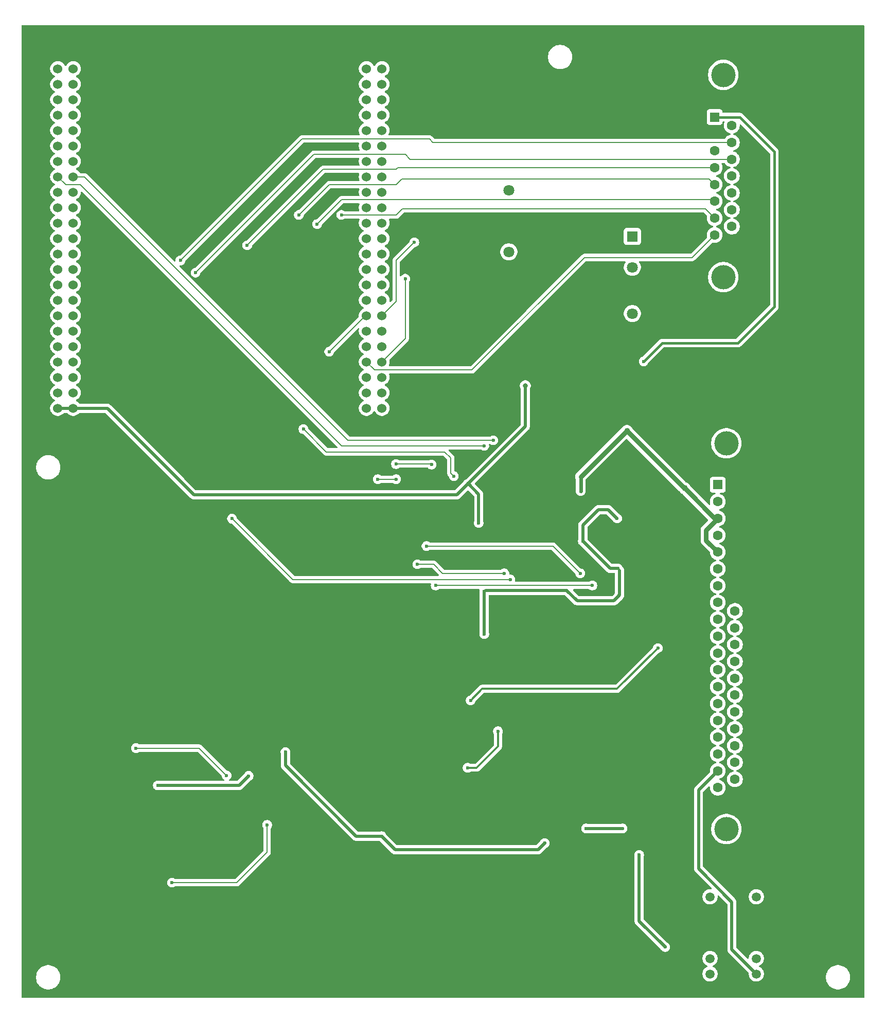
<source format=gbr>
%TF.GenerationSoftware,KiCad,Pcbnew,9.0.0*%
%TF.CreationDate,2025-05-05T14:02:42+02:00*%
%TF.ProjectId,BMS_PCB,424d535f-5043-4422-9e6b-696361645f70,rev?*%
%TF.SameCoordinates,Original*%
%TF.FileFunction,Copper,L2,Bot*%
%TF.FilePolarity,Positive*%
%FSLAX46Y46*%
G04 Gerber Fmt 4.6, Leading zero omitted, Abs format (unit mm)*
G04 Created by KiCad (PCBNEW 9.0.0) date 2025-05-05 14:02:42*
%MOMM*%
%LPD*%
G01*
G04 APERTURE LIST*
%TA.AperFunction,ComponentPad*%
%ADD10C,4.000000*%
%TD*%
%TA.AperFunction,ComponentPad*%
%ADD11R,1.600000X1.600000*%
%TD*%
%TA.AperFunction,ComponentPad*%
%ADD12C,1.600000*%
%TD*%
%TA.AperFunction,ComponentPad*%
%ADD13R,1.524000X1.524000*%
%TD*%
%TA.AperFunction,ComponentPad*%
%ADD14C,1.524000*%
%TD*%
%TA.AperFunction,ComponentPad*%
%ADD15C,1.498600*%
%TD*%
%TA.AperFunction,ComponentPad*%
%ADD16R,1.800000X1.800000*%
%TD*%
%TA.AperFunction,ComponentPad*%
%ADD17C,1.800000*%
%TD*%
%TA.AperFunction,ViaPad*%
%ADD18C,0.800000*%
%TD*%
%TA.AperFunction,ViaPad*%
%ADD19C,0.600000*%
%TD*%
%TA.AperFunction,ViaPad*%
%ADD20C,1.000000*%
%TD*%
%TA.AperFunction,Conductor*%
%ADD21C,0.500000*%
%TD*%
%TA.AperFunction,Conductor*%
%ADD22C,0.200000*%
%TD*%
%TA.AperFunction,Conductor*%
%ADD23C,0.300000*%
%TD*%
%TA.AperFunction,Conductor*%
%ADD24C,0.800000*%
%TD*%
%TA.AperFunction,Conductor*%
%ADD25C,0.600000*%
%TD*%
%TA.AperFunction,Conductor*%
%ADD26C,0.400000*%
%TD*%
G04 APERTURE END LIST*
D10*
%TO.P,J1,0*%
%TO.N,N/C*%
X141343750Y-157593750D03*
X141343750Y-94093750D03*
D11*
%TO.P,J1,1,Pin_1*%
%TO.N,+3.3V*%
X139923750Y-100913750D03*
D12*
%TO.P,J1,2,Pin_2*%
%TO.N,Relais_in-*%
X139923750Y-103683750D03*
%TO.P,J1,3,Pin_3*%
%TO.N,+12V*%
X139923750Y-106453750D03*
%TO.P,J1,4,Pin_4*%
%TO.N,Relais_in+*%
X139923750Y-109223750D03*
%TO.P,J1,5,Pin_5*%
%TO.N,+12V*%
X139923750Y-111993750D03*
%TO.P,J1,6,Pin_6*%
%TO.N,Current*%
X139923750Y-114763750D03*
%TO.P,J1,7,Pin_7*%
%TO.N,Temp2*%
X139923750Y-117533750D03*
%TO.P,J1,8,Pin_8*%
%TO.N,Temp1*%
X139923750Y-120303750D03*
%TO.P,J1,9,Pin_9*%
%TO.N,Temp4*%
X139923750Y-123073750D03*
%TO.P,J1,10,Pin_10*%
%TO.N,Temp6*%
X139923750Y-125843750D03*
%TO.P,J1,11,Pin_11*%
%TO.N,Temp5*%
X139923750Y-128613750D03*
%TO.P,J1,12,Pin_12*%
%TO.N,Temp3*%
X139923750Y-131383750D03*
%TO.P,J1,13,Pin_13*%
%TO.N,Net-(J1-Pin_13)*%
X139923750Y-134153750D03*
%TO.P,J1,14,Pin_14*%
%TO.N,Net-(J1-Pin_14)*%
X139923750Y-136923750D03*
%TO.P,J1,15,Pin_15*%
%TO.N,Net-(J1-Pin_15)*%
X139923750Y-139693750D03*
%TO.P,J1,16,Pin_16*%
%TO.N,Net-(J1-Pin_16)*%
X139923750Y-142463750D03*
%TO.P,J1,17,Pin_17*%
%TO.N,Net-(J1-Pin_17)*%
X139923750Y-145233750D03*
%TO.P,J1,18,Pin_18*%
%TO.N,Precharge_out*%
X139923750Y-148003750D03*
%TO.P,J1,19,Pin_19*%
%TO.N,Precharge_in*%
X139923750Y-150773750D03*
%TO.P,J1,20,Pin_20*%
%TO.N,GND*%
X142763750Y-102298750D03*
%TO.P,J1,21,Pin_21*%
X142763750Y-105068750D03*
%TO.P,J1,22,Pin_22*%
X142763750Y-107838750D03*
%TO.P,J1,23,Pin_23*%
X142763750Y-110608750D03*
%TO.P,J1,24,Pin_24*%
X142763750Y-113378750D03*
%TO.P,J1,25,Pin_25*%
X142763750Y-116148750D03*
%TO.P,J1,26,Pin_26*%
X142763750Y-118918750D03*
%TO.P,J1,27,Pin_27*%
%TO.N,unconnected-(J1-Pin_27-Pad27)*%
X142763750Y-121688750D03*
%TO.P,J1,28,Pin_28*%
%TO.N,unconnected-(J1-Pin_28-Pad28)*%
X142763750Y-124458750D03*
%TO.P,J1,29,Pin_29*%
%TO.N,-BATT*%
X142763750Y-127228750D03*
%TO.P,J1,30,Pin_30*%
X142763750Y-129998750D03*
%TO.P,J1,31,Pin_31*%
X142763750Y-132768750D03*
%TO.P,J1,32,Pin_32*%
%TO.N,unconnected-(J1-Pin_32-Pad32)*%
X142763750Y-135538750D03*
%TO.P,J1,33,Pin_33*%
%TO.N,unconnected-(J1-Pin_33-Pad33)*%
X142763750Y-138308750D03*
%TO.P,J1,34,Pin_34*%
%TO.N,unconnected-(J1-Pin_34-Pad34)*%
X142763750Y-141078750D03*
%TO.P,J1,35,Pin_35*%
%TO.N,+BATT*%
X142763750Y-143848750D03*
%TO.P,J1,36,Pin_36*%
X142763750Y-146618750D03*
%TO.P,J1,37,Pin_37*%
X142763750Y-149388750D03*
%TD*%
D13*
%TO.P,U7,P1_1,GND_P1_1*%
%TO.N,GND*%
X84670000Y-90853750D03*
D14*
%TO.P,U7,P1_2,GND_P1_2*%
X82130000Y-90853750D03*
%TO.P,U7,P1_3,VDD_P1_3*%
%TO.N,unconnected-(U7A-VDD_P1_3-PadP1_3)*%
X84670000Y-88313750D03*
%TO.P,U7,P1_4,VDD_P1_4*%
%TO.N,unconnected-(U7A-VDD_P1_4-PadP1_4)*%
X82130000Y-88313750D03*
%TO.P,U7,P1_5,GND_P1_5*%
%TO.N,unconnected-(U7A-GND_P1_5-PadP1_5)*%
X84670000Y-85773750D03*
%TO.P,U7,P1_6,~{RST}*%
%TO.N,unconnected-(U7A-~{RST}-PadP1_6)*%
X82130000Y-85773750D03*
%TO.P,U7,P1_7,PC1*%
%TO.N,Temp4_uC*%
X84670000Y-83233750D03*
%TO.P,U7,P1_8,PC0*%
%TO.N,unconnected-(U7A-PC0-PadP1_8)*%
X82130000Y-83233750D03*
%TO.P,U7,P1_9,PC3*%
%TO.N,Touchdisplay_y*%
X84670000Y-80693750D03*
%TO.P,U7,P1_10,PC2*%
%TO.N,Touchdisplay_x*%
X82130000Y-80693750D03*
%TO.P,U7,P1_11,PA1*%
%TO.N,Current_uC*%
X84670000Y-78153750D03*
%TO.P,U7,P1_12,PA0*%
%TO.N,unconnected-(U7A-PA0-PadP1_12)*%
X82130000Y-78153750D03*
%TO.P,U7,P1_13,PA3*%
%TO.N,Voltage12_uC*%
X84670000Y-75613750D03*
%TO.P,U7,P1_14,PA2*%
%TO.N,Voltage01_uC*%
X82130000Y-75613750D03*
%TO.P,U7,P1_15,PA5*%
%TO.N,Display_SCK*%
X84670000Y-73073750D03*
%TO.P,U7,P1_16,PA4*%
%TO.N,Voltage23_uC*%
X82130000Y-73073750D03*
%TO.P,U7,P1_17,PA7*%
%TO.N,Temp1_uC*%
X84670000Y-70533750D03*
%TO.P,U7,P1_18,PA6*%
%TO.N,Voltage34_uC*%
X82130000Y-70533750D03*
%TO.P,U7,P1_19,PC5*%
%TO.N,Temp6_uC*%
X84670000Y-67993750D03*
%TO.P,U7,P1_20,PC4*%
%TO.N,Temp5_uC*%
X82130000Y-67993750D03*
%TO.P,U7,P1_21,PB1*%
%TO.N,Temp3_uC*%
X84670000Y-65453750D03*
%TO.P,U7,P1_22,PB0*%
%TO.N,Temp2_uC*%
X82130000Y-65453750D03*
%TO.P,U7,P1_23,GND_P1_23*%
%TO.N,unconnected-(U7A-GND_P1_23-PadP1_23)*%
X84670000Y-62913750D03*
%TO.P,U7,P1_24,PB2*%
%TO.N,unconnected-(U7A-PB2-PadP1_24)*%
X82130000Y-62913750D03*
%TO.P,U7,P1_25,PE7*%
%TO.N,unconnected-(U7A-PE7-PadP1_25)*%
X84670000Y-60373750D03*
%TO.P,U7,P1_26,PE8*%
%TO.N,unconnected-(U7A-PE8-PadP1_26)*%
X82130000Y-60373750D03*
%TO.P,U7,P1_27,PE9*%
%TO.N,unconnected-(U7A-PE9-PadP1_27)*%
X84670000Y-57833750D03*
%TO.P,U7,P1_28,PE10*%
%TO.N,unconnected-(U7A-PE10-PadP1_28)*%
X82130000Y-57833750D03*
%TO.P,U7,P1_29,PE11*%
%TO.N,unconnected-(U7A-PE11-PadP1_29)*%
X84670000Y-55293750D03*
%TO.P,U7,P1_30,PE12*%
%TO.N,unconnected-(U7A-PE12-PadP1_30)*%
X82130000Y-55293750D03*
%TO.P,U7,P1_31,PE13*%
%TO.N,unconnected-(U7A-PE13-PadP1_31)*%
X84670000Y-52753750D03*
%TO.P,U7,P1_32,PE14*%
%TO.N,unconnected-(U7A-PE14-PadP1_32)*%
X82130000Y-52753750D03*
%TO.P,U7,P1_33,PE15*%
%TO.N,unconnected-(U7A-PE15-PadP1_33)*%
X84670000Y-50213750D03*
%TO.P,U7,P1_34,PB10*%
%TO.N,unconnected-(U7A-PB10-PadP1_34)*%
X82130000Y-50213750D03*
%TO.P,U7,P1_35,PB11*%
%TO.N,unconnected-(U7A-PB11-PadP1_35)*%
X84670000Y-47673750D03*
%TO.P,U7,P1_36,PB12*%
%TO.N,unconnected-(U7A-PB12-PadP1_36)*%
X82130000Y-47673750D03*
%TO.P,U7,P1_37,PB13*%
%TO.N,unconnected-(U7A-PB13-PadP1_37)*%
X84670000Y-45133750D03*
%TO.P,U7,P1_38,PB14*%
%TO.N,unconnected-(U7A-PB14-PadP1_38)*%
X82130000Y-45133750D03*
%TO.P,U7,P1_39,PB15*%
%TO.N,unconnected-(U7A-PB15-PadP1_39)*%
X84670000Y-42593750D03*
%TO.P,U7,P1_40,PD8*%
%TO.N,unconnected-(U7A-PD8-PadP1_40)*%
X82130000Y-42593750D03*
%TO.P,U7,P1_41,PD9*%
%TO.N,unconnected-(U7A-PD9-PadP1_41)*%
X84670000Y-40053750D03*
%TO.P,U7,P1_42,PD10*%
%TO.N,unconnected-(U7A-PD10-PadP1_42)*%
X82130000Y-40053750D03*
%TO.P,U7,P1_43,PD11*%
%TO.N,unconnected-(U7A-PD11-PadP1_43)*%
X84670000Y-37513750D03*
%TO.P,U7,P1_44,PD12*%
%TO.N,unconnected-(U7A-PD12-PadP1_44)*%
X82130000Y-37513750D03*
%TO.P,U7,P1_45,PD13*%
%TO.N,unconnected-(U7A-PD13-PadP1_45)*%
X84670000Y-34973750D03*
%TO.P,U7,P1_46,PD14*%
%TO.N,unconnected-(U7A-PD14-PadP1_46)*%
X82130000Y-34973750D03*
%TO.P,U7,P1_47,PD15*%
%TO.N,unconnected-(U7A-PD15-PadP1_47)*%
X84670000Y-32433750D03*
%TO.P,U7,P1_48,NC*%
%TO.N,unconnected-(U7A-NC-PadP1_48)*%
X82130000Y-32433750D03*
%TO.P,U7,P1_49,GND_P1_49*%
%TO.N,GND*%
X84670000Y-29893750D03*
%TO.P,U7,P1_50,GND_P1_50*%
X82130000Y-29893750D03*
%TO.P,U7,P2_1,GND_P2_1*%
X33870000Y-90853750D03*
%TO.P,U7,P2_2,GND_P2_2*%
X31330000Y-90853750D03*
%TO.P,U7,P2_3,5V_P2_3*%
%TO.N,+5V*%
X33870000Y-88313750D03*
%TO.P,U7,P2_4,5V_P2_4*%
X31330000Y-88313750D03*
%TO.P,U7,P2_5,3V_P2_5*%
%TO.N,unconnected-(U7B-3V_P2_5-PadP2_5)*%
X33870000Y-85773750D03*
%TO.P,U7,P2_6,3V_P2_6*%
%TO.N,unconnected-(U7B-3V_P2_6-PadP2_6)*%
X31330000Y-85773750D03*
%TO.P,U7,P2_7,PH0*%
%TO.N,unconnected-(U7B-PH0-PadP2_7)*%
X33870000Y-83233750D03*
%TO.P,U7,P2_8,PH1*%
%TO.N,unconnected-(U7B-PH1-PadP2_8)*%
X31330000Y-83233750D03*
%TO.P,U7,P2_9,PC14*%
%TO.N,unconnected-(U7B-PC14-PadP2_9)*%
X33870000Y-80693750D03*
%TO.P,U7,P2_10,PC15*%
%TO.N,unconnected-(U7B-PC15-PadP2_10)*%
X31330000Y-80693750D03*
%TO.P,U7,P2_11,PE6*%
%TO.N,Touchdisplay_y-*%
X33870000Y-78153750D03*
%TO.P,U7,P2_12,PC13*%
%TO.N,unconnected-(U7B-PC13-PadP2_12)*%
X31330000Y-78153750D03*
%TO.P,U7,P2_13,PE4*%
%TO.N,Touchdisplay_x-*%
X33870000Y-75613750D03*
%TO.P,U7,P2_14,PE5*%
%TO.N,unconnected-(U7B-PE5-PadP2_14)*%
X31330000Y-75613750D03*
%TO.P,U7,P2_15,PE2*%
%TO.N,unconnected-(U7B-PE2-PadP2_15)*%
X33870000Y-73073750D03*
%TO.P,U7,P2_16,PE3*%
%TO.N,unconnected-(U7B-PE3-PadP2_16)*%
X31330000Y-73073750D03*
%TO.P,U7,P2_17,PE0*%
%TO.N,unconnected-(U7B-PE0-PadP2_17)*%
X33870000Y-70533750D03*
%TO.P,U7,P2_18,PE1*%
%TO.N,unconnected-(U7B-PE1-PadP2_18)*%
X31330000Y-70533750D03*
%TO.P,U7,P2_19,PB8*%
%TO.N,unconnected-(U7B-PB8-PadP2_19)*%
X33870000Y-67993750D03*
%TO.P,U7,P2_20,PB9*%
%TO.N,unconnected-(U7B-PB9-PadP2_20)*%
X31330000Y-67993750D03*
%TO.P,U7,P2_21,BOOT0*%
%TO.N,unconnected-(U7B-BOOT0-PadP2_21)*%
X33870000Y-65453750D03*
%TO.P,U7,P2_22,VDD_P2_22*%
%TO.N,unconnected-(U7B-VDD_P2_22-PadP2_22)*%
X31330000Y-65453750D03*
%TO.P,U7,P2_23,PB6*%
%TO.N,unconnected-(U7B-PB6-PadP2_23)*%
X33870000Y-62913750D03*
%TO.P,U7,P2_24,PB7*%
%TO.N,unconnected-(U7B-PB7-PadP2_24)*%
X31330000Y-62913750D03*
%TO.P,U7,P2_25,PB4*%
%TO.N,unconnected-(U7B-PB4-PadP2_25)*%
X33870000Y-60373750D03*
%TO.P,U7,P2_26,PB5*%
%TO.N,Display_MOSI*%
X31330000Y-60373750D03*
%TO.P,U7,P2_27,PD7*%
%TO.N,Display_DC*%
X33870000Y-57833750D03*
%TO.P,U7,P2_28,PB3*%
%TO.N,unconnected-(U7B-PB3-PadP2_28)*%
X31330000Y-57833750D03*
%TO.P,U7,P2_29,PD5*%
%TO.N,unconnected-(U7B-PD5-PadP2_29)*%
X33870000Y-55293750D03*
%TO.P,U7,P2_30,PD6*%
%TO.N,Display_CS*%
X31330000Y-55293750D03*
%TO.P,U7,P2_31,PD3*%
%TO.N,Display_RST*%
X33870000Y-52753750D03*
%TO.P,U7,P2_32,PD4*%
%TO.N,unconnected-(U7B-PD4-PadP2_32)*%
X31330000Y-52753750D03*
%TO.P,U7,P2_33,PD1*%
%TO.N,Relais+_uC*%
X33870000Y-50213750D03*
%TO.P,U7,P2_34,PD2*%
%TO.N,Relais-_uC*%
X31330000Y-50213750D03*
%TO.P,U7,P2_35,PC12*%
%TO.N,unconnected-(U7B-PC12-PadP2_35)*%
X33870000Y-47673750D03*
%TO.P,U7,P2_36,PD0*%
%TO.N,Precharge_uC*%
X31330000Y-47673750D03*
%TO.P,U7,P2_37,PC10*%
%TO.N,unconnected-(U7B-PC10-PadP2_37)*%
X33870000Y-45133750D03*
%TO.P,U7,P2_38,PC11*%
%TO.N,unconnected-(U7B-PC11-PadP2_38)*%
X31330000Y-45133750D03*
%TO.P,U7,P2_39,PA14*%
%TO.N,unconnected-(U7B-PA14-PadP2_39)*%
X33870000Y-42593750D03*
%TO.P,U7,P2_40,PA15*%
%TO.N,unconnected-(U7B-PA15-PadP2_40)*%
X31330000Y-42593750D03*
%TO.P,U7,P2_41,PA10*%
%TO.N,unconnected-(U7B-PA10-PadP2_41)*%
X33870000Y-40053750D03*
%TO.P,U7,P2_42,PA13*%
%TO.N,unconnected-(U7B-PA13-PadP2_42)*%
X31330000Y-40053750D03*
%TO.P,U7,P2_43,PA8*%
%TO.N,unconnected-(U7B-PA8-PadP2_43)*%
X33870000Y-37513750D03*
%TO.P,U7,P2_44,PA9*%
%TO.N,unconnected-(U7B-PA9-PadP2_44)*%
X31330000Y-37513750D03*
%TO.P,U7,P2_45,PC8*%
%TO.N,unconnected-(U7B-PC8-PadP2_45)*%
X33870000Y-34973750D03*
%TO.P,U7,P2_46,PC9*%
%TO.N,unconnected-(U7B-PC9-PadP2_46)*%
X31330000Y-34973750D03*
%TO.P,U7,P2_47,PC6*%
%TO.N,unconnected-(U7B-PC6-PadP2_47)*%
X33870000Y-32433750D03*
%TO.P,U7,P2_48,PC7*%
%TO.N,unconnected-(U7B-PC7-PadP2_48)*%
X31330000Y-32433750D03*
%TO.P,U7,P2_49,GND_P2_49*%
%TO.N,GND*%
X33870000Y-29893750D03*
%TO.P,U7,P2_50,GND_P2_50*%
X31330000Y-29893750D03*
%TD*%
D15*
%TO.P,K1,1,1*%
%TO.N,unconnected-(K1-Pad1)*%
X138657050Y-168743750D03*
%TO.P,K1,2,2*%
%TO.N,+5V*%
X138657050Y-178903750D03*
%TO.P,K1,3,3*%
%TO.N,unconnected-(K1-Pad3)*%
X138657050Y-181443750D03*
%TO.P,K1,4,4*%
%TO.N,Precharge_out*%
X146277050Y-181443750D03*
%TO.P,K1,5,5*%
%TO.N,Net-(D2-A)*%
X146277050Y-178903750D03*
%TO.P,K1,6,6*%
%TO.N,Net-(K1-Pad6)*%
X146277050Y-168743750D03*
%TD*%
D16*
%TO.P,PS1,1,+VIN*%
%TO.N,Net-(PS1-+VIN)*%
X125875000Y-60033750D03*
D17*
%TO.P,PS1,2,-VIN*%
%TO.N,Net-(PS1--VIN)*%
X125875000Y-65113750D03*
%TO.P,PS1,3,CTRL*%
%TO.N,unconnected-(PS1-CTRL-Pad3)*%
X125875000Y-72733750D03*
%TO.P,PS1,4,-VOUT*%
%TO.N,GND*%
X105555000Y-72733750D03*
%TO.P,PS1,5,_TRIM*%
%TO.N,unconnected-(PS1-_TRIM-Pad5)*%
X105555000Y-62573750D03*
%TO.P,PS1,6,+VOUT*%
%TO.N,12V_DCDC*%
X105555000Y-52413750D03*
%TD*%
D10*
%TO.P,J2,0*%
%TO.N,N/C*%
X140837169Y-66743750D03*
X140837169Y-33443750D03*
D11*
%TO.P,J2,1,Pin_1*%
%TO.N,+3.3V*%
X139417169Y-40398750D03*
D12*
%TO.P,J2,2,Pin_2*%
%TO.N,GND*%
X139417169Y-43168750D03*
%TO.P,J2,3,Pin_3*%
%TO.N,Display_SCK*%
X139417169Y-45938750D03*
%TO.P,J2,4,Pin_4*%
%TO.N,Display_MOSI*%
X139417169Y-48708750D03*
%TO.P,J2,5,Pin_5*%
%TO.N,Display_CS*%
X139417169Y-51478750D03*
%TO.P,J2,6,Pin_6*%
%TO.N,Display_DC*%
X139417169Y-54248750D03*
%TO.P,J2,7,Pin_7*%
%TO.N,Display_RST*%
X139417169Y-57018750D03*
%TO.P,J2,8,Pin_8*%
%TO.N,Touchdisplay_x*%
X139417169Y-59788750D03*
%TO.P,J2,9,Pin_9*%
%TO.N,Touchdisplay_y*%
X142257169Y-41783750D03*
%TO.P,J2,10,Pin_10*%
%TO.N,Touchdisplay_x-*%
X142257169Y-44553750D03*
%TO.P,J2,11,Pin_11*%
%TO.N,Touchdisplay_y-*%
X142257169Y-47323750D03*
%TO.P,J2,12,Pin_12*%
%TO.N,unconnected-(J2-Pin_12-Pad12)*%
X142257169Y-50093750D03*
%TO.P,J2,13,Pin_13*%
%TO.N,unconnected-(J2-Pin_13-Pad13)*%
X142257169Y-52863750D03*
%TO.P,J2,14,Pin_14*%
%TO.N,unconnected-(J2-Pin_14-Pad14)*%
X142257169Y-55633750D03*
%TO.P,J2,15,Pin_15*%
%TO.N,unconnected-(J2-Pin_15-Pad15)*%
X142257169Y-58403750D03*
%TD*%
D18*
%TO.N,+5V*%
X108257500Y-84613750D03*
D19*
X101505000Y-118500000D03*
X127003750Y-161862500D03*
X115067500Y-118285000D03*
X117730000Y-110190000D03*
X100592500Y-107190000D03*
X62734817Y-148841566D03*
X101505000Y-125500000D03*
X123680000Y-119190000D03*
X68798501Y-144905250D03*
X123376250Y-106460000D03*
X118263750Y-157500000D03*
X123463750Y-114686250D03*
X124263750Y-157500000D03*
X47793501Y-150405250D03*
X131263750Y-177000000D03*
X111463750Y-159900000D03*
X98845000Y-100731250D03*
X84613750Y-158767500D03*
%TO.N,GND*%
X61473501Y-158580250D03*
X43518501Y-163655250D03*
X102592500Y-114052500D03*
X112345000Y-101506250D03*
X115550000Y-155000000D03*
X130053750Y-157362500D03*
X39018501Y-158205250D03*
X121288750Y-106597500D03*
X117373750Y-97000000D03*
X113763750Y-127500000D03*
X121763750Y-118500000D03*
X79888750Y-138180000D03*
X104592500Y-112277500D03*
X112263750Y-109500000D03*
X94838750Y-103838750D03*
X111730000Y-116190000D03*
X102592500Y-107327500D03*
X119455000Y-110190000D03*
X121263750Y-115500000D03*
X98757500Y-102456250D03*
X70401001Y-144767750D03*
X38793501Y-151355250D03*
X73263750Y-164275000D03*
X122453750Y-138000000D03*
X47518501Y-157767750D03*
X99182500Y-86613750D03*
%TO.N,+5V_Bat0*%
X99263750Y-136405000D03*
X130073750Y-127800000D03*
D20*
%TO.N,+12V*%
X125000000Y-92093750D03*
D19*
X117373750Y-101950000D03*
D20*
X134500000Y-101500000D03*
D19*
%TO.N,+5V_Bat1*%
X103763750Y-141500000D03*
X98763750Y-147500000D03*
%TO.N,Net-(C51-Pad2)*%
X44206001Y-144267750D03*
X59111001Y-148767750D03*
%TO.N,Net-(C69-Pad2)*%
X50106001Y-166405250D03*
X65788501Y-156905250D03*
%TO.N,+3.3V*%
X127737500Y-80613750D03*
%TO.N,Display_RST*%
X78000000Y-56500000D03*
%TO.N,Display_SCK*%
X90000000Y-61000000D03*
%TO.N,Display_MOSI*%
X62500000Y-61500000D03*
%TO.N,Display_CS*%
X71000000Y-56500000D03*
%TO.N,Display_DC*%
X74000000Y-58000000D03*
%TO.N,Temp1_uC*%
X117300000Y-115500000D03*
X92000000Y-111000000D03*
%TO.N,Temp2_uC*%
X96500000Y-99500000D03*
X71750000Y-91750000D03*
%TO.N,Temp4_uC*%
X90500000Y-114000000D03*
X104800000Y-115500000D03*
%TO.N,Temp5_uC*%
X60000000Y-106500000D03*
X105793830Y-116506170D03*
%TO.N,Temp6_uC*%
X93500000Y-117500000D03*
X119300000Y-117500000D03*
%TO.N,Current_uC*%
X87000000Y-97500000D03*
X92845000Y-97593750D03*
%TO.N,Voltage12_uC*%
X84000000Y-100000000D03*
X87000000Y-100000000D03*
%TO.N,Voltage23_uC*%
X76000000Y-79000000D03*
%TO.N,Relais-_uC*%
X101500000Y-94500000D03*
%TO.N,Touchdisplay_y*%
X88500000Y-67000000D03*
%TO.N,Touchdisplay_y-*%
X54000000Y-66000000D03*
%TO.N,Touchdisplay_x-*%
X51500000Y-64000000D03*
%TO.N,Relais+_uC*%
X103000000Y-93593750D03*
%TD*%
D21*
%TO.N,+5V*%
X80431250Y-158767500D02*
X84613750Y-158767500D01*
X34257500Y-88313750D02*
X39477500Y-88313750D01*
X123763750Y-114986250D02*
X123763750Y-119106250D01*
X110363750Y-161000000D02*
X111463750Y-159900000D01*
X123463750Y-114686250D02*
X122226250Y-114686250D01*
X84613750Y-158767500D02*
X86846250Y-161000000D01*
X127003750Y-161862500D02*
X127003750Y-172740000D01*
X127003750Y-172740000D02*
X131263750Y-177000000D01*
D22*
X123763750Y-119106250D02*
X123680000Y-119190000D01*
D21*
X100592500Y-102478750D02*
X100592500Y-107190000D01*
X108257500Y-84613750D02*
X108257500Y-91318750D01*
X123376250Y-106460000D02*
X121916250Y-105000000D01*
X120263750Y-105000000D02*
X117730000Y-107533750D01*
X117730000Y-107533750D02*
X117730000Y-110190000D01*
X98845000Y-100731250D02*
X100592500Y-102478750D01*
X122870000Y-120000000D02*
X116782500Y-120000000D01*
X96982500Y-102593750D02*
X53757500Y-102593750D01*
X68798501Y-147134751D02*
X80431250Y-158767500D01*
X108257500Y-91318750D02*
X96982500Y-102593750D01*
X101720000Y-118285000D02*
X101505000Y-118500000D01*
X31717500Y-88313750D02*
X34257500Y-88313750D01*
X124263750Y-157500000D02*
X118263750Y-157500000D01*
X121916250Y-105000000D02*
X120263750Y-105000000D01*
X101505000Y-125500000D02*
X101505000Y-118500000D01*
D22*
X123463750Y-114686250D02*
X123763750Y-114986250D01*
D21*
X86846250Y-161000000D02*
X110363750Y-161000000D01*
X116782500Y-120000000D02*
X115067500Y-118285000D01*
X122226250Y-114686250D02*
X117730000Y-110190000D01*
X62734817Y-148841566D02*
X61171133Y-150405250D01*
X39477500Y-88313750D02*
X53757500Y-102593750D01*
X68798501Y-144905250D02*
X68798501Y-147134751D01*
X61171133Y-150405250D02*
X47793501Y-150405250D01*
X123680000Y-119190000D02*
X122870000Y-120000000D01*
X115067500Y-118285000D02*
X101720000Y-118285000D01*
D23*
%TO.N,+5V_Bat0*%
X101168750Y-134500000D02*
X123373750Y-134500000D01*
X123373750Y-134500000D02*
X130073750Y-127800000D01*
X99263750Y-136405000D02*
X101168750Y-134500000D01*
%TO.N,+12V*%
X125000000Y-92093750D02*
X124906250Y-92093750D01*
D24*
X134500000Y-101500000D02*
X139453750Y-106453750D01*
D21*
X134406250Y-101500000D02*
X134500000Y-101500000D01*
X139453750Y-106453750D02*
X139923750Y-106453750D01*
D24*
X138000000Y-110070000D02*
X138000000Y-108377500D01*
X124906250Y-92093750D02*
X117373750Y-99626250D01*
X134406250Y-101500000D02*
X125000000Y-92093750D01*
X139923750Y-111993750D02*
X138000000Y-110070000D01*
X138000000Y-108377500D02*
X139923750Y-106453750D01*
D25*
X117373750Y-99626250D02*
X117373750Y-101950000D01*
D23*
%TO.N,+5V_Bat1*%
X100263750Y-147500000D02*
X103763750Y-144000000D01*
X98763750Y-147500000D02*
X100263750Y-147500000D01*
X103763750Y-144000000D02*
X103763750Y-141500000D01*
D22*
%TO.N,Net-(C51-Pad2)*%
X44206001Y-144267750D02*
X54611001Y-144267750D01*
X54611001Y-144267750D02*
X59111001Y-148767750D01*
%TO.N,Net-(C69-Pad2)*%
X65788501Y-161415250D02*
X65788501Y-156905250D01*
X50106001Y-166405250D02*
X60798501Y-166405250D01*
X60798501Y-166405250D02*
X65788501Y-161415250D01*
D26*
%TO.N,+3.3V*%
X143562500Y-40398750D02*
X149257500Y-46093750D01*
X149257500Y-71593750D02*
X143257500Y-77593750D01*
X130757500Y-77593750D02*
X127737500Y-80613750D01*
X143257500Y-77593750D02*
X130757500Y-77593750D01*
X139417169Y-40398750D02*
X143562500Y-40398750D01*
X149257500Y-46093750D02*
X149257500Y-71593750D01*
D21*
%TO.N,Precharge_out*%
X142257500Y-169593750D02*
X142257500Y-177424200D01*
X136757500Y-164093750D02*
X142257500Y-169593750D01*
X136757500Y-151170000D02*
X136757500Y-164093750D01*
X142257500Y-177424200D02*
X146277050Y-181443750D01*
X139923750Y-148003750D02*
X136757500Y-151170000D01*
D22*
%TO.N,Display_RST*%
X78000000Y-56500000D02*
X87000000Y-56500000D01*
X87000000Y-56500000D02*
X88000000Y-55500000D01*
X88000000Y-55500000D02*
X137898419Y-55500000D01*
X137898419Y-55500000D02*
X139417169Y-57018750D01*
%TO.N,Display_SCK*%
X84670000Y-73073750D02*
X87000000Y-70743750D01*
X87000000Y-64000000D02*
X90000000Y-61000000D01*
X87000000Y-70743750D02*
X87000000Y-64000000D01*
%TO.N,Display_MOSI*%
X62500000Y-61500000D02*
X75000000Y-49000000D01*
X87000000Y-49000000D02*
X87291250Y-48708750D01*
X87291250Y-48708750D02*
X139417169Y-48708750D01*
X75000000Y-49000000D02*
X87000000Y-49000000D01*
%TO.N,Display_CS*%
X71000000Y-56500000D02*
X76000000Y-51500000D01*
X76000000Y-51500000D02*
X87000000Y-51500000D01*
X138532169Y-50593750D02*
X139417169Y-51478750D01*
X87000000Y-51500000D02*
X87906250Y-50593750D01*
X87906250Y-50593750D02*
X138532169Y-50593750D01*
%TO.N,Display_DC*%
X78000000Y-54000000D02*
X139168419Y-54000000D01*
X74000000Y-58000000D02*
X78000000Y-54000000D01*
X139168419Y-54000000D02*
X139417169Y-54248750D01*
%TO.N,Temp1_uC*%
X92000000Y-111000000D02*
X112800000Y-111000000D01*
X112800000Y-111000000D02*
X117300000Y-115500000D01*
%TO.N,Temp2_uC*%
X96000000Y-96500000D02*
X95000000Y-95500000D01*
X96500000Y-99500000D02*
X96000000Y-99000000D01*
X96000000Y-99000000D02*
X96000000Y-96500000D01*
X75500000Y-95500000D02*
X71750000Y-91750000D01*
X95000000Y-95500000D02*
X75500000Y-95500000D01*
%TO.N,Temp4_uC*%
X94663750Y-115500000D02*
X104800000Y-115500000D01*
X90500000Y-114000000D02*
X93163750Y-114000000D01*
X93163750Y-114000000D02*
X94663750Y-115500000D01*
%TO.N,Temp5_uC*%
X70006170Y-116506170D02*
X105793830Y-116506170D01*
X60000000Y-106500000D02*
X70006170Y-116506170D01*
%TO.N,Temp6_uC*%
X93500000Y-117500000D02*
X119300000Y-117500000D01*
%TO.N,Current_uC*%
X87000000Y-97500000D02*
X92751250Y-97500000D01*
X92751250Y-97500000D02*
X92845000Y-97593750D01*
%TO.N,Voltage12_uC*%
X87000000Y-100000000D02*
X84000000Y-100000000D01*
%TO.N,Voltage23_uC*%
X81926250Y-73073750D02*
X82130000Y-73073750D01*
X76000000Y-79000000D02*
X81926250Y-73073750D01*
%TO.N,Relais-_uC*%
X32616250Y-51500000D02*
X35000000Y-51500000D01*
X35000000Y-51500000D02*
X78000000Y-94500000D01*
X31330000Y-50213750D02*
X32616250Y-51500000D01*
X78000000Y-94500000D02*
X101500000Y-94500000D01*
%TO.N,Touchdisplay_y*%
X88500000Y-67000000D02*
X88500000Y-76863750D01*
X88500000Y-76863750D02*
X84670000Y-80693750D01*
%TO.N,Touchdisplay_y-*%
X73500000Y-46500000D02*
X88500000Y-46500000D01*
X54000000Y-66000000D02*
X73500000Y-46500000D01*
X89323750Y-47323750D02*
X142257169Y-47323750D01*
X88500000Y-46500000D02*
X89323750Y-47323750D01*
%TO.N,Touchdisplay_x-*%
X92500000Y-44000000D02*
X93053750Y-44553750D01*
X93053750Y-44553750D02*
X142257169Y-44553750D01*
X51500000Y-64000000D02*
X71500000Y-44000000D01*
X71500000Y-44000000D02*
X92500000Y-44000000D01*
%TO.N,Touchdisplay_x*%
X99500000Y-82000000D02*
X118000000Y-63500000D01*
X83436250Y-82000000D02*
X99500000Y-82000000D01*
X135705919Y-63500000D02*
X139417169Y-59788750D01*
X118000000Y-63500000D02*
X135705919Y-63500000D01*
X82130000Y-80693750D02*
X83436250Y-82000000D01*
%TO.N,Relais+_uC*%
X35713750Y-50213750D02*
X79093750Y-93593750D01*
X79093750Y-93593750D02*
X103000000Y-93593750D01*
X33870000Y-50213750D02*
X35713750Y-50213750D01*
%TD*%
%TA.AperFunction,Conductor*%
%TO.N,GND*%
G36*
X137665361Y-56120185D02*
G01*
X137686003Y-56136819D01*
X138123091Y-56573907D01*
X138156576Y-56635230D01*
X138153342Y-56699905D01*
X138148691Y-56714218D01*
X138116669Y-56916398D01*
X138116669Y-57121101D01*
X138148691Y-57323284D01*
X138211950Y-57517973D01*
X138304884Y-57700363D01*
X138425197Y-57865963D01*
X138569955Y-58010721D01*
X138724918Y-58123306D01*
X138735559Y-58131037D01*
X138851776Y-58190253D01*
X138917945Y-58223968D01*
X138917947Y-58223968D01*
X138917950Y-58223970D01*
X138997125Y-58249695D01*
X139108300Y-58285819D01*
X139165975Y-58325257D01*
X139193173Y-58389616D01*
X139181258Y-58458462D01*
X139134014Y-58509938D01*
X139108300Y-58521681D01*
X138917945Y-58583531D01*
X138735555Y-58676465D01*
X138569955Y-58796778D01*
X138425197Y-58941536D01*
X138304884Y-59107136D01*
X138211950Y-59289526D01*
X138148691Y-59484215D01*
X138116669Y-59686398D01*
X138116669Y-59891101D01*
X138148691Y-60093284D01*
X138153342Y-60107598D01*
X138155334Y-60177440D01*
X138123090Y-60233592D01*
X135493503Y-62863181D01*
X135432180Y-62896666D01*
X135405822Y-62899500D01*
X118086669Y-62899500D01*
X118086653Y-62899499D01*
X118079057Y-62899499D01*
X117920943Y-62899499D01*
X117813587Y-62928265D01*
X117768210Y-62940424D01*
X117768209Y-62940425D01*
X117718096Y-62969359D01*
X117718095Y-62969360D01*
X117674689Y-62994420D01*
X117631285Y-63019479D01*
X117631282Y-63019481D01*
X117539411Y-63111353D01*
X117519480Y-63131284D01*
X117519478Y-63131286D01*
X108399479Y-72251286D01*
X99287584Y-81363181D01*
X99226261Y-81396666D01*
X99199903Y-81399500D01*
X85929690Y-81399500D01*
X85862651Y-81379815D01*
X85816896Y-81327011D01*
X85806952Y-81257853D01*
X85819205Y-81219206D01*
X85840002Y-81178387D01*
X85840005Y-81178382D01*
X85901413Y-80989386D01*
X85932500Y-80793111D01*
X85932500Y-80594389D01*
X85901413Y-80398114D01*
X85901409Y-80398102D01*
X85900869Y-80395849D01*
X85900913Y-80394959D01*
X85900651Y-80393302D01*
X85900999Y-80393246D01*
X85904360Y-80326066D01*
X85933760Y-80279223D01*
X88858506Y-77354478D01*
X88858511Y-77354474D01*
X88868714Y-77344270D01*
X88868716Y-77344270D01*
X88980520Y-77232466D01*
X89030874Y-77145250D01*
X89059577Y-77095535D01*
X89100501Y-76942807D01*
X89100501Y-76784693D01*
X89100501Y-76777098D01*
X89100500Y-76777080D01*
X89100500Y-67579765D01*
X89120185Y-67512726D01*
X89121398Y-67510874D01*
X89209390Y-67379185D01*
X89209390Y-67379184D01*
X89209394Y-67379179D01*
X89269737Y-67233497D01*
X89300500Y-67078842D01*
X89300500Y-66921158D01*
X89300500Y-66921155D01*
X89300499Y-66921153D01*
X89293144Y-66884177D01*
X89269737Y-66766503D01*
X89254228Y-66729061D01*
X89209397Y-66620827D01*
X89209390Y-66620814D01*
X89121789Y-66489711D01*
X89121786Y-66489707D01*
X89010292Y-66378213D01*
X89010288Y-66378210D01*
X88879185Y-66290609D01*
X88879172Y-66290602D01*
X88733501Y-66230264D01*
X88733489Y-66230261D01*
X88578845Y-66199500D01*
X88578842Y-66199500D01*
X88421158Y-66199500D01*
X88421155Y-66199500D01*
X88266510Y-66230261D01*
X88266498Y-66230264D01*
X88120827Y-66290602D01*
X88120814Y-66290609D01*
X87989711Y-66378210D01*
X87989707Y-66378213D01*
X87878213Y-66489707D01*
X87878210Y-66489711D01*
X87827602Y-66565451D01*
X87773989Y-66610256D01*
X87704664Y-66618963D01*
X87641637Y-66588808D01*
X87604918Y-66529365D01*
X87600500Y-66496560D01*
X87600500Y-64300097D01*
X87620185Y-64233058D01*
X87636819Y-64212416D01*
X88737882Y-63111353D01*
X89385707Y-62463528D01*
X104154500Y-62463528D01*
X104154500Y-62683971D01*
X104188985Y-62901702D01*
X104257103Y-63111353D01*
X104257104Y-63111356D01*
X104301716Y-63198910D01*
X104348438Y-63290606D01*
X104357187Y-63307775D01*
X104486752Y-63486108D01*
X104486756Y-63486113D01*
X104642636Y-63641993D01*
X104642641Y-63641997D01*
X104718489Y-63697103D01*
X104820978Y-63771565D01*
X104949375Y-63836987D01*
X105017393Y-63871645D01*
X105017396Y-63871646D01*
X105122221Y-63905705D01*
X105227049Y-63939765D01*
X105444778Y-63974250D01*
X105444779Y-63974250D01*
X105665221Y-63974250D01*
X105665222Y-63974250D01*
X105882951Y-63939765D01*
X106092606Y-63871645D01*
X106289022Y-63771565D01*
X106467365Y-63641992D01*
X106623242Y-63486115D01*
X106752815Y-63307772D01*
X106852895Y-63111356D01*
X106921015Y-62901701D01*
X106955500Y-62683972D01*
X106955500Y-62463528D01*
X106921015Y-62245799D01*
X106880721Y-62121786D01*
X106852896Y-62036146D01*
X106852895Y-62036143D01*
X106809394Y-61950769D01*
X106752815Y-61839728D01*
X106701964Y-61769737D01*
X106623247Y-61661391D01*
X106623243Y-61661386D01*
X106467363Y-61505506D01*
X106467358Y-61505502D01*
X106289025Y-61375937D01*
X106289024Y-61375936D01*
X106289022Y-61375935D01*
X106212075Y-61336728D01*
X106092606Y-61275854D01*
X106092603Y-61275853D01*
X105882952Y-61207735D01*
X105683121Y-61176085D01*
X105665222Y-61173250D01*
X105444778Y-61173250D01*
X105426879Y-61176085D01*
X105227047Y-61207735D01*
X105017396Y-61275853D01*
X105017393Y-61275854D01*
X104820974Y-61375937D01*
X104642641Y-61505502D01*
X104642636Y-61505506D01*
X104486756Y-61661386D01*
X104486752Y-61661391D01*
X104357187Y-61839724D01*
X104257104Y-62036143D01*
X104257103Y-62036146D01*
X104188985Y-62245797D01*
X104154500Y-62463528D01*
X89385707Y-62463528D01*
X90014664Y-61834571D01*
X90075985Y-61801088D01*
X90078152Y-61800637D01*
X90078841Y-61800500D01*
X90078842Y-61800500D01*
X90233497Y-61769737D01*
X90379179Y-61709394D01*
X90510289Y-61621789D01*
X90621789Y-61510289D01*
X90709394Y-61379179D01*
X90710071Y-61377546D01*
X90726978Y-61336728D01*
X90769737Y-61233497D01*
X90800500Y-61078842D01*
X90800500Y-60921158D01*
X90800500Y-60921155D01*
X90800499Y-60921153D01*
X90774531Y-60790606D01*
X90769737Y-60766503D01*
X90769735Y-60766498D01*
X90709397Y-60620827D01*
X90709390Y-60620814D01*
X90621789Y-60489711D01*
X90621786Y-60489707D01*
X90510292Y-60378213D01*
X90510288Y-60378210D01*
X90379185Y-60290609D01*
X90379172Y-60290602D01*
X90233501Y-60230264D01*
X90233489Y-60230261D01*
X90078845Y-60199500D01*
X90078842Y-60199500D01*
X89921158Y-60199500D01*
X89921155Y-60199500D01*
X89766510Y-60230261D01*
X89766498Y-60230264D01*
X89620827Y-60290602D01*
X89620814Y-60290609D01*
X89489711Y-60378210D01*
X89489707Y-60378213D01*
X89378213Y-60489707D01*
X89378210Y-60489711D01*
X89290609Y-60620814D01*
X89290602Y-60620827D01*
X89230264Y-60766498D01*
X89230261Y-60766508D01*
X89199362Y-60921848D01*
X89166977Y-60983759D01*
X89165426Y-60985337D01*
X86631286Y-63519478D01*
X86519481Y-63631282D01*
X86519477Y-63631287D01*
X86481480Y-63697102D01*
X86481480Y-63697103D01*
X86440423Y-63768214D01*
X86440423Y-63768215D01*
X86399499Y-63920943D01*
X86399499Y-63920945D01*
X86399499Y-64089046D01*
X86399500Y-64089059D01*
X86399500Y-70443652D01*
X86379815Y-70510691D01*
X86363181Y-70531333D01*
X86140457Y-70754056D01*
X86079134Y-70787541D01*
X86009442Y-70782557D01*
X85953509Y-70740685D01*
X85929092Y-70675221D01*
X85930302Y-70646985D01*
X85932500Y-70633111D01*
X85932500Y-70434389D01*
X85901413Y-70238114D01*
X85840005Y-70049118D01*
X85840005Y-70049117D01*
X85749786Y-69872055D01*
X85632981Y-69711286D01*
X85492464Y-69570769D01*
X85331694Y-69453963D01*
X85175218Y-69374234D01*
X85124423Y-69326260D01*
X85107628Y-69258439D01*
X85130165Y-69192304D01*
X85175218Y-69153265D01*
X85331694Y-69073537D01*
X85492464Y-68956731D01*
X85632981Y-68816214D01*
X85749787Y-68655444D01*
X85840005Y-68478382D01*
X85901413Y-68289386D01*
X85932500Y-68093111D01*
X85932500Y-67894389D01*
X85901413Y-67698114D01*
X85847303Y-67531578D01*
X85840006Y-67509120D01*
X85840005Y-67509117D01*
X85774573Y-67380701D01*
X85749787Y-67332056D01*
X85632981Y-67171286D01*
X85492464Y-67030769D01*
X85331694Y-66913963D01*
X85175218Y-66834234D01*
X85124423Y-66786260D01*
X85107628Y-66718439D01*
X85130165Y-66652304D01*
X85175218Y-66613265D01*
X85331694Y-66533537D01*
X85492464Y-66416731D01*
X85632981Y-66276214D01*
X85749787Y-66115444D01*
X85840005Y-65938382D01*
X85901413Y-65749386D01*
X85932500Y-65553111D01*
X85932500Y-65354389D01*
X85901413Y-65158114D01*
X85853997Y-65012181D01*
X85840006Y-64969120D01*
X85840005Y-64969117D01*
X85792728Y-64876333D01*
X85749787Y-64792056D01*
X85632981Y-64631286D01*
X85492464Y-64490769D01*
X85331694Y-64373963D01*
X85175218Y-64294234D01*
X85124423Y-64246260D01*
X85107628Y-64178439D01*
X85130165Y-64112304D01*
X85175218Y-64073265D01*
X85331694Y-63993537D01*
X85492464Y-63876731D01*
X85632981Y-63736214D01*
X85749787Y-63575444D01*
X85840005Y-63398382D01*
X85901413Y-63209386D01*
X85932500Y-63013111D01*
X85932500Y-62814389D01*
X85901413Y-62618114D01*
X85855277Y-62476121D01*
X85840006Y-62429120D01*
X85840005Y-62429117D01*
X85794035Y-62338899D01*
X85749787Y-62252056D01*
X85632981Y-62091286D01*
X85492464Y-61950769D01*
X85331694Y-61833963D01*
X85175218Y-61754234D01*
X85124423Y-61706260D01*
X85107628Y-61638439D01*
X85130165Y-61572304D01*
X85175218Y-61533265D01*
X85331694Y-61453537D01*
X85492464Y-61336731D01*
X85632981Y-61196214D01*
X85749787Y-61035444D01*
X85840005Y-60858382D01*
X85901413Y-60669386D01*
X85932500Y-60473111D01*
X85932500Y-60274389D01*
X85901413Y-60078114D01*
X85840650Y-59891102D01*
X85840006Y-59889120D01*
X85840005Y-59889117D01*
X85749786Y-59712055D01*
X85632981Y-59551286D01*
X85492464Y-59410769D01*
X85331694Y-59293963D01*
X85175218Y-59214234D01*
X85166065Y-59205589D01*
X85154400Y-59200855D01*
X85141146Y-59182054D01*
X85124423Y-59166260D01*
X85121396Y-59154040D01*
X85114142Y-59143749D01*
X85113156Y-59120765D01*
X85107628Y-59098439D01*
X85111689Y-59086521D01*
X85111662Y-59085885D01*
X124474500Y-59085885D01*
X124474500Y-60981620D01*
X124474501Y-60981626D01*
X124480908Y-61041233D01*
X124531202Y-61176078D01*
X124531206Y-61176085D01*
X124617452Y-61291294D01*
X124617455Y-61291297D01*
X124732664Y-61377543D01*
X124732671Y-61377547D01*
X124867517Y-61427841D01*
X124867516Y-61427841D01*
X124874444Y-61428585D01*
X124927127Y-61434250D01*
X126822872Y-61434249D01*
X126882483Y-61427841D01*
X127017331Y-61377546D01*
X127132546Y-61291296D01*
X127218796Y-61176081D01*
X127269091Y-61041233D01*
X127275500Y-60981623D01*
X127275499Y-59085878D01*
X127269091Y-59026267D01*
X127267883Y-59023029D01*
X127218797Y-58891421D01*
X127218793Y-58891414D01*
X127132547Y-58776205D01*
X127132544Y-58776202D01*
X127017335Y-58689956D01*
X127017328Y-58689952D01*
X126882482Y-58639658D01*
X126882483Y-58639658D01*
X126822883Y-58633251D01*
X126822881Y-58633250D01*
X126822873Y-58633250D01*
X126822864Y-58633250D01*
X124927129Y-58633250D01*
X124927123Y-58633251D01*
X124867516Y-58639658D01*
X124732671Y-58689952D01*
X124732664Y-58689956D01*
X124617455Y-58776202D01*
X124617452Y-58776205D01*
X124531206Y-58891414D01*
X124531202Y-58891421D01*
X124480908Y-59026267D01*
X124474555Y-59085363D01*
X124474501Y-59085873D01*
X124474500Y-59085885D01*
X85111662Y-59085885D01*
X85111150Y-59073943D01*
X85122744Y-59054079D01*
X85130165Y-59032304D01*
X85140868Y-59023029D01*
X85146372Y-59013601D01*
X85175219Y-58993266D01*
X85197079Y-58982126D01*
X85331694Y-58913537D01*
X85492464Y-58796731D01*
X85632981Y-58656214D01*
X85749787Y-58495444D01*
X85840005Y-58318382D01*
X85901413Y-58129386D01*
X85932500Y-57933111D01*
X85932500Y-57734389D01*
X85901413Y-57538114D01*
X85849820Y-57379326D01*
X85840006Y-57349120D01*
X85840004Y-57349117D01*
X85805193Y-57280795D01*
X85792297Y-57212125D01*
X85818574Y-57147385D01*
X85875680Y-57107128D01*
X85915678Y-57100500D01*
X86913331Y-57100500D01*
X86913347Y-57100501D01*
X86920943Y-57100501D01*
X87079054Y-57100501D01*
X87079057Y-57100501D01*
X87231785Y-57059577D01*
X87315427Y-57011286D01*
X87368716Y-56980520D01*
X87480520Y-56868716D01*
X87480520Y-56868714D01*
X87490724Y-56858511D01*
X87490727Y-56858506D01*
X88212417Y-56136819D01*
X88273740Y-56103334D01*
X88300098Y-56100500D01*
X137598322Y-56100500D01*
X137665361Y-56120185D01*
G37*
%TD.AperFunction*%
%TA.AperFunction,Conductor*%
G36*
X163973619Y-25260311D02*
G01*
X164019374Y-25313115D01*
X164030580Y-25364626D01*
X164030580Y-185285566D01*
X164010895Y-185352605D01*
X163958091Y-185398360D01*
X163906580Y-185409566D01*
X25516520Y-185409566D01*
X25449481Y-185389881D01*
X25403726Y-185337077D01*
X25392520Y-185285566D01*
X25392520Y-181860750D01*
X27755866Y-181860750D01*
X27755866Y-182123005D01*
X27773632Y-182257940D01*
X27790096Y-182382994D01*
X27857968Y-182636296D01*
X27857971Y-182636306D01*
X27958319Y-182878568D01*
X27958324Y-182878578D01*
X28089441Y-183105681D01*
X28249084Y-183313729D01*
X28249092Y-183313738D01*
X28434506Y-183499152D01*
X28434514Y-183499159D01*
X28642562Y-183658802D01*
X28869665Y-183789919D01*
X28869675Y-183789924D01*
X29092341Y-183882155D01*
X29111947Y-183890276D01*
X29365250Y-183958148D01*
X29625246Y-183992378D01*
X29625253Y-183992378D01*
X29887479Y-183992378D01*
X29887486Y-183992378D01*
X30147482Y-183958148D01*
X30400785Y-183890276D01*
X30643063Y-183789921D01*
X30870169Y-183658802D01*
X31078217Y-183499160D01*
X31078221Y-183499155D01*
X31078226Y-183499152D01*
X31263640Y-183313738D01*
X31263643Y-183313733D01*
X31263648Y-183313729D01*
X31423290Y-183105681D01*
X31554409Y-182878575D01*
X31654764Y-182636297D01*
X31722636Y-182382994D01*
X31756866Y-182122998D01*
X31756866Y-181860758D01*
X31722636Y-181600762D01*
X31654764Y-181347459D01*
X31603193Y-181222956D01*
X31554412Y-181105187D01*
X31554407Y-181105177D01*
X31423290Y-180878074D01*
X31263647Y-180670026D01*
X31263640Y-180670018D01*
X31078226Y-180484604D01*
X31078217Y-180484596D01*
X30870169Y-180324953D01*
X30643066Y-180193836D01*
X30643056Y-180193831D01*
X30400794Y-180093483D01*
X30400787Y-180093481D01*
X30400785Y-180093480D01*
X30147482Y-180025608D01*
X30089705Y-180018001D01*
X29887493Y-179991378D01*
X29887486Y-179991378D01*
X29625246Y-179991378D01*
X29625238Y-179991378D01*
X29394138Y-180021804D01*
X29365250Y-180025608D01*
X29142255Y-180085359D01*
X29111947Y-180093480D01*
X29111937Y-180093483D01*
X28869675Y-180193831D01*
X28869665Y-180193836D01*
X28642562Y-180324953D01*
X28434514Y-180484596D01*
X28249084Y-180670026D01*
X28089441Y-180878074D01*
X27958324Y-181105177D01*
X27958319Y-181105187D01*
X27857971Y-181347449D01*
X27857968Y-181347459D01*
X27805812Y-181542111D01*
X27790096Y-181600763D01*
X27755866Y-181860750D01*
X25392520Y-181860750D01*
X25392520Y-178805383D01*
X137407250Y-178805383D01*
X137407250Y-179002116D01*
X137438023Y-179196412D01*
X137498816Y-179383511D01*
X137588125Y-179558788D01*
X137703756Y-179717940D01*
X137842860Y-179857044D01*
X138002012Y-179972675D01*
X138038719Y-179991378D01*
X138179804Y-180063265D01*
X138230600Y-180111240D01*
X138247395Y-180179061D01*
X138224857Y-180245196D01*
X138179804Y-180284235D01*
X138002011Y-180374825D01*
X137911209Y-180440797D01*
X137842860Y-180490456D01*
X137842858Y-180490458D01*
X137842857Y-180490458D01*
X137703758Y-180629557D01*
X137703758Y-180629558D01*
X137703756Y-180629560D01*
X137674356Y-180670026D01*
X137588125Y-180788711D01*
X137498816Y-180963988D01*
X137438023Y-181151087D01*
X137407250Y-181345383D01*
X137407250Y-181542116D01*
X137438023Y-181736412D01*
X137498816Y-181923511D01*
X137588125Y-182098788D01*
X137703756Y-182257940D01*
X137842860Y-182397044D01*
X138002012Y-182512675D01*
X138084824Y-182554870D01*
X138177288Y-182601983D01*
X138177290Y-182601983D01*
X138177293Y-182601985D01*
X138257928Y-182628185D01*
X138364387Y-182662776D01*
X138558684Y-182693550D01*
X138558689Y-182693550D01*
X138755416Y-182693550D01*
X138949712Y-182662776D01*
X139136807Y-182601985D01*
X139312088Y-182512675D01*
X139471240Y-182397044D01*
X139610344Y-182257940D01*
X139725975Y-182098788D01*
X139815285Y-181923507D01*
X139876076Y-181736412D01*
X139898847Y-181592641D01*
X139906850Y-181542116D01*
X139906850Y-181345383D01*
X139876076Y-181151087D01*
X139815283Y-180963988D01*
X139725974Y-180788711D01*
X139610344Y-180629560D01*
X139471240Y-180490456D01*
X139312088Y-180374825D01*
X139136807Y-180285515D01*
X139134295Y-180284235D01*
X139083499Y-180236260D01*
X139066704Y-180168439D01*
X139089241Y-180102305D01*
X139134295Y-180063265D01*
X139146535Y-180057027D01*
X139312088Y-179972675D01*
X139471240Y-179857044D01*
X139610344Y-179717940D01*
X139725975Y-179558788D01*
X139815285Y-179383507D01*
X139876076Y-179196412D01*
X139882297Y-179157135D01*
X139906850Y-179002116D01*
X139906850Y-178805383D01*
X139876076Y-178611087D01*
X139815283Y-178423988D01*
X139725974Y-178248711D01*
X139610344Y-178089560D01*
X139471240Y-177950456D01*
X139312088Y-177834825D01*
X139136811Y-177745516D01*
X138949712Y-177684723D01*
X138755416Y-177653950D01*
X138755411Y-177653950D01*
X138558689Y-177653950D01*
X138558684Y-177653950D01*
X138364387Y-177684723D01*
X138177288Y-177745516D01*
X138002011Y-177834825D01*
X137911209Y-177900797D01*
X137842860Y-177950456D01*
X137842858Y-177950458D01*
X137842857Y-177950458D01*
X137703758Y-178089557D01*
X137703758Y-178089558D01*
X137703756Y-178089560D01*
X137654097Y-178157909D01*
X137588125Y-178248711D01*
X137498816Y-178423988D01*
X137438023Y-178611087D01*
X137407250Y-178805383D01*
X25392520Y-178805383D01*
X25392520Y-166326403D01*
X49305501Y-166326403D01*
X49305501Y-166484096D01*
X49336262Y-166638739D01*
X49336265Y-166638751D01*
X49396603Y-166784422D01*
X49396610Y-166784435D01*
X49484211Y-166915538D01*
X49484214Y-166915542D01*
X49595708Y-167027036D01*
X49595712Y-167027039D01*
X49726815Y-167114640D01*
X49726828Y-167114647D01*
X49872499Y-167174985D01*
X49872504Y-167174987D01*
X50027154Y-167205749D01*
X50027157Y-167205750D01*
X50027159Y-167205750D01*
X50184845Y-167205750D01*
X50184846Y-167205749D01*
X50339498Y-167174987D01*
X50485180Y-167114644D01*
X50485186Y-167114640D01*
X50616876Y-167026648D01*
X50683554Y-167005770D01*
X50685767Y-167005750D01*
X60711832Y-167005750D01*
X60711848Y-167005751D01*
X60719444Y-167005751D01*
X60877555Y-167005751D01*
X60877558Y-167005751D01*
X61030286Y-166964827D01*
X61080405Y-166935889D01*
X61167217Y-166885770D01*
X61279021Y-166773966D01*
X61279021Y-166773964D01*
X61289229Y-166763757D01*
X61289230Y-166763754D01*
X66269021Y-161783966D01*
X66269202Y-161783653D01*
X126203250Y-161783653D01*
X126203250Y-161941346D01*
X126234011Y-162095989D01*
X126234013Y-162095997D01*
X126243811Y-162119651D01*
X126253250Y-162167104D01*
X126253250Y-172813918D01*
X126253250Y-172813920D01*
X126253249Y-172813920D01*
X126282090Y-172958907D01*
X126282093Y-172958917D01*
X126338664Y-173095492D01*
X126371562Y-173144727D01*
X126371563Y-173144730D01*
X126420796Y-173218414D01*
X126420802Y-173218421D01*
X130517677Y-177315295D01*
X130544557Y-177355523D01*
X130554354Y-177379175D01*
X130554359Y-177379185D01*
X130641960Y-177510288D01*
X130641963Y-177510292D01*
X130753457Y-177621786D01*
X130753461Y-177621789D01*
X130884564Y-177709390D01*
X130884577Y-177709397D01*
X131030248Y-177769735D01*
X131030253Y-177769737D01*
X131184903Y-177800499D01*
X131184906Y-177800500D01*
X131184908Y-177800500D01*
X131342594Y-177800500D01*
X131342595Y-177800499D01*
X131497247Y-177769737D01*
X131642929Y-177709394D01*
X131774039Y-177621789D01*
X131885539Y-177510289D01*
X131973144Y-177379179D01*
X132033487Y-177233497D01*
X132064250Y-177078842D01*
X132064250Y-176921158D01*
X132064250Y-176921155D01*
X132064249Y-176921153D01*
X132033488Y-176766510D01*
X132033487Y-176766503D01*
X132033485Y-176766498D01*
X131973147Y-176620827D01*
X131973140Y-176620814D01*
X131885539Y-176489711D01*
X131885536Y-176489707D01*
X131774042Y-176378213D01*
X131774038Y-176378210D01*
X131642935Y-176290609D01*
X131642925Y-176290604D01*
X131619273Y-176280807D01*
X131579045Y-176253927D01*
X127790569Y-172465451D01*
X127757084Y-172404128D01*
X127754250Y-172377770D01*
X127754250Y-162167104D01*
X127763689Y-162119651D01*
X127773487Y-162095997D01*
X127804250Y-161941342D01*
X127804250Y-161783658D01*
X127804250Y-161783655D01*
X127804249Y-161783653D01*
X127797654Y-161750500D01*
X127773487Y-161629003D01*
X127754412Y-161582952D01*
X127713147Y-161483327D01*
X127713140Y-161483314D01*
X127625539Y-161352211D01*
X127625536Y-161352207D01*
X127514042Y-161240713D01*
X127514038Y-161240710D01*
X127382935Y-161153109D01*
X127382922Y-161153102D01*
X127237251Y-161092764D01*
X127237239Y-161092761D01*
X127082595Y-161062000D01*
X127082592Y-161062000D01*
X126924908Y-161062000D01*
X126924905Y-161062000D01*
X126770260Y-161092761D01*
X126770248Y-161092764D01*
X126624577Y-161153102D01*
X126624564Y-161153109D01*
X126493461Y-161240710D01*
X126493457Y-161240713D01*
X126381963Y-161352207D01*
X126381960Y-161352211D01*
X126294359Y-161483314D01*
X126294352Y-161483327D01*
X126234014Y-161628998D01*
X126234011Y-161629010D01*
X126203250Y-161783653D01*
X66269202Y-161783653D01*
X66348078Y-161647034D01*
X66389002Y-161494307D01*
X66389002Y-161336192D01*
X66389002Y-161328597D01*
X66389001Y-161328579D01*
X66389001Y-157485015D01*
X66408686Y-157417976D01*
X66409899Y-157416124D01*
X66497891Y-157284435D01*
X66497891Y-157284434D01*
X66497895Y-157284429D01*
X66558238Y-157138747D01*
X66589001Y-156984092D01*
X66589001Y-156826408D01*
X66589001Y-156826405D01*
X66589000Y-156826403D01*
X66573703Y-156749500D01*
X66558238Y-156671753D01*
X66543155Y-156635338D01*
X66497898Y-156526077D01*
X66497891Y-156526064D01*
X66410290Y-156394961D01*
X66410287Y-156394957D01*
X66298793Y-156283463D01*
X66298789Y-156283460D01*
X66167686Y-156195859D01*
X66167673Y-156195852D01*
X66022002Y-156135514D01*
X66021990Y-156135511D01*
X65867346Y-156104750D01*
X65867343Y-156104750D01*
X65709659Y-156104750D01*
X65709656Y-156104750D01*
X65555011Y-156135511D01*
X65554999Y-156135514D01*
X65409328Y-156195852D01*
X65409315Y-156195859D01*
X65278212Y-156283460D01*
X65278208Y-156283463D01*
X65166714Y-156394957D01*
X65166711Y-156394961D01*
X65079110Y-156526064D01*
X65079103Y-156526077D01*
X65018765Y-156671748D01*
X65018762Y-156671760D01*
X64988001Y-156826403D01*
X64988001Y-156984096D01*
X65018762Y-157138739D01*
X65018765Y-157138751D01*
X65079103Y-157284422D01*
X65079110Y-157284435D01*
X65167103Y-157416124D01*
X65187981Y-157482801D01*
X65188001Y-157485015D01*
X65188001Y-161115152D01*
X65168316Y-161182191D01*
X65151682Y-161202833D01*
X60586085Y-165768431D01*
X60524762Y-165801916D01*
X60498404Y-165804750D01*
X50685767Y-165804750D01*
X50618728Y-165785065D01*
X50616876Y-165783852D01*
X50485186Y-165695859D01*
X50485173Y-165695852D01*
X50339502Y-165635514D01*
X50339490Y-165635511D01*
X50184846Y-165604750D01*
X50184843Y-165604750D01*
X50027159Y-165604750D01*
X50027156Y-165604750D01*
X49872511Y-165635511D01*
X49872499Y-165635514D01*
X49726828Y-165695852D01*
X49726815Y-165695859D01*
X49595712Y-165783460D01*
X49595708Y-165783463D01*
X49484214Y-165894957D01*
X49484211Y-165894961D01*
X49396610Y-166026064D01*
X49396603Y-166026077D01*
X49336265Y-166171748D01*
X49336262Y-166171760D01*
X49305501Y-166326403D01*
X25392520Y-166326403D01*
X25392520Y-144188903D01*
X43405501Y-144188903D01*
X43405501Y-144346596D01*
X43436262Y-144501239D01*
X43436265Y-144501251D01*
X43496603Y-144646922D01*
X43496610Y-144646935D01*
X43584211Y-144778038D01*
X43584214Y-144778042D01*
X43695708Y-144889536D01*
X43695712Y-144889539D01*
X43826815Y-144977140D01*
X43826828Y-144977147D01*
X43972499Y-145037485D01*
X43972504Y-145037487D01*
X44127154Y-145068249D01*
X44127157Y-145068250D01*
X44127159Y-145068250D01*
X44284845Y-145068250D01*
X44284846Y-145068249D01*
X44439498Y-145037487D01*
X44585180Y-144977144D01*
X44609290Y-144961034D01*
X44716876Y-144889148D01*
X44783554Y-144868270D01*
X44785767Y-144868250D01*
X54310904Y-144868250D01*
X54377943Y-144887935D01*
X54398585Y-144904569D01*
X58276426Y-148782410D01*
X58309911Y-148843733D01*
X58310362Y-148845899D01*
X58341262Y-149001241D01*
X58341265Y-149001251D01*
X58401603Y-149146922D01*
X58401610Y-149146935D01*
X58489211Y-149278038D01*
X58489214Y-149278042D01*
X58600708Y-149389536D01*
X58600712Y-149389539D01*
X58657745Y-149427648D01*
X58702550Y-149481261D01*
X58711257Y-149550586D01*
X58681102Y-149613613D01*
X58621659Y-149650332D01*
X58588854Y-149654750D01*
X48098105Y-149654750D01*
X48050656Y-149645312D01*
X48026998Y-149635513D01*
X48026994Y-149635512D01*
X48026989Y-149635510D01*
X47872346Y-149604750D01*
X47872343Y-149604750D01*
X47714659Y-149604750D01*
X47714656Y-149604750D01*
X47560011Y-149635511D01*
X47559999Y-149635514D01*
X47414328Y-149695852D01*
X47414315Y-149695859D01*
X47283212Y-149783460D01*
X47283208Y-149783463D01*
X47171714Y-149894957D01*
X47171711Y-149894961D01*
X47084110Y-150026064D01*
X47084103Y-150026077D01*
X47023765Y-150171748D01*
X47023762Y-150171760D01*
X46993001Y-150326403D01*
X46993001Y-150484096D01*
X47023762Y-150638739D01*
X47023765Y-150638751D01*
X47084103Y-150784422D01*
X47084110Y-150784435D01*
X47171711Y-150915538D01*
X47171714Y-150915542D01*
X47283208Y-151027036D01*
X47283212Y-151027039D01*
X47414315Y-151114640D01*
X47414328Y-151114647D01*
X47513561Y-151155750D01*
X47560004Y-151174987D01*
X47714654Y-151205749D01*
X47714657Y-151205750D01*
X47714659Y-151205750D01*
X47872345Y-151205750D01*
X47872346Y-151205749D01*
X47948653Y-151190570D01*
X48026989Y-151174989D01*
X48026990Y-151174988D01*
X48026998Y-151174987D01*
X48050656Y-151165187D01*
X48098105Y-151155750D01*
X61245053Y-151155750D01*
X61342595Y-151136346D01*
X61390046Y-151126908D01*
X61526628Y-151070334D01*
X61591424Y-151027039D01*
X61591427Y-151027036D01*
X61591429Y-151027036D01*
X61620680Y-151007490D01*
X61649549Y-150988202D01*
X63050112Y-149587636D01*
X63090336Y-149560759D01*
X63113996Y-149550960D01*
X63245106Y-149463355D01*
X63356606Y-149351855D01*
X63444211Y-149220745D01*
X63504554Y-149075063D01*
X63535317Y-148920408D01*
X63535317Y-148762724D01*
X63535317Y-148762721D01*
X63535316Y-148762719D01*
X63504554Y-148608069D01*
X63504552Y-148608064D01*
X63444214Y-148462393D01*
X63444207Y-148462380D01*
X63356606Y-148331277D01*
X63356603Y-148331273D01*
X63245109Y-148219779D01*
X63245105Y-148219776D01*
X63114002Y-148132175D01*
X63113989Y-148132168D01*
X62968318Y-148071830D01*
X62968306Y-148071827D01*
X62813662Y-148041066D01*
X62813659Y-148041066D01*
X62655975Y-148041066D01*
X62655972Y-148041066D01*
X62501327Y-148071827D01*
X62501315Y-148071830D01*
X62355644Y-148132168D01*
X62355631Y-148132175D01*
X62224528Y-148219776D01*
X62224524Y-148219779D01*
X62113030Y-148331273D01*
X62113024Y-148331281D01*
X62025424Y-148462384D01*
X62025422Y-148462388D01*
X62015622Y-148486046D01*
X61988744Y-148526270D01*
X60896584Y-149618431D01*
X60835261Y-149651916D01*
X60808903Y-149654750D01*
X59633148Y-149654750D01*
X59566109Y-149635065D01*
X59520354Y-149582261D01*
X59510410Y-149513103D01*
X59539435Y-149449547D01*
X59564257Y-149427648D01*
X59601318Y-149402884D01*
X59621290Y-149389539D01*
X59732790Y-149278039D01*
X59820395Y-149146929D01*
X59880738Y-149001247D01*
X59911501Y-148846592D01*
X59911501Y-148688908D01*
X59911501Y-148688905D01*
X59911500Y-148688903D01*
X59895420Y-148608064D01*
X59880738Y-148534253D01*
X59870208Y-148508830D01*
X59820398Y-148388577D01*
X59820391Y-148388564D01*
X59732790Y-148257461D01*
X59732787Y-148257457D01*
X59621293Y-148145963D01*
X59621289Y-148145960D01*
X59490182Y-148058357D01*
X59490173Y-148058352D01*
X59344502Y-147998014D01*
X59344492Y-147998011D01*
X59189150Y-147967111D01*
X59127239Y-147934726D01*
X59125661Y-147933175D01*
X56018889Y-144826403D01*
X67998001Y-144826403D01*
X67998001Y-144984096D01*
X68028762Y-145138739D01*
X68028764Y-145138747D01*
X68038562Y-145162401D01*
X68048001Y-145209854D01*
X68048001Y-147208669D01*
X68048001Y-147208671D01*
X68048000Y-147208671D01*
X68076841Y-147353658D01*
X68076844Y-147353668D01*
X68133414Y-147490241D01*
X68133415Y-147490242D01*
X68133417Y-147490246D01*
X68141770Y-147502747D01*
X68142961Y-147504529D01*
X68142962Y-147504532D01*
X68215547Y-147613165D01*
X68215553Y-147613172D01*
X79952830Y-159350448D01*
X79952834Y-159350451D01*
X80075748Y-159432580D01*
X80075761Y-159432587D01*
X80212332Y-159489156D01*
X80212337Y-159489158D01*
X80212341Y-159489158D01*
X80212342Y-159489159D01*
X80357329Y-159518000D01*
X80357332Y-159518000D01*
X80505167Y-159518000D01*
X84251520Y-159518000D01*
X84318559Y-159537685D01*
X84339201Y-159554319D01*
X86367836Y-161582954D01*
X86395402Y-161601372D01*
X86436756Y-161629003D01*
X86490755Y-161665084D01*
X86490757Y-161665085D01*
X86490761Y-161665087D01*
X86627332Y-161721656D01*
X86627337Y-161721658D01*
X86627341Y-161721658D01*
X86627342Y-161721659D01*
X86772329Y-161750500D01*
X86772332Y-161750500D01*
X110437670Y-161750500D01*
X110535212Y-161731096D01*
X110582663Y-161721658D01*
X110719245Y-161665084D01*
X110773244Y-161629003D01*
X110842166Y-161582952D01*
X111779047Y-160646069D01*
X111819274Y-160619191D01*
X111842929Y-160609394D01*
X111974039Y-160521789D01*
X112085539Y-160410289D01*
X112173144Y-160279179D01*
X112233487Y-160133497D01*
X112264250Y-159978842D01*
X112264250Y-159821158D01*
X112264250Y-159821155D01*
X112264249Y-159821153D01*
X112233488Y-159666510D01*
X112233487Y-159666503D01*
X112233485Y-159666498D01*
X112173147Y-159520827D01*
X112173140Y-159520814D01*
X112085539Y-159389711D01*
X112085536Y-159389707D01*
X111974042Y-159278213D01*
X111974038Y-159278210D01*
X111842935Y-159190609D01*
X111842922Y-159190602D01*
X111697251Y-159130264D01*
X111697239Y-159130261D01*
X111542595Y-159099500D01*
X111542592Y-159099500D01*
X111384908Y-159099500D01*
X111384905Y-159099500D01*
X111230260Y-159130261D01*
X111230248Y-159130264D01*
X111084577Y-159190602D01*
X111084564Y-159190609D01*
X110953461Y-159278210D01*
X110953457Y-159278213D01*
X110841963Y-159389707D01*
X110841957Y-159389715D01*
X110754357Y-159520818D01*
X110754356Y-159520819D01*
X110744555Y-159544480D01*
X110717677Y-159584703D01*
X110089201Y-160213181D01*
X110027878Y-160246666D01*
X110001520Y-160249500D01*
X87208480Y-160249500D01*
X87141441Y-160229815D01*
X87120799Y-160213181D01*
X85359821Y-158452203D01*
X85332941Y-158411975D01*
X85323144Y-158388321D01*
X85264464Y-158300500D01*
X85235539Y-158257210D01*
X85124042Y-158145713D01*
X85124038Y-158145710D01*
X84992935Y-158058109D01*
X84992922Y-158058102D01*
X84847251Y-157997764D01*
X84847239Y-157997761D01*
X84692595Y-157967000D01*
X84692592Y-157967000D01*
X84534908Y-157967000D01*
X84534905Y-157967000D01*
X84380261Y-157997760D01*
X84380256Y-157997762D01*
X84380254Y-157997762D01*
X84380253Y-157997763D01*
X84356594Y-158007562D01*
X84309146Y-158017000D01*
X80793479Y-158017000D01*
X80726440Y-157997315D01*
X80705798Y-157980681D01*
X80227864Y-157502747D01*
X80146270Y-157421153D01*
X117463250Y-157421153D01*
X117463250Y-157578846D01*
X117494011Y-157733489D01*
X117494014Y-157733501D01*
X117554352Y-157879172D01*
X117554359Y-157879185D01*
X117641960Y-158010288D01*
X117641963Y-158010292D01*
X117753457Y-158121786D01*
X117753461Y-158121789D01*
X117884564Y-158209390D01*
X117884577Y-158209397D01*
X117983810Y-158250500D01*
X118030253Y-158269737D01*
X118117437Y-158287079D01*
X118184903Y-158300499D01*
X118184906Y-158300500D01*
X118184908Y-158300500D01*
X118342594Y-158300500D01*
X118342595Y-158300499D01*
X118418902Y-158285320D01*
X118497238Y-158269739D01*
X118497239Y-158269738D01*
X118497247Y-158269737D01*
X118520905Y-158259937D01*
X118568354Y-158250500D01*
X123959146Y-158250500D01*
X124006594Y-158259937D01*
X124030253Y-158269737D01*
X124030258Y-158269738D01*
X124030261Y-158269739D01*
X124184903Y-158300499D01*
X124184906Y-158300500D01*
X124184908Y-158300500D01*
X124342594Y-158300500D01*
X124342595Y-158300499D01*
X124497247Y-158269737D01*
X124642929Y-158209394D01*
X124774039Y-158121789D01*
X124885539Y-158010289D01*
X124973144Y-157879179D01*
X125033487Y-157733497D01*
X125064250Y-157578842D01*
X125064250Y-157421158D01*
X125064250Y-157421155D01*
X125064249Y-157421153D01*
X125037054Y-157284435D01*
X125033487Y-157266503D01*
X124995271Y-157174241D01*
X124973147Y-157120827D01*
X124973140Y-157120814D01*
X124885539Y-156989711D01*
X124885536Y-156989707D01*
X124774042Y-156878213D01*
X124774038Y-156878210D01*
X124642935Y-156790609D01*
X124642922Y-156790602D01*
X124497251Y-156730264D01*
X124497239Y-156730261D01*
X124342595Y-156699500D01*
X124342592Y-156699500D01*
X124184908Y-156699500D01*
X124184905Y-156699500D01*
X124030261Y-156730260D01*
X124030256Y-156730262D01*
X124030254Y-156730262D01*
X124030253Y-156730263D01*
X124006594Y-156740062D01*
X123959146Y-156749500D01*
X118568354Y-156749500D01*
X118520905Y-156740062D01*
X118497247Y-156730263D01*
X118497243Y-156730262D01*
X118497238Y-156730260D01*
X118342595Y-156699500D01*
X118342592Y-156699500D01*
X118184908Y-156699500D01*
X118184905Y-156699500D01*
X118030260Y-156730261D01*
X118030248Y-156730264D01*
X117884577Y-156790602D01*
X117884564Y-156790609D01*
X117753461Y-156878210D01*
X117753457Y-156878213D01*
X117641963Y-156989707D01*
X117641960Y-156989711D01*
X117554359Y-157120814D01*
X117554352Y-157120827D01*
X117494014Y-157266498D01*
X117494011Y-157266510D01*
X117463250Y-157421153D01*
X80146270Y-157421153D01*
X70227865Y-147502747D01*
X70146271Y-147421153D01*
X97963250Y-147421153D01*
X97963250Y-147578846D01*
X97994011Y-147733489D01*
X97994014Y-147733501D01*
X98054352Y-147879172D01*
X98054359Y-147879185D01*
X98141960Y-148010288D01*
X98141963Y-148010292D01*
X98253457Y-148121786D01*
X98253461Y-148121789D01*
X98384564Y-148209390D01*
X98384577Y-148209397D01*
X98528121Y-148268854D01*
X98530253Y-148269737D01*
X98684903Y-148300499D01*
X98684906Y-148300500D01*
X98684908Y-148300500D01*
X98842594Y-148300500D01*
X98842595Y-148300499D01*
X98997247Y-148269737D01*
X99117862Y-148219777D01*
X99142922Y-148209397D01*
X99142922Y-148209396D01*
X99142929Y-148209394D01*
X99199794Y-148171397D01*
X99266471Y-148150520D01*
X99268685Y-148150500D01*
X100327821Y-148150500D01*
X100419942Y-148132175D01*
X100453494Y-148125501D01*
X100571877Y-148076465D01*
X100598978Y-148058357D01*
X100598979Y-148058357D01*
X100670919Y-148010288D01*
X100678419Y-148005277D01*
X104269026Y-144414670D01*
X104340215Y-144308127D01*
X104389251Y-144189744D01*
X104396212Y-144154750D01*
X104414250Y-144064069D01*
X104414250Y-142004935D01*
X104433935Y-141937896D01*
X104435116Y-141936090D01*
X104473144Y-141879179D01*
X104533487Y-141733497D01*
X104564250Y-141578842D01*
X104564250Y-141421158D01*
X104564250Y-141421155D01*
X104564249Y-141421153D01*
X104533488Y-141266510D01*
X104533487Y-141266503D01*
X104490719Y-141163250D01*
X104473147Y-141120827D01*
X104473140Y-141120814D01*
X104385539Y-140989711D01*
X104385536Y-140989707D01*
X104274042Y-140878213D01*
X104274038Y-140878210D01*
X104142935Y-140790609D01*
X104142922Y-140790602D01*
X103997251Y-140730264D01*
X103997239Y-140730261D01*
X103842595Y-140699500D01*
X103842592Y-140699500D01*
X103684908Y-140699500D01*
X103684905Y-140699500D01*
X103530260Y-140730261D01*
X103530248Y-140730264D01*
X103384577Y-140790602D01*
X103384564Y-140790609D01*
X103253461Y-140878210D01*
X103253457Y-140878213D01*
X103141963Y-140989707D01*
X103141960Y-140989711D01*
X103054359Y-141120814D01*
X103054352Y-141120827D01*
X102994014Y-141266498D01*
X102994011Y-141266510D01*
X102963250Y-141421153D01*
X102963250Y-141578846D01*
X102994011Y-141733489D01*
X102994014Y-141733501D01*
X103054352Y-141879172D01*
X103054356Y-141879179D01*
X103092352Y-141936044D01*
X103113230Y-142002721D01*
X103113250Y-142004935D01*
X103113250Y-143679192D01*
X103093565Y-143746231D01*
X103076931Y-143766873D01*
X100030623Y-146813181D01*
X99969300Y-146846666D01*
X99942942Y-146849500D01*
X99268685Y-146849500D01*
X99201646Y-146829815D01*
X99199840Y-146828633D01*
X99142929Y-146790606D01*
X99142922Y-146790602D01*
X98997251Y-146730264D01*
X98997239Y-146730261D01*
X98842595Y-146699500D01*
X98842592Y-146699500D01*
X98684908Y-146699500D01*
X98684905Y-146699500D01*
X98530260Y-146730261D01*
X98530248Y-146730264D01*
X98384577Y-146790602D01*
X98384564Y-146790609D01*
X98253461Y-146878210D01*
X98253457Y-146878213D01*
X98141963Y-146989707D01*
X98141960Y-146989711D01*
X98054359Y-147120814D01*
X98054352Y-147120827D01*
X97994014Y-147266498D01*
X97994011Y-147266510D01*
X97963250Y-147421153D01*
X70146271Y-147421153D01*
X69585320Y-146860202D01*
X69551835Y-146798879D01*
X69549001Y-146772521D01*
X69549001Y-145209854D01*
X69558440Y-145162401D01*
X69563887Y-145149250D01*
X69568238Y-145138747D01*
X69599001Y-144984092D01*
X69599001Y-144826408D01*
X69599001Y-144826405D01*
X69599000Y-144826403D01*
X69589380Y-144778039D01*
X69568238Y-144671753D01*
X69518693Y-144552140D01*
X69507898Y-144526077D01*
X69507891Y-144526064D01*
X69420290Y-144394961D01*
X69420287Y-144394957D01*
X69308793Y-144283463D01*
X69308789Y-144283460D01*
X69177686Y-144195859D01*
X69177673Y-144195852D01*
X69032002Y-144135514D01*
X69031990Y-144135511D01*
X68877346Y-144104750D01*
X68877343Y-144104750D01*
X68719659Y-144104750D01*
X68719656Y-144104750D01*
X68565011Y-144135511D01*
X68564999Y-144135514D01*
X68419328Y-144195852D01*
X68419315Y-144195859D01*
X68288212Y-144283460D01*
X68288208Y-144283463D01*
X68176714Y-144394957D01*
X68176711Y-144394961D01*
X68089110Y-144526064D01*
X68089103Y-144526077D01*
X68028765Y-144671748D01*
X68028762Y-144671760D01*
X67998001Y-144826403D01*
X56018889Y-144826403D01*
X55098591Y-143906105D01*
X55098589Y-143906102D01*
X54979718Y-143787231D01*
X54979717Y-143787230D01*
X54884448Y-143732227D01*
X54884447Y-143732226D01*
X54842784Y-143708172D01*
X54786882Y-143693193D01*
X54690058Y-143667249D01*
X54531944Y-143667249D01*
X54524348Y-143667249D01*
X54524332Y-143667250D01*
X44785767Y-143667250D01*
X44718728Y-143647565D01*
X44716876Y-143646352D01*
X44585186Y-143558359D01*
X44585173Y-143558352D01*
X44439502Y-143498014D01*
X44439490Y-143498011D01*
X44284846Y-143467250D01*
X44284843Y-143467250D01*
X44127159Y-143467250D01*
X44127156Y-143467250D01*
X43972511Y-143498011D01*
X43972499Y-143498014D01*
X43826828Y-143558352D01*
X43826815Y-143558359D01*
X43695712Y-143645960D01*
X43695708Y-143645963D01*
X43584214Y-143757457D01*
X43584211Y-143757461D01*
X43496610Y-143888564D01*
X43496603Y-143888577D01*
X43436265Y-144034248D01*
X43436262Y-144034260D01*
X43405501Y-144188903D01*
X25392520Y-144188903D01*
X25392520Y-136326153D01*
X98463250Y-136326153D01*
X98463250Y-136483846D01*
X98494011Y-136638489D01*
X98494014Y-136638501D01*
X98554352Y-136784172D01*
X98554359Y-136784185D01*
X98641960Y-136915288D01*
X98641963Y-136915292D01*
X98753457Y-137026786D01*
X98753461Y-137026789D01*
X98884564Y-137114390D01*
X98884577Y-137114397D01*
X99030248Y-137174735D01*
X99030253Y-137174737D01*
X99184903Y-137205499D01*
X99184906Y-137205500D01*
X99184908Y-137205500D01*
X99342594Y-137205500D01*
X99342595Y-137205499D01*
X99497247Y-137174737D01*
X99642929Y-137114394D01*
X99774039Y-137026789D01*
X99885539Y-136915289D01*
X99973144Y-136784179D01*
X100033487Y-136638497D01*
X100046829Y-136571416D01*
X100079213Y-136509509D01*
X100080708Y-136507986D01*
X101401877Y-135186819D01*
X101463200Y-135153334D01*
X101489558Y-135150500D01*
X123437821Y-135150500D01*
X123522365Y-135133682D01*
X123563494Y-135125501D01*
X123681877Y-135076465D01*
X123681882Y-135076461D01*
X123681885Y-135076460D01*
X123699279Y-135064838D01*
X123699281Y-135064837D01*
X123765982Y-135020268D01*
X123788419Y-135005277D01*
X130176681Y-128617013D01*
X130238002Y-128583530D01*
X130240067Y-128583099D01*
X130307247Y-128569737D01*
X130452929Y-128509394D01*
X130584039Y-128421789D01*
X130695539Y-128310289D01*
X130783144Y-128179179D01*
X130843487Y-128033497D01*
X130874250Y-127878842D01*
X130874250Y-127721158D01*
X130874250Y-127721155D01*
X130874249Y-127721153D01*
X130843488Y-127566510D01*
X130843488Y-127566508D01*
X130843487Y-127566503D01*
X130843485Y-127566498D01*
X130783147Y-127420827D01*
X130783140Y-127420814D01*
X130695539Y-127289711D01*
X130695536Y-127289707D01*
X130584042Y-127178213D01*
X130584038Y-127178210D01*
X130452935Y-127090609D01*
X130452922Y-127090602D01*
X130307251Y-127030264D01*
X130307239Y-127030261D01*
X130152595Y-126999500D01*
X130152592Y-126999500D01*
X129994908Y-126999500D01*
X129994905Y-126999500D01*
X129840260Y-127030261D01*
X129840248Y-127030264D01*
X129694577Y-127090602D01*
X129694564Y-127090609D01*
X129563461Y-127178210D01*
X129563457Y-127178213D01*
X129451963Y-127289707D01*
X129451960Y-127289711D01*
X129364359Y-127420814D01*
X129364352Y-127420827D01*
X129304014Y-127566498D01*
X129304011Y-127566508D01*
X129290670Y-127633579D01*
X129258285Y-127695490D01*
X129256734Y-127697068D01*
X123140623Y-133813181D01*
X123079300Y-133846666D01*
X123052942Y-133849500D01*
X101104679Y-133849500D01*
X100979011Y-133874497D01*
X100979005Y-133874499D01*
X100860624Y-133923534D01*
X100754076Y-133994726D01*
X99160818Y-135587984D01*
X99099495Y-135621469D01*
X99097329Y-135621920D01*
X99030258Y-135635261D01*
X99030248Y-135635264D01*
X98884577Y-135695602D01*
X98884564Y-135695609D01*
X98753461Y-135783210D01*
X98753457Y-135783213D01*
X98641963Y-135894707D01*
X98641960Y-135894711D01*
X98554359Y-136025814D01*
X98554352Y-136025827D01*
X98494014Y-136171498D01*
X98494011Y-136171510D01*
X98463250Y-136326153D01*
X25392520Y-136326153D01*
X25392520Y-106421153D01*
X59199500Y-106421153D01*
X59199500Y-106578846D01*
X59230261Y-106733489D01*
X59230264Y-106733501D01*
X59290602Y-106879172D01*
X59290609Y-106879185D01*
X59378210Y-107010288D01*
X59378213Y-107010292D01*
X59489707Y-107121786D01*
X59489711Y-107121789D01*
X59620814Y-107209390D01*
X59620827Y-107209397D01*
X59764342Y-107268842D01*
X59766503Y-107269737D01*
X59831147Y-107282595D01*
X59921849Y-107300638D01*
X59983760Y-107333023D01*
X59985339Y-107334574D01*
X69521309Y-116870544D01*
X69521319Y-116870555D01*
X69525649Y-116874885D01*
X69525650Y-116874886D01*
X69637454Y-116986690D01*
X69720318Y-117034531D01*
X69774385Y-117065747D01*
X69927112Y-117106670D01*
X69927113Y-117106670D01*
X92611553Y-117106670D01*
X92678592Y-117126355D01*
X92724347Y-117179159D01*
X92734291Y-117248317D01*
X92730370Y-117265957D01*
X92699500Y-117421153D01*
X92699500Y-117578846D01*
X92730261Y-117733489D01*
X92730264Y-117733501D01*
X92790602Y-117879172D01*
X92790609Y-117879185D01*
X92878210Y-118010288D01*
X92878213Y-118010292D01*
X92989707Y-118121786D01*
X92989711Y-118121789D01*
X93120814Y-118209390D01*
X93120827Y-118209397D01*
X93258695Y-118266503D01*
X93266503Y-118269737D01*
X93421153Y-118300499D01*
X93421156Y-118300500D01*
X93421158Y-118300500D01*
X93578844Y-118300500D01*
X93578845Y-118300499D01*
X93733497Y-118269737D01*
X93846166Y-118223067D01*
X93879172Y-118209397D01*
X93879172Y-118209396D01*
X93879179Y-118209394D01*
X94005135Y-118125233D01*
X94010875Y-118121398D01*
X94077553Y-118100520D01*
X94079766Y-118100500D01*
X100618445Y-118100500D01*
X100685484Y-118120185D01*
X100731239Y-118172989D01*
X100741183Y-118242147D01*
X100736159Y-118260411D01*
X100737031Y-118260676D01*
X100735261Y-118266510D01*
X100704500Y-118421153D01*
X100704500Y-118578846D01*
X100735261Y-118733489D01*
X100735263Y-118733497D01*
X100745061Y-118757151D01*
X100754500Y-118804604D01*
X100754500Y-125195396D01*
X100745062Y-125242844D01*
X100735263Y-125266503D01*
X100735262Y-125266506D01*
X100735260Y-125266511D01*
X100704500Y-125421153D01*
X100704500Y-125578846D01*
X100735261Y-125733489D01*
X100735264Y-125733501D01*
X100795602Y-125879172D01*
X100795609Y-125879185D01*
X100883210Y-126010288D01*
X100883213Y-126010292D01*
X100994707Y-126121786D01*
X100994711Y-126121789D01*
X101125814Y-126209390D01*
X101125827Y-126209397D01*
X101271498Y-126269735D01*
X101271503Y-126269737D01*
X101426153Y-126300499D01*
X101426156Y-126300500D01*
X101426158Y-126300500D01*
X101583844Y-126300500D01*
X101583845Y-126300499D01*
X101738497Y-126269737D01*
X101884179Y-126209394D01*
X102015289Y-126121789D01*
X102126789Y-126010289D01*
X102214394Y-125879179D01*
X102274737Y-125733497D01*
X102305500Y-125578842D01*
X102305500Y-125421158D01*
X102305500Y-125421155D01*
X102305499Y-125421153D01*
X102274739Y-125266511D01*
X102274738Y-125266508D01*
X102274737Y-125266503D01*
X102264937Y-125242844D01*
X102255500Y-125195396D01*
X102255500Y-119159500D01*
X102275185Y-119092461D01*
X102327989Y-119046706D01*
X102379500Y-119035500D01*
X114705270Y-119035500D01*
X114772309Y-119055185D01*
X114792951Y-119071819D01*
X116304080Y-120582948D01*
X116304084Y-120582951D01*
X116426998Y-120665080D01*
X116427011Y-120665087D01*
X116563582Y-120721656D01*
X116563587Y-120721658D01*
X116563591Y-120721658D01*
X116563592Y-120721659D01*
X116708579Y-120750500D01*
X116708582Y-120750500D01*
X122943920Y-120750500D01*
X123041462Y-120731096D01*
X123088913Y-120721658D01*
X123225495Y-120665084D01*
X123274729Y-120632186D01*
X123348416Y-120582952D01*
X123995297Y-119936069D01*
X124035524Y-119909191D01*
X124059179Y-119899394D01*
X124190289Y-119811789D01*
X124301789Y-119700289D01*
X124389394Y-119569179D01*
X124449737Y-119423497D01*
X124452030Y-119411965D01*
X124459083Y-119388714D01*
X124485408Y-119325163D01*
X124500459Y-119249500D01*
X124514250Y-119180170D01*
X124514250Y-114912329D01*
X124485409Y-114767342D01*
X124485408Y-114767341D01*
X124485408Y-114767337D01*
X124470052Y-114730264D01*
X124428837Y-114630761D01*
X124428830Y-114630748D01*
X124346701Y-114507834D01*
X124346698Y-114507830D01*
X124242173Y-114403305D01*
X124242169Y-114403302D01*
X124242166Y-114403299D01*
X124233115Y-114397251D01*
X124188311Y-114343639D01*
X124187487Y-114341700D01*
X124173144Y-114307071D01*
X124144716Y-114264526D01*
X124085539Y-114175961D01*
X124085536Y-114175957D01*
X123974042Y-114064463D01*
X123974038Y-114064460D01*
X123842935Y-113976859D01*
X123842922Y-113976852D01*
X123697251Y-113916514D01*
X123697239Y-113916511D01*
X123542595Y-113885750D01*
X123542592Y-113885750D01*
X123384908Y-113885750D01*
X123384905Y-113885750D01*
X123230261Y-113916510D01*
X123230256Y-113916512D01*
X123230254Y-113916512D01*
X123230253Y-113916513D01*
X123206594Y-113926312D01*
X123159146Y-113935750D01*
X122588480Y-113935750D01*
X122521441Y-113916065D01*
X122500799Y-113899431D01*
X118516819Y-109915451D01*
X118483334Y-109854128D01*
X118480500Y-109827770D01*
X118480500Y-107895979D01*
X118500185Y-107828940D01*
X118516819Y-107808298D01*
X120538298Y-105786819D01*
X120599621Y-105753334D01*
X120625979Y-105750500D01*
X121554020Y-105750500D01*
X121621059Y-105770185D01*
X121641701Y-105786819D01*
X122630177Y-106775295D01*
X122657057Y-106815523D01*
X122666854Y-106839175D01*
X122666859Y-106839185D01*
X122754460Y-106970288D01*
X122754463Y-106970292D01*
X122865957Y-107081786D01*
X122865961Y-107081789D01*
X122997064Y-107169390D01*
X122997077Y-107169397D01*
X123142748Y-107229735D01*
X123142753Y-107229737D01*
X123297403Y-107260499D01*
X123297406Y-107260500D01*
X123297408Y-107260500D01*
X123455094Y-107260500D01*
X123455095Y-107260499D01*
X123609747Y-107229737D01*
X123734022Y-107178261D01*
X123755422Y-107169397D01*
X123755422Y-107169396D01*
X123755429Y-107169394D01*
X123886539Y-107081789D01*
X123998039Y-106970289D01*
X124085644Y-106839179D01*
X124145987Y-106693497D01*
X124176750Y-106538842D01*
X124176750Y-106381158D01*
X124176750Y-106381155D01*
X124176749Y-106381153D01*
X124153945Y-106266510D01*
X124145987Y-106226503D01*
X124102215Y-106120827D01*
X124085647Y-106080827D01*
X124085640Y-106080814D01*
X123998039Y-105949711D01*
X123998036Y-105949707D01*
X123886542Y-105838213D01*
X123886538Y-105838210D01*
X123755435Y-105750609D01*
X123755425Y-105750604D01*
X123731773Y-105740807D01*
X123691545Y-105713927D01*
X122394671Y-104417052D01*
X122394664Y-104417046D01*
X122317407Y-104365425D01*
X122317308Y-104365360D01*
X122271745Y-104334916D01*
X122271744Y-104334915D01*
X122271742Y-104334914D01*
X122135167Y-104278343D01*
X122135157Y-104278340D01*
X121990170Y-104249500D01*
X121990168Y-104249500D01*
X120189832Y-104249500D01*
X120189826Y-104249500D01*
X120160992Y-104255234D01*
X120160993Y-104255235D01*
X120044843Y-104278339D01*
X120044833Y-104278342D01*
X119964831Y-104311479D01*
X119964832Y-104311480D01*
X119908255Y-104334915D01*
X119826122Y-104389795D01*
X119785335Y-104417047D01*
X119785331Y-104417050D01*
X117147048Y-107055333D01*
X117129374Y-107081786D01*
X117104620Y-107118834D01*
X117102648Y-107121786D01*
X117064916Y-107178254D01*
X117064912Y-107178261D01*
X117008343Y-107314832D01*
X117008340Y-107314842D01*
X116979500Y-107459829D01*
X116979500Y-109885396D01*
X116970062Y-109932844D01*
X116960263Y-109956503D01*
X116960262Y-109956506D01*
X116960260Y-109956511D01*
X116929500Y-110111153D01*
X116929500Y-110268846D01*
X116960261Y-110423489D01*
X116960264Y-110423501D01*
X117020602Y-110569172D01*
X117020609Y-110569185D01*
X117108210Y-110700288D01*
X117108213Y-110700292D01*
X117219710Y-110811789D01*
X117323985Y-110881463D01*
X117350821Y-110899394D01*
X117374475Y-110909191D01*
X117414703Y-110936071D01*
X121747828Y-115269197D01*
X121747834Y-115269202D01*
X121805959Y-115308039D01*
X121870755Y-115351334D01*
X121927330Y-115374768D01*
X122007338Y-115407909D01*
X122123491Y-115431013D01*
X122142718Y-115434837D01*
X122152331Y-115436750D01*
X122152332Y-115436750D01*
X122152333Y-115436750D01*
X122300168Y-115436750D01*
X122889250Y-115436750D01*
X122956289Y-115456435D01*
X123002044Y-115509239D01*
X123013250Y-115560750D01*
X123013250Y-118709384D01*
X123009445Y-118724104D01*
X123010255Y-118736473D01*
X123000150Y-118760066D01*
X122997721Y-118769467D01*
X122995217Y-118773987D01*
X122970606Y-118810821D01*
X122958124Y-118840953D01*
X122954717Y-118847105D01*
X122947805Y-118853933D01*
X122933927Y-118874703D01*
X122595451Y-119213181D01*
X122534128Y-119246666D01*
X122507770Y-119249500D01*
X117144729Y-119249500D01*
X117077690Y-119229815D01*
X117057048Y-119213181D01*
X116156049Y-118312181D01*
X116122564Y-118250858D01*
X116127548Y-118181166D01*
X116169420Y-118125233D01*
X116234884Y-118100816D01*
X116243730Y-118100500D01*
X118720234Y-118100500D01*
X118787273Y-118120185D01*
X118789125Y-118121398D01*
X118920814Y-118209390D01*
X118920827Y-118209397D01*
X119058695Y-118266503D01*
X119066503Y-118269737D01*
X119221153Y-118300499D01*
X119221156Y-118300500D01*
X119221158Y-118300500D01*
X119378844Y-118300500D01*
X119378845Y-118300499D01*
X119533497Y-118269737D01*
X119646166Y-118223067D01*
X119679172Y-118209397D01*
X119679172Y-118209396D01*
X119679179Y-118209394D01*
X119810289Y-118121789D01*
X119921789Y-118010289D01*
X120009394Y-117879179D01*
X120069737Y-117733497D01*
X120100500Y-117578842D01*
X120100500Y-117421158D01*
X120100500Y-117421155D01*
X120100499Y-117421153D01*
X120069738Y-117266510D01*
X120069737Y-117266503D01*
X120062204Y-117248317D01*
X120009397Y-117120827D01*
X120009390Y-117120814D01*
X119921789Y-116989711D01*
X119921786Y-116989707D01*
X119810292Y-116878213D01*
X119810288Y-116878210D01*
X119679185Y-116790609D01*
X119679172Y-116790602D01*
X119533501Y-116730264D01*
X119533489Y-116730261D01*
X119378845Y-116699500D01*
X119378842Y-116699500D01*
X119221158Y-116699500D01*
X119221155Y-116699500D01*
X119066510Y-116730261D01*
X119066498Y-116730264D01*
X118920827Y-116790602D01*
X118920814Y-116790609D01*
X118789125Y-116878602D01*
X118722447Y-116899480D01*
X118720234Y-116899500D01*
X106682277Y-116899500D01*
X106615238Y-116879815D01*
X106569483Y-116827011D01*
X106559539Y-116757853D01*
X106563459Y-116740212D01*
X106594329Y-116585016D01*
X106594330Y-116585014D01*
X106594330Y-116427325D01*
X106594329Y-116427323D01*
X106574678Y-116328531D01*
X106563567Y-116272673D01*
X106547238Y-116233250D01*
X106503227Y-116126997D01*
X106503220Y-116126984D01*
X106415619Y-115995881D01*
X106415616Y-115995877D01*
X106304122Y-115884383D01*
X106304118Y-115884380D01*
X106173015Y-115796779D01*
X106173002Y-115796772D01*
X106027331Y-115736434D01*
X106027319Y-115736431D01*
X105872675Y-115705670D01*
X105872672Y-115705670D01*
X105724500Y-115705670D01*
X105657461Y-115685985D01*
X105611706Y-115633181D01*
X105600500Y-115581670D01*
X105600500Y-115421155D01*
X105600499Y-115421153D01*
X105577999Y-115308039D01*
X105569737Y-115266503D01*
X105568273Y-115262969D01*
X105509397Y-115120827D01*
X105509390Y-115120814D01*
X105421789Y-114989711D01*
X105421786Y-114989707D01*
X105310292Y-114878213D01*
X105310288Y-114878210D01*
X105179185Y-114790609D01*
X105179172Y-114790602D01*
X105033501Y-114730264D01*
X105033489Y-114730261D01*
X104878845Y-114699500D01*
X104878842Y-114699500D01*
X104721158Y-114699500D01*
X104721155Y-114699500D01*
X104566510Y-114730261D01*
X104566498Y-114730264D01*
X104420827Y-114790602D01*
X104420814Y-114790609D01*
X104289125Y-114878602D01*
X104222447Y-114899480D01*
X104220234Y-114899500D01*
X94963847Y-114899500D01*
X94896808Y-114879815D01*
X94876166Y-114863181D01*
X93651340Y-113638355D01*
X93651338Y-113638352D01*
X93532467Y-113519481D01*
X93532466Y-113519480D01*
X93435072Y-113463250D01*
X93395535Y-113440423D01*
X93242807Y-113399499D01*
X93084693Y-113399499D01*
X93077097Y-113399499D01*
X93077081Y-113399500D01*
X91079766Y-113399500D01*
X91012727Y-113379815D01*
X91010875Y-113378602D01*
X90879185Y-113290609D01*
X90879172Y-113290602D01*
X90733501Y-113230264D01*
X90733489Y-113230261D01*
X90578845Y-113199500D01*
X90578842Y-113199500D01*
X90421158Y-113199500D01*
X90421155Y-113199500D01*
X90266510Y-113230261D01*
X90266498Y-113230264D01*
X90120827Y-113290602D01*
X90120814Y-113290609D01*
X89989711Y-113378210D01*
X89989707Y-113378213D01*
X89878213Y-113489707D01*
X89878210Y-113489711D01*
X89790609Y-113620814D01*
X89790602Y-113620827D01*
X89730264Y-113766498D01*
X89730261Y-113766510D01*
X89699500Y-113921153D01*
X89699500Y-114078846D01*
X89730261Y-114233489D01*
X89730264Y-114233501D01*
X89790602Y-114379172D01*
X89790609Y-114379185D01*
X89878210Y-114510288D01*
X89878213Y-114510292D01*
X89989707Y-114621786D01*
X89989711Y-114621789D01*
X90120814Y-114709390D01*
X90120827Y-114709397D01*
X90260697Y-114767332D01*
X90266503Y-114769737D01*
X90421153Y-114800499D01*
X90421156Y-114800500D01*
X90421158Y-114800500D01*
X90578844Y-114800500D01*
X90578845Y-114800499D01*
X90733497Y-114769737D01*
X90879179Y-114709394D01*
X90879185Y-114709390D01*
X91010875Y-114621398D01*
X91077553Y-114600520D01*
X91079766Y-114600500D01*
X92863653Y-114600500D01*
X92930692Y-114620185D01*
X92951334Y-114636819D01*
X94008504Y-115693989D01*
X94041989Y-115755312D01*
X94037005Y-115825004D01*
X93995133Y-115880937D01*
X93929669Y-115905354D01*
X93920823Y-115905670D01*
X70306267Y-115905670D01*
X70239228Y-115885985D01*
X70218586Y-115869351D01*
X65270388Y-110921153D01*
X91199500Y-110921153D01*
X91199500Y-111078846D01*
X91230261Y-111233489D01*
X91230264Y-111233501D01*
X91290602Y-111379172D01*
X91290609Y-111379185D01*
X91378210Y-111510288D01*
X91378213Y-111510292D01*
X91489707Y-111621786D01*
X91489711Y-111621789D01*
X91620814Y-111709390D01*
X91620827Y-111709397D01*
X91766498Y-111769735D01*
X91766503Y-111769737D01*
X91921153Y-111800499D01*
X91921156Y-111800500D01*
X91921158Y-111800500D01*
X92078844Y-111800500D01*
X92078845Y-111800499D01*
X92233497Y-111769737D01*
X92379179Y-111709394D01*
X92379185Y-111709390D01*
X92510875Y-111621398D01*
X92577553Y-111600520D01*
X92579766Y-111600500D01*
X112499903Y-111600500D01*
X112566942Y-111620185D01*
X112587584Y-111636819D01*
X116465425Y-115514660D01*
X116498910Y-115575983D01*
X116499361Y-115578149D01*
X116530261Y-115733491D01*
X116530264Y-115733501D01*
X116590602Y-115879172D01*
X116590609Y-115879185D01*
X116678210Y-116010288D01*
X116678213Y-116010292D01*
X116789707Y-116121786D01*
X116789711Y-116121789D01*
X116920814Y-116209390D01*
X116920827Y-116209397D01*
X117055726Y-116265273D01*
X117066503Y-116269737D01*
X117221153Y-116300499D01*
X117221156Y-116300500D01*
X117221158Y-116300500D01*
X117378844Y-116300500D01*
X117378845Y-116300499D01*
X117533497Y-116269737D01*
X117679179Y-116209394D01*
X117810289Y-116121789D01*
X117921789Y-116010289D01*
X118009394Y-115879179D01*
X118010696Y-115876037D01*
X118043528Y-115796772D01*
X118069737Y-115733497D01*
X118100500Y-115578842D01*
X118100500Y-115421158D01*
X118100500Y-115421155D01*
X118100499Y-115421153D01*
X118077999Y-115308039D01*
X118069737Y-115266503D01*
X118068273Y-115262969D01*
X118009397Y-115120827D01*
X118009390Y-115120814D01*
X117921789Y-114989711D01*
X117921786Y-114989707D01*
X117810292Y-114878213D01*
X117810288Y-114878210D01*
X117679185Y-114790609D01*
X117679172Y-114790602D01*
X117533501Y-114730264D01*
X117533491Y-114730261D01*
X117378149Y-114699361D01*
X117316238Y-114666976D01*
X117314660Y-114665425D01*
X113287590Y-110638355D01*
X113287588Y-110638352D01*
X113168717Y-110519481D01*
X113168716Y-110519480D01*
X113081904Y-110469360D01*
X113081904Y-110469359D01*
X113081900Y-110469358D01*
X113031785Y-110440423D01*
X112879057Y-110399499D01*
X112720943Y-110399499D01*
X112713347Y-110399499D01*
X112713331Y-110399500D01*
X92579766Y-110399500D01*
X92512727Y-110379815D01*
X92510875Y-110378602D01*
X92379185Y-110290609D01*
X92379172Y-110290602D01*
X92233501Y-110230264D01*
X92233489Y-110230261D01*
X92078845Y-110199500D01*
X92078842Y-110199500D01*
X91921158Y-110199500D01*
X91921155Y-110199500D01*
X91766510Y-110230261D01*
X91766498Y-110230264D01*
X91620827Y-110290602D01*
X91620814Y-110290609D01*
X91489711Y-110378210D01*
X91489707Y-110378213D01*
X91378213Y-110489707D01*
X91378210Y-110489711D01*
X91290609Y-110620814D01*
X91290602Y-110620827D01*
X91230264Y-110766498D01*
X91230261Y-110766510D01*
X91199500Y-110921153D01*
X65270388Y-110921153D01*
X60834574Y-106485339D01*
X60801089Y-106424016D01*
X60800638Y-106421849D01*
X60769738Y-106266510D01*
X60769737Y-106266503D01*
X60769735Y-106266498D01*
X60709397Y-106120827D01*
X60709390Y-106120814D01*
X60621789Y-105989711D01*
X60621786Y-105989707D01*
X60510292Y-105878213D01*
X60510288Y-105878210D01*
X60379185Y-105790609D01*
X60379172Y-105790602D01*
X60233501Y-105730264D01*
X60233489Y-105730261D01*
X60078845Y-105699500D01*
X60078842Y-105699500D01*
X59921158Y-105699500D01*
X59921155Y-105699500D01*
X59766510Y-105730261D01*
X59766498Y-105730264D01*
X59620827Y-105790602D01*
X59620814Y-105790609D01*
X59489711Y-105878210D01*
X59489707Y-105878213D01*
X59378213Y-105989707D01*
X59378210Y-105989711D01*
X59290609Y-106120814D01*
X59290602Y-106120827D01*
X59230264Y-106266498D01*
X59230261Y-106266510D01*
X59199500Y-106421153D01*
X25392520Y-106421153D01*
X25392520Y-97905417D01*
X27767497Y-97905417D01*
X27767497Y-98167672D01*
X27785334Y-98303147D01*
X27801727Y-98427661D01*
X27848453Y-98602044D01*
X27869599Y-98680963D01*
X27869602Y-98680973D01*
X27969950Y-98923235D01*
X27969955Y-98923245D01*
X28101072Y-99150348D01*
X28260715Y-99358396D01*
X28260723Y-99358405D01*
X28446137Y-99543819D01*
X28446145Y-99543826D01*
X28654193Y-99703469D01*
X28881296Y-99834586D01*
X28881306Y-99834591D01*
X29090298Y-99921158D01*
X29123578Y-99934943D01*
X29376881Y-100002815D01*
X29636877Y-100037045D01*
X29636884Y-100037045D01*
X29899110Y-100037045D01*
X29899117Y-100037045D01*
X30159113Y-100002815D01*
X30412416Y-99934943D01*
X30654694Y-99834588D01*
X30881800Y-99703469D01*
X31089848Y-99543827D01*
X31089852Y-99543822D01*
X31089857Y-99543819D01*
X31275271Y-99358405D01*
X31275274Y-99358400D01*
X31275279Y-99358396D01*
X31434921Y-99150348D01*
X31566040Y-98923242D01*
X31584693Y-98878211D01*
X31645974Y-98730264D01*
X31666395Y-98680964D01*
X31734267Y-98427661D01*
X31768497Y-98167665D01*
X31768497Y-97905425D01*
X31734267Y-97645429D01*
X31666395Y-97392126D01*
X31592852Y-97214577D01*
X31566043Y-97149854D01*
X31566038Y-97149844D01*
X31434921Y-96922741D01*
X31287226Y-96730264D01*
X31275279Y-96714694D01*
X31275278Y-96714693D01*
X31275271Y-96714685D01*
X31089857Y-96529271D01*
X31089848Y-96529263D01*
X30881800Y-96369620D01*
X30654697Y-96238503D01*
X30654687Y-96238498D01*
X30412425Y-96138150D01*
X30412418Y-96138148D01*
X30412416Y-96138147D01*
X30159113Y-96070275D01*
X30101336Y-96062668D01*
X29899124Y-96036045D01*
X29899117Y-96036045D01*
X29636877Y-96036045D01*
X29636869Y-96036045D01*
X29405769Y-96066471D01*
X29376881Y-96070275D01*
X29149199Y-96131282D01*
X29123578Y-96138147D01*
X29123568Y-96138150D01*
X28881306Y-96238498D01*
X28881296Y-96238503D01*
X28654193Y-96369620D01*
X28446145Y-96529263D01*
X28260715Y-96714693D01*
X28101072Y-96922741D01*
X27969955Y-97149844D01*
X27969950Y-97149854D01*
X27869602Y-97392116D01*
X27869599Y-97392126D01*
X27801727Y-97645430D01*
X27767497Y-97905417D01*
X25392520Y-97905417D01*
X25392520Y-32334389D01*
X30067500Y-32334389D01*
X30067500Y-32533110D01*
X30098587Y-32729387D01*
X30159993Y-32918379D01*
X30159994Y-32918382D01*
X30213931Y-33024237D01*
X30250213Y-33095444D01*
X30367019Y-33256214D01*
X30507536Y-33396731D01*
X30668306Y-33513537D01*
X30786832Y-33573929D01*
X30824780Y-33593265D01*
X30875576Y-33641240D01*
X30892371Y-33709061D01*
X30869833Y-33775196D01*
X30824780Y-33814235D01*
X30668305Y-33893963D01*
X30507533Y-34010771D01*
X30367021Y-34151283D01*
X30250213Y-34312055D01*
X30159994Y-34489117D01*
X30159993Y-34489120D01*
X30098587Y-34678112D01*
X30067500Y-34874389D01*
X30067500Y-35073110D01*
X30098587Y-35269387D01*
X30159993Y-35458379D01*
X30159994Y-35458382D01*
X30250213Y-35635444D01*
X30367019Y-35796214D01*
X30507536Y-35936731D01*
X30668306Y-36053537D01*
X30786832Y-36113929D01*
X30824780Y-36133265D01*
X30875576Y-36181240D01*
X30892371Y-36249061D01*
X30869833Y-36315196D01*
X30824780Y-36354235D01*
X30668305Y-36433963D01*
X30507533Y-36550771D01*
X30367021Y-36691283D01*
X30250213Y-36852055D01*
X30159994Y-37029117D01*
X30159993Y-37029120D01*
X30098587Y-37218112D01*
X30067500Y-37414389D01*
X30067500Y-37613110D01*
X30098587Y-37809387D01*
X30159993Y-37998379D01*
X30159994Y-37998382D01*
X30250213Y-38175444D01*
X30367019Y-38336214D01*
X30507536Y-38476731D01*
X30668306Y-38593537D01*
X30786832Y-38653929D01*
X30824780Y-38673265D01*
X30875576Y-38721240D01*
X30892371Y-38789061D01*
X30869833Y-38855196D01*
X30824780Y-38894235D01*
X30668305Y-38973963D01*
X30507533Y-39090771D01*
X30367021Y-39231283D01*
X30250213Y-39392055D01*
X30159994Y-39569117D01*
X30159993Y-39569120D01*
X30098587Y-39758112D01*
X30067500Y-39954389D01*
X30067500Y-40153110D01*
X30098587Y-40349387D01*
X30159993Y-40538379D01*
X30159994Y-40538382D01*
X30250213Y-40715444D01*
X30367019Y-40876214D01*
X30507536Y-41016731D01*
X30668306Y-41133537D01*
X30762560Y-41181562D01*
X30824780Y-41213265D01*
X30875576Y-41261240D01*
X30892371Y-41329061D01*
X30869833Y-41395196D01*
X30824780Y-41434235D01*
X30668305Y-41513963D01*
X30507533Y-41630771D01*
X30367021Y-41771283D01*
X30250213Y-41932055D01*
X30159994Y-42109117D01*
X30159993Y-42109120D01*
X30098587Y-42298112D01*
X30067500Y-42494389D01*
X30067500Y-42693110D01*
X30098587Y-42889387D01*
X30159993Y-43078379D01*
X30159994Y-43078382D01*
X30231748Y-43219205D01*
X30250213Y-43255444D01*
X30367019Y-43416214D01*
X30507536Y-43556731D01*
X30668306Y-43673537D01*
X30733070Y-43706536D01*
X30824780Y-43753265D01*
X30875576Y-43801240D01*
X30892371Y-43869061D01*
X30869833Y-43935196D01*
X30824780Y-43974235D01*
X30668305Y-44053963D01*
X30507533Y-44170771D01*
X30367021Y-44311283D01*
X30250213Y-44472055D01*
X30159994Y-44649117D01*
X30159993Y-44649120D01*
X30098587Y-44838112D01*
X30098587Y-44838114D01*
X30067500Y-45034389D01*
X30067500Y-45233111D01*
X30077444Y-45295897D01*
X30098587Y-45429387D01*
X30159993Y-45618379D01*
X30159994Y-45618382D01*
X30211367Y-45719205D01*
X30250213Y-45795444D01*
X30367019Y-45956214D01*
X30507536Y-46096731D01*
X30668306Y-46213537D01*
X30726688Y-46243284D01*
X30824780Y-46293265D01*
X30875576Y-46341240D01*
X30892371Y-46409061D01*
X30869833Y-46475196D01*
X30824780Y-46514235D01*
X30668305Y-46593963D01*
X30507533Y-46710771D01*
X30367021Y-46851283D01*
X30250213Y-47012055D01*
X30159994Y-47189117D01*
X30159993Y-47189120D01*
X30098587Y-47378112D01*
X30067500Y-47574389D01*
X30067500Y-47773110D01*
X30098587Y-47969387D01*
X30159993Y-48158379D01*
X30159994Y-48158382D01*
X30245916Y-48327011D01*
X30250213Y-48335444D01*
X30367019Y-48496214D01*
X30507536Y-48636731D01*
X30668306Y-48753537D01*
X30746247Y-48793250D01*
X30824780Y-48833265D01*
X30875576Y-48881240D01*
X30892371Y-48949061D01*
X30869833Y-49015196D01*
X30824780Y-49054235D01*
X30668305Y-49133963D01*
X30507533Y-49250771D01*
X30367021Y-49391283D01*
X30250213Y-49552055D01*
X30159994Y-49729117D01*
X30159993Y-49729120D01*
X30098587Y-49918112D01*
X30084152Y-50009250D01*
X30067500Y-50114389D01*
X30067500Y-50313111D01*
X30080990Y-50398284D01*
X30098587Y-50509387D01*
X30159993Y-50698379D01*
X30159994Y-50698382D01*
X30219033Y-50814250D01*
X30250213Y-50875444D01*
X30367019Y-51036214D01*
X30507536Y-51176731D01*
X30668306Y-51293537D01*
X30786832Y-51353929D01*
X30824780Y-51373265D01*
X30875576Y-51421240D01*
X30892371Y-51489061D01*
X30869833Y-51555196D01*
X30824780Y-51594235D01*
X30668305Y-51673963D01*
X30507533Y-51790771D01*
X30367021Y-51931283D01*
X30250213Y-52092055D01*
X30159994Y-52269117D01*
X30159993Y-52269120D01*
X30098587Y-52458112D01*
X30067500Y-52654389D01*
X30067500Y-52853110D01*
X30098587Y-53049387D01*
X30159993Y-53238379D01*
X30159994Y-53238382D01*
X30240645Y-53396666D01*
X30250213Y-53415444D01*
X30367019Y-53576214D01*
X30507536Y-53716731D01*
X30668306Y-53833537D01*
X30786832Y-53893929D01*
X30824780Y-53913265D01*
X30875576Y-53961240D01*
X30892371Y-54029061D01*
X30869833Y-54095196D01*
X30824780Y-54134235D01*
X30668305Y-54213963D01*
X30507533Y-54330771D01*
X30367021Y-54471283D01*
X30250213Y-54632055D01*
X30159994Y-54809117D01*
X30159993Y-54809120D01*
X30098587Y-54998112D01*
X30067500Y-55194389D01*
X30067500Y-55393110D01*
X30098587Y-55589387D01*
X30159993Y-55778379D01*
X30159994Y-55778382D01*
X30250213Y-55955444D01*
X30367019Y-56116214D01*
X30507536Y-56256731D01*
X30668306Y-56373537D01*
X30761757Y-56421153D01*
X30824780Y-56453265D01*
X30875576Y-56501240D01*
X30892371Y-56569061D01*
X30869833Y-56635196D01*
X30824780Y-56674235D01*
X30668305Y-56753963D01*
X30507533Y-56870771D01*
X30367021Y-57011283D01*
X30250213Y-57172055D01*
X30159994Y-57349117D01*
X30159993Y-57349120D01*
X30098587Y-57538112D01*
X30067500Y-57734389D01*
X30067500Y-57933110D01*
X30098587Y-58129387D01*
X30159993Y-58318379D01*
X30159994Y-58318382D01*
X30243487Y-58482243D01*
X30250213Y-58495444D01*
X30367019Y-58656214D01*
X30507536Y-58796731D01*
X30668306Y-58913537D01*
X30723257Y-58941536D01*
X30824780Y-58993265D01*
X30875576Y-59041240D01*
X30892371Y-59109061D01*
X30869833Y-59175196D01*
X30824780Y-59214235D01*
X30668305Y-59293963D01*
X30507533Y-59410771D01*
X30367021Y-59551283D01*
X30250213Y-59712055D01*
X30159994Y-59889117D01*
X30159993Y-59889120D01*
X30098587Y-60078112D01*
X30067500Y-60274389D01*
X30067500Y-60473110D01*
X30098587Y-60669387D01*
X30159993Y-60858379D01*
X30159994Y-60858382D01*
X30250213Y-61035444D01*
X30367019Y-61196214D01*
X30507536Y-61336731D01*
X30668306Y-61453537D01*
X30786832Y-61513929D01*
X30824780Y-61533265D01*
X30875576Y-61581240D01*
X30892371Y-61649061D01*
X30869833Y-61715196D01*
X30824780Y-61754235D01*
X30668305Y-61833963D01*
X30507533Y-61950771D01*
X30367021Y-62091283D01*
X30250213Y-62252055D01*
X30159994Y-62429117D01*
X30159993Y-62429120D01*
X30098587Y-62618112D01*
X30067500Y-62814389D01*
X30067500Y-63013110D01*
X30098587Y-63209387D01*
X30159993Y-63398379D01*
X30159994Y-63398382D01*
X30250213Y-63575444D01*
X30367019Y-63736214D01*
X30507536Y-63876731D01*
X30668306Y-63993537D01*
X30776638Y-64048735D01*
X30824780Y-64073265D01*
X30875576Y-64121240D01*
X30892371Y-64189061D01*
X30869833Y-64255196D01*
X30824780Y-64294235D01*
X30668305Y-64373963D01*
X30507533Y-64490771D01*
X30367021Y-64631283D01*
X30250213Y-64792055D01*
X30159994Y-64969117D01*
X30159993Y-64969120D01*
X30098587Y-65158112D01*
X30067500Y-65354389D01*
X30067500Y-65553110D01*
X30098587Y-65749387D01*
X30159993Y-65938379D01*
X30159994Y-65938382D01*
X30231563Y-66078842D01*
X30250213Y-66115444D01*
X30367019Y-66276214D01*
X30507536Y-66416731D01*
X30668306Y-66533537D01*
X30776781Y-66588808D01*
X30824780Y-66613265D01*
X30875576Y-66661240D01*
X30892371Y-66729061D01*
X30869833Y-66795196D01*
X30824780Y-66834235D01*
X30668305Y-66913963D01*
X30507533Y-67030771D01*
X30367021Y-67171283D01*
X30250213Y-67332055D01*
X30159994Y-67509117D01*
X30159993Y-67509120D01*
X30098587Y-67698112D01*
X30067500Y-67894389D01*
X30067500Y-68093110D01*
X30098587Y-68289387D01*
X30159993Y-68478379D01*
X30159994Y-68478382D01*
X30227652Y-68611166D01*
X30250213Y-68655444D01*
X30367019Y-68816214D01*
X30507536Y-68956731D01*
X30668306Y-69073537D01*
X30786832Y-69133929D01*
X30824780Y-69153265D01*
X30875576Y-69201240D01*
X30892371Y-69269061D01*
X30869833Y-69335196D01*
X30824780Y-69374235D01*
X30668305Y-69453963D01*
X30507533Y-69570771D01*
X30367021Y-69711283D01*
X30250213Y-69872055D01*
X30159994Y-70049117D01*
X30159993Y-70049120D01*
X30098587Y-70238112D01*
X30067500Y-70434389D01*
X30067500Y-70633110D01*
X30098587Y-70829387D01*
X30159993Y-71018379D01*
X30159994Y-71018382D01*
X30250213Y-71195444D01*
X30367019Y-71356214D01*
X30507536Y-71496731D01*
X30668306Y-71613537D01*
X30771708Y-71666223D01*
X30824780Y-71693265D01*
X30875576Y-71741240D01*
X30892371Y-71809061D01*
X30869833Y-71875196D01*
X30824780Y-71914235D01*
X30668305Y-71993963D01*
X30507533Y-72110771D01*
X30367021Y-72251283D01*
X30250213Y-72412055D01*
X30159994Y-72589117D01*
X30159993Y-72589120D01*
X30098587Y-72778112D01*
X30067500Y-72974389D01*
X30067500Y-73173110D01*
X30098587Y-73369387D01*
X30159993Y-73558379D01*
X30159994Y-73558382D01*
X30204696Y-73646113D01*
X30250213Y-73735444D01*
X30367019Y-73896214D01*
X30507536Y-74036731D01*
X30668306Y-74153537D01*
X30786832Y-74213929D01*
X30824780Y-74233265D01*
X30875576Y-74281240D01*
X30892371Y-74349061D01*
X30869833Y-74415196D01*
X30824780Y-74454235D01*
X30668305Y-74533963D01*
X30507533Y-74650771D01*
X30367021Y-74791283D01*
X30250213Y-74952055D01*
X30159994Y-75129117D01*
X30159993Y-75129120D01*
X30098587Y-75318112D01*
X30067500Y-75514389D01*
X30067500Y-75713110D01*
X30098587Y-75909387D01*
X30159993Y-76098379D01*
X30159994Y-76098382D01*
X30250213Y-76275444D01*
X30367019Y-76436214D01*
X30507536Y-76576731D01*
X30668306Y-76693537D01*
X30786832Y-76753929D01*
X30824780Y-76773265D01*
X30875576Y-76821240D01*
X30892371Y-76889061D01*
X30869833Y-76955196D01*
X30824780Y-76994235D01*
X30668305Y-77073963D01*
X30507533Y-77190771D01*
X30367021Y-77331283D01*
X30250213Y-77492055D01*
X30159994Y-77669117D01*
X30159993Y-77669120D01*
X30098587Y-77858112D01*
X30067500Y-78054389D01*
X30067500Y-78253110D01*
X30098587Y-78449387D01*
X30159993Y-78638379D01*
X30159994Y-78638382D01*
X30250213Y-78815444D01*
X30367019Y-78976214D01*
X30507536Y-79116731D01*
X30668306Y-79233537D01*
X30771708Y-79286223D01*
X30824780Y-79313265D01*
X30875576Y-79361240D01*
X30892371Y-79429061D01*
X30869833Y-79495196D01*
X30824780Y-79534235D01*
X30668305Y-79613963D01*
X30507533Y-79730771D01*
X30367021Y-79871283D01*
X30250213Y-80032055D01*
X30159994Y-80209117D01*
X30159993Y-80209120D01*
X30098587Y-80398112D01*
X30067500Y-80594389D01*
X30067500Y-80793110D01*
X30098587Y-80989387D01*
X30159993Y-81178379D01*
X30159994Y-81178382D01*
X30250213Y-81355444D01*
X30367019Y-81516214D01*
X30507536Y-81656731D01*
X30668306Y-81773537D01*
X30786832Y-81833929D01*
X30824780Y-81853265D01*
X30875576Y-81901240D01*
X30892371Y-81969061D01*
X30869833Y-82035196D01*
X30824780Y-82074235D01*
X30668305Y-82153963D01*
X30507533Y-82270771D01*
X30367021Y-82411283D01*
X30250213Y-82572055D01*
X30159994Y-82749117D01*
X30159993Y-82749120D01*
X30098587Y-82938112D01*
X30067500Y-83134389D01*
X30067500Y-83333110D01*
X30098587Y-83529387D01*
X30159993Y-83718379D01*
X30159994Y-83718382D01*
X30250213Y-83895444D01*
X30367019Y-84056214D01*
X30507536Y-84196731D01*
X30668306Y-84313537D01*
X30741992Y-84351082D01*
X30824780Y-84393265D01*
X30875576Y-84441240D01*
X30892371Y-84509061D01*
X30869833Y-84575196D01*
X30824780Y-84614235D01*
X30668305Y-84693963D01*
X30507533Y-84810771D01*
X30367021Y-84951283D01*
X30250213Y-85112055D01*
X30159994Y-85289117D01*
X30159993Y-85289120D01*
X30098587Y-85478112D01*
X30067500Y-85674389D01*
X30067500Y-85873110D01*
X30098587Y-86069387D01*
X30159993Y-86258379D01*
X30159994Y-86258382D01*
X30250213Y-86435444D01*
X30367019Y-86596214D01*
X30507536Y-86736731D01*
X30668306Y-86853537D01*
X30786832Y-86913929D01*
X30824780Y-86933265D01*
X30875576Y-86981240D01*
X30892371Y-87049061D01*
X30869833Y-87115196D01*
X30824780Y-87154235D01*
X30668305Y-87233963D01*
X30507533Y-87350771D01*
X30367021Y-87491283D01*
X30250213Y-87652055D01*
X30159994Y-87829117D01*
X30159993Y-87829120D01*
X30098587Y-88018112D01*
X30067500Y-88214389D01*
X30067500Y-88413110D01*
X30098587Y-88609387D01*
X30159993Y-88798379D01*
X30159994Y-88798382D01*
X30250213Y-88975444D01*
X30367019Y-89136214D01*
X30507536Y-89276731D01*
X30668306Y-89393537D01*
X30755149Y-89437785D01*
X30845367Y-89483755D01*
X30845370Y-89483756D01*
X30939866Y-89514459D01*
X31034364Y-89545163D01*
X31230639Y-89576250D01*
X31230640Y-89576250D01*
X31429360Y-89576250D01*
X31429361Y-89576250D01*
X31625636Y-89545163D01*
X31814632Y-89483755D01*
X31991694Y-89393537D01*
X32152464Y-89276731D01*
X32292981Y-89136214D01*
X32308129Y-89115363D01*
X32363460Y-89072699D01*
X32408447Y-89064250D01*
X32791553Y-89064250D01*
X32858592Y-89083935D01*
X32891869Y-89115362D01*
X32907019Y-89136214D01*
X33047536Y-89276731D01*
X33208306Y-89393537D01*
X33295149Y-89437785D01*
X33385367Y-89483755D01*
X33385370Y-89483756D01*
X33479866Y-89514459D01*
X33574364Y-89545163D01*
X33770639Y-89576250D01*
X33770640Y-89576250D01*
X33969360Y-89576250D01*
X33969361Y-89576250D01*
X34165636Y-89545163D01*
X34354632Y-89483755D01*
X34531694Y-89393537D01*
X34692464Y-89276731D01*
X34832981Y-89136214D01*
X34848129Y-89115363D01*
X34903460Y-89072699D01*
X34948447Y-89064250D01*
X39115270Y-89064250D01*
X39182309Y-89083935D01*
X39202951Y-89100569D01*
X46202883Y-96100500D01*
X53174549Y-103072166D01*
X53279084Y-103176701D01*
X53279087Y-103176703D01*
X53279088Y-103176704D01*
X53402003Y-103258833D01*
X53402006Y-103258835D01*
X53452165Y-103279611D01*
X53458580Y-103282268D01*
X53538588Y-103315409D01*
X53654741Y-103338513D01*
X53677880Y-103343115D01*
X53683581Y-103344250D01*
X53683582Y-103344250D01*
X97056420Y-103344250D01*
X97153962Y-103324846D01*
X97201413Y-103315408D01*
X97337995Y-103258834D01*
X97411326Y-103209836D01*
X97460916Y-103176702D01*
X98757319Y-101880297D01*
X98818642Y-101846813D01*
X98888334Y-101851797D01*
X98932681Y-101880298D01*
X99805681Y-102753298D01*
X99839166Y-102814621D01*
X99842000Y-102840979D01*
X99842000Y-106885396D01*
X99832562Y-106932844D01*
X99824227Y-106952969D01*
X99822762Y-106956506D01*
X99822760Y-106956511D01*
X99792000Y-107111153D01*
X99792000Y-107268846D01*
X99822761Y-107423489D01*
X99822764Y-107423501D01*
X99883102Y-107569172D01*
X99883109Y-107569185D01*
X99970710Y-107700288D01*
X99970713Y-107700292D01*
X100082207Y-107811786D01*
X100082211Y-107811789D01*
X100213314Y-107899390D01*
X100213327Y-107899397D01*
X100313463Y-107940874D01*
X100359003Y-107959737D01*
X100513653Y-107990499D01*
X100513656Y-107990500D01*
X100513658Y-107990500D01*
X100671344Y-107990500D01*
X100671345Y-107990499D01*
X100825997Y-107959737D01*
X100971679Y-107899394D01*
X101102789Y-107811789D01*
X101214289Y-107700289D01*
X101301894Y-107569179D01*
X101303196Y-107566037D01*
X101315567Y-107536166D01*
X101362237Y-107423497D01*
X101393000Y-107268842D01*
X101393000Y-107111158D01*
X101393000Y-107111155D01*
X101392999Y-107111153D01*
X101362239Y-106956511D01*
X101362238Y-106956508D01*
X101362237Y-106956503D01*
X101352437Y-106932844D01*
X101343000Y-106885396D01*
X101343000Y-102404829D01*
X101314159Y-102259842D01*
X101314158Y-102259841D01*
X101314158Y-102259837D01*
X101302653Y-102232061D01*
X101257587Y-102123261D01*
X101257580Y-102123248D01*
X101175452Y-102000335D01*
X101131195Y-101956078D01*
X101070916Y-101895799D01*
X99994048Y-100818931D01*
X99960563Y-100757608D01*
X99965547Y-100687916D01*
X99994048Y-100643569D01*
X101100064Y-99537553D01*
X116473250Y-99537553D01*
X116473250Y-99714946D01*
X116507853Y-99888908D01*
X116507855Y-99888916D01*
X116563811Y-100024003D01*
X116573250Y-100071456D01*
X116573250Y-102028846D01*
X116604011Y-102183489D01*
X116604014Y-102183501D01*
X116664352Y-102329172D01*
X116664359Y-102329185D01*
X116751960Y-102460288D01*
X116751963Y-102460292D01*
X116863457Y-102571786D01*
X116863461Y-102571789D01*
X116994564Y-102659390D01*
X116994577Y-102659397D01*
X117140248Y-102719735D01*
X117140253Y-102719737D01*
X117294903Y-102750499D01*
X117294906Y-102750500D01*
X117294908Y-102750500D01*
X117452594Y-102750500D01*
X117452595Y-102750499D01*
X117607247Y-102719737D01*
X117752929Y-102659394D01*
X117884039Y-102571789D01*
X117995539Y-102460289D01*
X118083144Y-102329179D01*
X118143487Y-102183497D01*
X118174250Y-102028842D01*
X118174250Y-100150610D01*
X118193935Y-100083571D01*
X118210564Y-100062934D01*
X124865443Y-93408054D01*
X124926766Y-93374570D01*
X124996458Y-93379554D01*
X125040805Y-93408055D01*
X133618228Y-101985477D01*
X133633649Y-102004267D01*
X133722860Y-102137782D01*
X133862214Y-102277136D01*
X133862218Y-102277139D01*
X134026079Y-102386628D01*
X134026092Y-102386635D01*
X134151894Y-102438743D01*
X134192123Y-102465623D01*
X138327569Y-106601068D01*
X138361054Y-106662391D01*
X138356070Y-106732083D01*
X138327569Y-106776430D01*
X137300533Y-107803466D01*
X137278162Y-107836948D01*
X137278154Y-107836961D01*
X137275790Y-107840500D01*
X137201987Y-107950953D01*
X137176632Y-108012166D01*
X137173606Y-108019470D01*
X137173602Y-108019478D01*
X137134105Y-108114833D01*
X137134103Y-108114841D01*
X137100407Y-108284241D01*
X137100408Y-108284242D01*
X137099500Y-108288807D01*
X137099500Y-110158696D01*
X137134103Y-110332659D01*
X137134104Y-110332663D01*
X137134105Y-110332666D01*
X137152971Y-110378210D01*
X137152971Y-110378211D01*
X137201984Y-110496542D01*
X137201985Y-110496544D01*
X137261063Y-110584960D01*
X137300537Y-110644038D01*
X137300540Y-110644041D01*
X138586931Y-111930430D01*
X138620416Y-111991753D01*
X138623250Y-112018111D01*
X138623250Y-112096101D01*
X138655272Y-112298284D01*
X138718531Y-112492973D01*
X138811465Y-112675363D01*
X138931778Y-112840963D01*
X139076536Y-112985721D01*
X139231499Y-113098306D01*
X139242140Y-113106037D01*
X139358357Y-113165253D01*
X139424526Y-113198968D01*
X139424528Y-113198968D01*
X139424531Y-113198970D01*
X139503706Y-113224695D01*
X139614881Y-113260819D01*
X139672556Y-113300257D01*
X139699754Y-113364616D01*
X139687839Y-113433462D01*
X139640595Y-113484938D01*
X139614881Y-113496681D01*
X139424526Y-113558531D01*
X139242136Y-113651465D01*
X139076536Y-113771778D01*
X138931778Y-113916536D01*
X138811465Y-114082136D01*
X138718531Y-114264526D01*
X138655272Y-114459215D01*
X138623250Y-114661398D01*
X138623250Y-114866101D01*
X138655272Y-115068284D01*
X138718531Y-115262973D01*
X138776803Y-115377336D01*
X138799131Y-115421158D01*
X138811465Y-115445363D01*
X138931778Y-115610963D01*
X139076536Y-115755721D01*
X139231499Y-115868306D01*
X139242140Y-115876037D01*
X139358357Y-115935253D01*
X139424526Y-115968968D01*
X139424528Y-115968968D01*
X139424531Y-115968970D01*
X139503706Y-115994695D01*
X139614881Y-116030819D01*
X139672556Y-116070257D01*
X139699754Y-116134616D01*
X139687839Y-116203462D01*
X139640595Y-116254938D01*
X139614881Y-116266681D01*
X139424526Y-116328531D01*
X139242136Y-116421465D01*
X139076536Y-116541778D01*
X138931778Y-116686536D01*
X138811465Y-116852136D01*
X138718531Y-117034526D01*
X138655272Y-117229215D01*
X138623250Y-117431398D01*
X138623250Y-117636101D01*
X138655272Y-117838284D01*
X138718531Y-118032973D01*
X138763786Y-118121789D01*
X138808423Y-118209394D01*
X138811465Y-118215363D01*
X138931778Y-118380963D01*
X139076536Y-118525721D01*
X139231499Y-118638306D01*
X139242140Y-118646037D01*
X139358357Y-118705253D01*
X139424526Y-118738968D01*
X139424528Y-118738968D01*
X139424531Y-118738970D01*
X139489458Y-118760066D01*
X139614881Y-118800819D01*
X139672556Y-118840257D01*
X139699754Y-118904616D01*
X139687839Y-118973462D01*
X139640595Y-119024938D01*
X139614881Y-119036681D01*
X139424526Y-119098531D01*
X139242136Y-119191465D01*
X139076536Y-119311778D01*
X138931778Y-119456536D01*
X138811465Y-119622136D01*
X138718531Y-119804526D01*
X138655272Y-119999215D01*
X138623250Y-120201398D01*
X138623250Y-120406101D01*
X138655272Y-120608284D01*
X138718531Y-120802973D01*
X138811465Y-120985363D01*
X138931778Y-121150963D01*
X139076536Y-121295721D01*
X139231499Y-121408306D01*
X139242140Y-121416037D01*
X139350091Y-121471041D01*
X139424526Y-121508968D01*
X139424528Y-121508968D01*
X139424531Y-121508970D01*
X139503706Y-121534695D01*
X139614881Y-121570819D01*
X139672556Y-121610257D01*
X139699754Y-121674616D01*
X139687839Y-121743462D01*
X139640595Y-121794938D01*
X139614881Y-121806681D01*
X139424526Y-121868531D01*
X139242136Y-121961465D01*
X139076536Y-122081778D01*
X138931778Y-122226536D01*
X138811465Y-122392136D01*
X138718531Y-122574526D01*
X138655272Y-122769215D01*
X138623250Y-122971398D01*
X138623250Y-123176101D01*
X138655272Y-123378284D01*
X138718531Y-123572973D01*
X138811465Y-123755363D01*
X138931778Y-123920963D01*
X139076536Y-124065721D01*
X139231499Y-124178306D01*
X139242140Y-124186037D01*
X139358357Y-124245253D01*
X139424526Y-124278968D01*
X139424528Y-124278968D01*
X139424531Y-124278970D01*
X139503706Y-124304695D01*
X139614881Y-124340819D01*
X139672556Y-124380257D01*
X139699754Y-124444616D01*
X139687839Y-124513462D01*
X139640595Y-124564938D01*
X139614881Y-124576681D01*
X139424526Y-124638531D01*
X139242136Y-124731465D01*
X139076536Y-124851778D01*
X138931778Y-124996536D01*
X138811465Y-125162136D01*
X138718531Y-125344526D01*
X138655272Y-125539215D01*
X138623250Y-125741398D01*
X138623250Y-125946101D01*
X138655272Y-126148284D01*
X138718531Y-126342973D01*
X138811465Y-126525363D01*
X138931778Y-126690963D01*
X139076536Y-126835721D01*
X139231499Y-126948306D01*
X139242140Y-126956037D01*
X139327441Y-126999500D01*
X139424526Y-127048968D01*
X139424528Y-127048968D01*
X139424531Y-127048970D01*
X139503706Y-127074695D01*
X139614881Y-127110819D01*
X139672556Y-127150257D01*
X139699754Y-127214616D01*
X139687839Y-127283462D01*
X139640595Y-127334938D01*
X139614881Y-127346681D01*
X139424526Y-127408531D01*
X139242136Y-127501465D01*
X139076536Y-127621778D01*
X138931778Y-127766536D01*
X138811465Y-127932136D01*
X138718531Y-128114526D01*
X138655272Y-128309215D01*
X138623250Y-128511398D01*
X138623250Y-128716101D01*
X138655272Y-128918284D01*
X138718531Y-129112973D01*
X138811465Y-129295363D01*
X138931778Y-129460963D01*
X139076536Y-129605721D01*
X139231499Y-129718306D01*
X139242140Y-129726037D01*
X139358357Y-129785253D01*
X139424526Y-129818968D01*
X139424528Y-129818968D01*
X139424531Y-129818970D01*
X139503706Y-129844695D01*
X139614881Y-129880819D01*
X139672556Y-129920257D01*
X139699754Y-129984616D01*
X139687839Y-130053462D01*
X139640595Y-130104938D01*
X139614881Y-130116681D01*
X139424526Y-130178531D01*
X139242136Y-130271465D01*
X139076536Y-130391778D01*
X138931778Y-130536536D01*
X138811465Y-130702136D01*
X138718531Y-130884526D01*
X138655272Y-131079215D01*
X138623250Y-131281398D01*
X138623250Y-131486101D01*
X138655272Y-131688284D01*
X138718531Y-131882973D01*
X138811465Y-132065363D01*
X138931778Y-132230963D01*
X139076536Y-132375721D01*
X139231499Y-132488306D01*
X139242140Y-132496037D01*
X139358357Y-132555253D01*
X139424526Y-132588968D01*
X139424528Y-132588968D01*
X139424531Y-132588970D01*
X139503706Y-132614695D01*
X139614881Y-132650819D01*
X139672556Y-132690257D01*
X139699754Y-132754616D01*
X139687839Y-132823462D01*
X139640595Y-132874938D01*
X139614881Y-132886681D01*
X139424526Y-132948531D01*
X139242136Y-133041465D01*
X139076536Y-133161778D01*
X138931778Y-133306536D01*
X138811465Y-133472136D01*
X138718531Y-133654526D01*
X138655272Y-133849215D01*
X138623250Y-134051398D01*
X138623250Y-134256101D01*
X138655272Y-134458284D01*
X138718531Y-134652973D01*
X138811465Y-134835363D01*
X138931778Y-135000963D01*
X139076536Y-135145721D01*
X139231499Y-135258306D01*
X139242140Y-135266037D01*
X139358357Y-135325253D01*
X139424526Y-135358968D01*
X139424528Y-135358968D01*
X139424531Y-135358970D01*
X139503706Y-135384695D01*
X139614881Y-135420819D01*
X139672556Y-135460257D01*
X139699754Y-135524616D01*
X139687839Y-135593462D01*
X139640595Y-135644938D01*
X139614881Y-135656681D01*
X139424526Y-135718531D01*
X139242136Y-135811465D01*
X139076536Y-135931778D01*
X138931778Y-136076536D01*
X138811465Y-136242136D01*
X138718531Y-136424526D01*
X138655272Y-136619215D01*
X138623250Y-136821398D01*
X138623250Y-137026101D01*
X138655272Y-137228284D01*
X138718531Y-137422973D01*
X138811465Y-137605363D01*
X138931778Y-137770963D01*
X139076536Y-137915721D01*
X139231499Y-138028306D01*
X139242140Y-138036037D01*
X139358357Y-138095253D01*
X139424526Y-138128968D01*
X139424528Y-138128968D01*
X139424531Y-138128970D01*
X139503706Y-138154695D01*
X139614881Y-138190819D01*
X139672556Y-138230257D01*
X139699754Y-138294616D01*
X139687839Y-138363462D01*
X139640595Y-138414938D01*
X139614881Y-138426681D01*
X139424526Y-138488531D01*
X139242136Y-138581465D01*
X139076536Y-138701778D01*
X138931778Y-138846536D01*
X138811465Y-139012136D01*
X138718531Y-139194526D01*
X138655272Y-139389215D01*
X138623250Y-139591398D01*
X138623250Y-139796101D01*
X138655272Y-139998284D01*
X138718531Y-140192973D01*
X138811465Y-140375363D01*
X138931778Y-140540963D01*
X139076536Y-140685721D01*
X139220895Y-140790602D01*
X139242140Y-140806037D01*
X139358357Y-140865253D01*
X139424526Y-140898968D01*
X139424528Y-140898968D01*
X139424531Y-140898970D01*
X139503706Y-140924695D01*
X139614881Y-140960819D01*
X139672556Y-141000257D01*
X139699754Y-141064616D01*
X139687839Y-141133462D01*
X139640595Y-141184938D01*
X139614881Y-141196681D01*
X139424526Y-141258531D01*
X139242136Y-141351465D01*
X139076536Y-141471778D01*
X138931778Y-141616536D01*
X138811465Y-141782136D01*
X138718531Y-141964526D01*
X138655272Y-142159215D01*
X138623250Y-142361398D01*
X138623250Y-142566101D01*
X138655272Y-142768284D01*
X138718531Y-142962973D01*
X138811465Y-143145363D01*
X138931778Y-143310963D01*
X139076536Y-143455721D01*
X139217798Y-143558352D01*
X139242140Y-143576037D01*
X139358357Y-143635253D01*
X139424526Y-143668968D01*
X139424528Y-143668968D01*
X139424531Y-143668970D01*
X139503706Y-143694695D01*
X139614881Y-143730819D01*
X139672556Y-143770257D01*
X139699754Y-143834616D01*
X139687839Y-143903462D01*
X139640595Y-143954938D01*
X139614881Y-143966681D01*
X139424526Y-144028531D01*
X139242136Y-144121465D01*
X139076536Y-144241778D01*
X138931778Y-144386536D01*
X138811465Y-144552136D01*
X138718531Y-144734526D01*
X138655272Y-144929215D01*
X138623250Y-145131398D01*
X138623250Y-145336101D01*
X138655272Y-145538284D01*
X138718531Y-145732973D01*
X138811465Y-145915363D01*
X138931778Y-146080963D01*
X139076536Y-146225721D01*
X139231499Y-146338306D01*
X139242140Y-146346037D01*
X139358357Y-146405253D01*
X139424526Y-146438968D01*
X139424528Y-146438968D01*
X139424531Y-146438970D01*
X139503706Y-146464695D01*
X139614881Y-146500819D01*
X139672556Y-146540257D01*
X139699754Y-146604616D01*
X139687839Y-146673462D01*
X139640595Y-146724938D01*
X139614881Y-146736681D01*
X139424526Y-146798531D01*
X139242136Y-146891465D01*
X139076536Y-147011778D01*
X138931778Y-147156536D01*
X138811465Y-147322136D01*
X138718531Y-147504526D01*
X138655272Y-147699215D01*
X138623858Y-147897562D01*
X138623250Y-147901398D01*
X138623250Y-148106102D01*
X138626323Y-148125501D01*
X138632068Y-148161775D01*
X138623114Y-148231068D01*
X138597276Y-148268854D01*
X136174549Y-150691582D01*
X136159987Y-150713377D01*
X136092413Y-150814508D01*
X136035843Y-150951082D01*
X136035840Y-150951092D01*
X136007000Y-151096079D01*
X136007000Y-151096082D01*
X136007000Y-164167668D01*
X136007000Y-164167670D01*
X136006999Y-164167670D01*
X136035840Y-164312657D01*
X136035843Y-164312667D01*
X136092414Y-164449242D01*
X136125312Y-164498477D01*
X136125313Y-164498480D01*
X136174546Y-164572164D01*
X136174552Y-164572171D01*
X138890635Y-167288253D01*
X138924120Y-167349576D01*
X138919136Y-167419268D01*
X138877264Y-167475201D01*
X138811800Y-167499618D01*
X138783556Y-167498407D01*
X138755416Y-167493950D01*
X138755411Y-167493950D01*
X138558689Y-167493950D01*
X138558684Y-167493950D01*
X138364387Y-167524723D01*
X138177288Y-167585516D01*
X138002011Y-167674825D01*
X137911209Y-167740797D01*
X137842860Y-167790456D01*
X137842858Y-167790458D01*
X137842857Y-167790458D01*
X137703758Y-167929557D01*
X137703758Y-167929558D01*
X137703756Y-167929560D01*
X137654097Y-167997909D01*
X137588125Y-168088711D01*
X137498816Y-168263988D01*
X137438023Y-168451087D01*
X137407250Y-168645383D01*
X137407250Y-168842116D01*
X137438023Y-169036412D01*
X137498816Y-169223511D01*
X137575922Y-169374838D01*
X137588125Y-169398788D01*
X137703756Y-169557940D01*
X137842860Y-169697044D01*
X138002012Y-169812675D01*
X138084824Y-169854870D01*
X138177288Y-169901983D01*
X138177290Y-169901983D01*
X138177293Y-169901985D01*
X138262348Y-169929621D01*
X138364387Y-169962776D01*
X138558684Y-169993550D01*
X138558689Y-169993550D01*
X138755416Y-169993550D01*
X138949712Y-169962776D01*
X138970631Y-169955979D01*
X139136807Y-169901985D01*
X139312088Y-169812675D01*
X139471240Y-169697044D01*
X139610344Y-169557940D01*
X139725975Y-169398788D01*
X139815285Y-169223507D01*
X139876076Y-169036412D01*
X139880133Y-169010799D01*
X139906850Y-168842116D01*
X139906850Y-168645387D01*
X139902392Y-168617245D01*
X139911345Y-168547951D01*
X139956340Y-168494498D01*
X140023091Y-168473857D01*
X140090406Y-168492580D01*
X140112546Y-168510163D01*
X141470681Y-169868298D01*
X141504166Y-169929621D01*
X141507000Y-169955979D01*
X141507000Y-177498118D01*
X141507000Y-177498120D01*
X141506999Y-177498120D01*
X141535840Y-177643107D01*
X141535843Y-177643117D01*
X141592414Y-177779692D01*
X141592415Y-177779694D01*
X141592416Y-177779695D01*
X141606317Y-177800500D01*
X141625312Y-177828927D01*
X141625313Y-177828930D01*
X141674546Y-177902614D01*
X141674552Y-177902621D01*
X144994889Y-181222956D01*
X145028374Y-181284279D01*
X145029681Y-181330034D01*
X145027250Y-181345383D01*
X145027250Y-181542116D01*
X145058023Y-181736412D01*
X145118816Y-181923511D01*
X145208125Y-182098788D01*
X145323756Y-182257940D01*
X145462860Y-182397044D01*
X145622012Y-182512675D01*
X145704824Y-182554870D01*
X145797288Y-182601983D01*
X145797290Y-182601983D01*
X145797293Y-182601985D01*
X145877928Y-182628185D01*
X145984387Y-182662776D01*
X146178684Y-182693550D01*
X146178689Y-182693550D01*
X146375416Y-182693550D01*
X146569712Y-182662776D01*
X146756807Y-182601985D01*
X146932088Y-182512675D01*
X147091240Y-182397044D01*
X147230344Y-182257940D01*
X147345975Y-182098788D01*
X147435285Y-181923507D01*
X147458315Y-181852629D01*
X157723381Y-181852629D01*
X157723381Y-182114884D01*
X157742216Y-182257940D01*
X157757611Y-182374873D01*
X157794535Y-182512675D01*
X157825483Y-182628175D01*
X157825486Y-182628185D01*
X157925834Y-182870447D01*
X157925839Y-182870457D01*
X158056956Y-183097560D01*
X158216599Y-183305608D01*
X158216607Y-183305617D01*
X158402021Y-183491031D01*
X158402029Y-183491038D01*
X158402030Y-183491039D01*
X158450435Y-183528181D01*
X158610077Y-183650681D01*
X158837180Y-183781798D01*
X158837190Y-183781803D01*
X159079452Y-183882151D01*
X159079462Y-183882155D01*
X159332765Y-183950027D01*
X159592761Y-183984257D01*
X159592768Y-183984257D01*
X159854994Y-183984257D01*
X159855001Y-183984257D01*
X160114997Y-183950027D01*
X160368300Y-183882155D01*
X160610578Y-183781800D01*
X160837684Y-183650681D01*
X161045732Y-183491039D01*
X161045736Y-183491034D01*
X161045741Y-183491031D01*
X161231155Y-183305617D01*
X161231158Y-183305612D01*
X161231163Y-183305608D01*
X161390805Y-183097560D01*
X161521924Y-182870454D01*
X161622279Y-182628176D01*
X161690151Y-182374873D01*
X161724381Y-182114877D01*
X161724381Y-181852637D01*
X161690151Y-181592641D01*
X161622279Y-181339338D01*
X161599473Y-181284279D01*
X161521927Y-181097066D01*
X161521922Y-181097056D01*
X161390805Y-180869953D01*
X161268305Y-180710311D01*
X161231163Y-180661906D01*
X161231162Y-180661905D01*
X161231155Y-180661897D01*
X161045741Y-180476483D01*
X161045732Y-180476475D01*
X160837684Y-180316832D01*
X160610581Y-180185715D01*
X160610571Y-180185710D01*
X160368309Y-180085362D01*
X160368302Y-180085360D01*
X160368300Y-180085359D01*
X160114997Y-180017487D01*
X160057220Y-180009880D01*
X159855008Y-179983257D01*
X159855001Y-179983257D01*
X159592761Y-179983257D01*
X159592753Y-179983257D01*
X159361653Y-180013683D01*
X159332765Y-180017487D01*
X159079462Y-180085359D01*
X159079452Y-180085362D01*
X158837190Y-180185710D01*
X158837180Y-180185715D01*
X158610077Y-180316832D01*
X158402029Y-180476475D01*
X158216599Y-180661905D01*
X158056956Y-180869953D01*
X157925839Y-181097056D01*
X157925834Y-181097066D01*
X157825486Y-181339328D01*
X157825483Y-181339338D01*
X157771151Y-181542111D01*
X157757611Y-181592642D01*
X157723381Y-181852629D01*
X147458315Y-181852629D01*
X147496076Y-181736412D01*
X147518847Y-181592641D01*
X147526850Y-181542116D01*
X147526850Y-181345383D01*
X147496076Y-181151087D01*
X147435283Y-180963988D01*
X147345974Y-180788711D01*
X147230344Y-180629560D01*
X147091240Y-180490456D01*
X146932088Y-180374825D01*
X146756807Y-180285515D01*
X146754295Y-180284235D01*
X146703499Y-180236260D01*
X146686704Y-180168439D01*
X146709241Y-180102305D01*
X146754295Y-180063265D01*
X146766535Y-180057027D01*
X146932088Y-179972675D01*
X147091240Y-179857044D01*
X147230344Y-179717940D01*
X147345975Y-179558788D01*
X147435285Y-179383507D01*
X147496076Y-179196412D01*
X147502297Y-179157135D01*
X147526850Y-179002116D01*
X147526850Y-178805383D01*
X147496076Y-178611087D01*
X147435283Y-178423988D01*
X147345974Y-178248711D01*
X147230344Y-178089560D01*
X147091240Y-177950456D01*
X146932088Y-177834825D01*
X146756811Y-177745516D01*
X146569712Y-177684723D01*
X146375416Y-177653950D01*
X146375411Y-177653950D01*
X146178689Y-177653950D01*
X146178684Y-177653950D01*
X145984387Y-177684723D01*
X145797288Y-177745516D01*
X145622011Y-177834825D01*
X145531209Y-177900797D01*
X145462860Y-177950456D01*
X145462858Y-177950458D01*
X145462857Y-177950458D01*
X145323758Y-178089557D01*
X145323758Y-178089558D01*
X145323756Y-178089560D01*
X145274097Y-178157909D01*
X145208125Y-178248711D01*
X145118816Y-178423988D01*
X145058023Y-178611087D01*
X145027250Y-178805383D01*
X145027250Y-178833220D01*
X145007565Y-178900259D01*
X144954761Y-178946014D01*
X144885603Y-178955958D01*
X144822047Y-178926933D01*
X144815569Y-178920901D01*
X143044319Y-177149651D01*
X143010834Y-177088328D01*
X143008000Y-177061970D01*
X143008000Y-169519831D01*
X143002263Y-169490992D01*
X143002263Y-169490990D01*
X142979160Y-169374845D01*
X142979159Y-169374838D01*
X142924908Y-169243867D01*
X142923264Y-169239272D01*
X142840454Y-169115338D01*
X142840453Y-169115337D01*
X142840451Y-169115334D01*
X142735916Y-169010799D01*
X142370500Y-168645383D01*
X145027250Y-168645383D01*
X145027250Y-168842116D01*
X145058023Y-169036412D01*
X145118816Y-169223511D01*
X145195922Y-169374838D01*
X145208125Y-169398788D01*
X145323756Y-169557940D01*
X145462860Y-169697044D01*
X145622012Y-169812675D01*
X145704824Y-169854870D01*
X145797288Y-169901983D01*
X145797290Y-169901983D01*
X145797293Y-169901985D01*
X145882348Y-169929621D01*
X145984387Y-169962776D01*
X146178684Y-169993550D01*
X146178689Y-169993550D01*
X146375416Y-169993550D01*
X146569712Y-169962776D01*
X146590631Y-169955979D01*
X146756807Y-169901985D01*
X146932088Y-169812675D01*
X147091240Y-169697044D01*
X147230344Y-169557940D01*
X147345975Y-169398788D01*
X147435285Y-169223507D01*
X147496076Y-169036412D01*
X147500133Y-169010799D01*
X147526850Y-168842116D01*
X147526850Y-168645383D01*
X147496076Y-168451087D01*
X147435283Y-168263988D01*
X147345974Y-168088711D01*
X147230344Y-167929560D01*
X147091240Y-167790456D01*
X146932088Y-167674825D01*
X146756811Y-167585516D01*
X146569712Y-167524723D01*
X146375416Y-167493950D01*
X146375411Y-167493950D01*
X146178689Y-167493950D01*
X146178684Y-167493950D01*
X145984387Y-167524723D01*
X145797288Y-167585516D01*
X145622011Y-167674825D01*
X145531209Y-167740797D01*
X145462860Y-167790456D01*
X145462858Y-167790458D01*
X145462857Y-167790458D01*
X145323758Y-167929557D01*
X145323758Y-167929558D01*
X145323756Y-167929560D01*
X145274097Y-167997909D01*
X145208125Y-168088711D01*
X145118816Y-168263988D01*
X145058023Y-168451087D01*
X145027250Y-168645383D01*
X142370500Y-168645383D01*
X137544319Y-163819201D01*
X137510834Y-163757878D01*
X137508000Y-163731520D01*
X137508000Y-157453318D01*
X138843250Y-157453318D01*
X138843250Y-157734181D01*
X138874692Y-158013244D01*
X138874695Y-158013262D01*
X138937189Y-158287067D01*
X138937193Y-158287079D01*
X139029950Y-158552161D01*
X139151803Y-158805192D01*
X139151805Y-158805195D01*
X139301227Y-159042998D01*
X139476334Y-159262575D01*
X139674925Y-159461166D01*
X139894502Y-159636273D01*
X140132305Y-159785695D01*
X140385342Y-159907551D01*
X140584430Y-159977215D01*
X140650420Y-160000306D01*
X140650432Y-160000310D01*
X140924241Y-160062805D01*
X140924247Y-160062805D01*
X140924255Y-160062807D01*
X141110297Y-160083768D01*
X141203319Y-160094249D01*
X141203322Y-160094250D01*
X141203325Y-160094250D01*
X141484178Y-160094250D01*
X141484179Y-160094249D01*
X141626805Y-160078179D01*
X141763244Y-160062807D01*
X141763249Y-160062806D01*
X141763259Y-160062805D01*
X142037068Y-160000310D01*
X142302158Y-159907551D01*
X142555195Y-159785695D01*
X142792998Y-159636273D01*
X143012575Y-159461166D01*
X143211166Y-159262575D01*
X143386273Y-159042998D01*
X143535695Y-158805195D01*
X143657551Y-158552158D01*
X143750310Y-158287068D01*
X143812805Y-158013259D01*
X143813140Y-158010292D01*
X143844249Y-157734181D01*
X143844250Y-157734177D01*
X143844250Y-157453322D01*
X143844249Y-157453318D01*
X143839992Y-157415539D01*
X143825220Y-157284429D01*
X143812807Y-157174255D01*
X143812804Y-157174237D01*
X143750310Y-156900432D01*
X143750306Y-156900420D01*
X143711879Y-156790602D01*
X143657551Y-156635342D01*
X143535695Y-156382305D01*
X143386273Y-156144502D01*
X143211166Y-155924925D01*
X143012575Y-155726334D01*
X142792998Y-155551227D01*
X142555195Y-155401805D01*
X142555192Y-155401803D01*
X142302161Y-155279950D01*
X142037079Y-155187193D01*
X142037067Y-155187189D01*
X141763262Y-155124695D01*
X141763244Y-155124692D01*
X141484181Y-155093250D01*
X141484175Y-155093250D01*
X141203325Y-155093250D01*
X141203318Y-155093250D01*
X140924255Y-155124692D01*
X140924237Y-155124695D01*
X140650432Y-155187189D01*
X140650420Y-155187193D01*
X140385338Y-155279950D01*
X140132307Y-155401803D01*
X139894503Y-155551226D01*
X139674925Y-155726333D01*
X139476333Y-155924925D01*
X139301226Y-156144503D01*
X139151803Y-156382307D01*
X139029950Y-156635338D01*
X138937193Y-156900420D01*
X138937189Y-156900432D01*
X138874695Y-157174237D01*
X138874692Y-157174255D01*
X138843250Y-157453318D01*
X137508000Y-157453318D01*
X137508000Y-151532229D01*
X137527685Y-151465190D01*
X137544314Y-151444552D01*
X138411701Y-150577165D01*
X138473024Y-150543681D01*
X138542716Y-150548665D01*
X138598649Y-150590537D01*
X138623066Y-150656001D01*
X138623029Y-150666526D01*
X138623250Y-150666526D01*
X138623250Y-150876101D01*
X138655272Y-151078284D01*
X138718531Y-151272973D01*
X138811465Y-151455363D01*
X138931778Y-151620963D01*
X139076536Y-151765721D01*
X139231499Y-151878306D01*
X139242140Y-151886037D01*
X139358357Y-151945253D01*
X139424526Y-151978968D01*
X139424528Y-151978968D01*
X139424531Y-151978970D01*
X139528887Y-152012877D01*
X139619215Y-152042227D01*
X139720307Y-152058238D01*
X139821398Y-152074250D01*
X139821399Y-152074250D01*
X140026101Y-152074250D01*
X140026102Y-152074250D01*
X140228284Y-152042227D01*
X140422969Y-151978970D01*
X140605360Y-151886037D01*
X140698340Y-151818482D01*
X140770963Y-151765721D01*
X140770965Y-151765718D01*
X140770969Y-151765716D01*
X140915716Y-151620969D01*
X140915718Y-151620965D01*
X140915721Y-151620963D01*
X140980189Y-151532229D01*
X141036037Y-151455360D01*
X141128970Y-151272969D01*
X141192227Y-151078284D01*
X141224250Y-150876102D01*
X141224250Y-150671398D01*
X141223478Y-150666526D01*
X141192227Y-150469215D01*
X141128968Y-150274526D01*
X141076599Y-150171748D01*
X141036037Y-150092140D01*
X140988040Y-150026077D01*
X140915721Y-149926536D01*
X140770963Y-149781778D01*
X140605363Y-149661465D01*
X140605362Y-149661464D01*
X140605360Y-149661463D01*
X140548403Y-149632441D01*
X140422973Y-149568531D01*
X140232618Y-149506681D01*
X140174943Y-149467243D01*
X140147745Y-149402884D01*
X140159660Y-149334038D01*
X140206904Y-149282562D01*
X140232618Y-149270819D01*
X140275258Y-149256963D01*
X140422969Y-149208970D01*
X140605360Y-149116037D01*
X140763351Y-149001251D01*
X140770963Y-148995721D01*
X140770965Y-148995718D01*
X140770969Y-148995716D01*
X140915716Y-148850969D01*
X140915718Y-148850965D01*
X140915721Y-148850963D01*
X140979833Y-148762719D01*
X141036037Y-148685360D01*
X141128970Y-148502969D01*
X141192227Y-148308284D01*
X141224250Y-148106102D01*
X141224250Y-147901398D01*
X141223642Y-147897562D01*
X141192227Y-147699215D01*
X141128968Y-147504526D01*
X141052096Y-147353658D01*
X141036037Y-147322140D01*
X140995611Y-147266498D01*
X140915721Y-147156536D01*
X140770963Y-147011778D01*
X140605363Y-146891465D01*
X140605362Y-146891464D01*
X140605360Y-146891463D01*
X140544007Y-146860202D01*
X140422973Y-146798531D01*
X140232618Y-146736681D01*
X140174943Y-146697243D01*
X140147745Y-146632884D01*
X140159660Y-146564038D01*
X140206904Y-146512562D01*
X140232618Y-146500819D01*
X140275258Y-146486963D01*
X140422969Y-146438970D01*
X140605360Y-146346037D01*
X140698340Y-146278482D01*
X140770963Y-146225721D01*
X140770965Y-146225718D01*
X140770969Y-146225716D01*
X140915716Y-146080969D01*
X140915718Y-146080965D01*
X140915721Y-146080963D01*
X140968482Y-146008340D01*
X141036037Y-145915360D01*
X141128970Y-145732969D01*
X141192227Y-145538284D01*
X141224250Y-145336102D01*
X141224250Y-145131398D01*
X141223642Y-145127562D01*
X141192227Y-144929215D01*
X141158821Y-144826403D01*
X141128970Y-144734531D01*
X141128968Y-144734528D01*
X141128968Y-144734526D01*
X141095253Y-144668357D01*
X141036037Y-144552140D01*
X141017092Y-144526064D01*
X140915721Y-144386536D01*
X140770963Y-144241778D01*
X140605363Y-144121465D01*
X140605362Y-144121464D01*
X140605360Y-144121463D01*
X140548403Y-144092441D01*
X140422973Y-144028531D01*
X140232618Y-143966681D01*
X140174943Y-143927243D01*
X140147745Y-143862884D01*
X140159660Y-143794038D01*
X140206904Y-143742562D01*
X140232618Y-143730819D01*
X140275258Y-143716963D01*
X140422969Y-143668970D01*
X140605360Y-143576037D01*
X140712752Y-143498013D01*
X140770963Y-143455721D01*
X140770965Y-143455718D01*
X140770969Y-143455716D01*
X140915716Y-143310969D01*
X140915718Y-143310965D01*
X140915721Y-143310963D01*
X140968482Y-143238340D01*
X141036037Y-143145360D01*
X141128970Y-142962969D01*
X141192227Y-142768284D01*
X141224250Y-142566102D01*
X141224250Y-142361398D01*
X141223642Y-142357562D01*
X141192227Y-142159215D01*
X141142098Y-142004935D01*
X141128970Y-141964531D01*
X141128968Y-141964528D01*
X141128968Y-141964526D01*
X141085477Y-141879172D01*
X141036037Y-141782140D01*
X141000696Y-141733497D01*
X140915721Y-141616536D01*
X140770963Y-141471778D01*
X140605363Y-141351465D01*
X140605362Y-141351464D01*
X140605360Y-141351463D01*
X140548403Y-141322441D01*
X140422973Y-141258531D01*
X140232618Y-141196681D01*
X140174943Y-141157243D01*
X140147745Y-141092884D01*
X140159660Y-141024038D01*
X140206904Y-140972562D01*
X140232618Y-140960819D01*
X140275258Y-140946963D01*
X140422969Y-140898970D01*
X140605360Y-140806037D01*
X140698340Y-140738482D01*
X140770963Y-140685721D01*
X140770965Y-140685718D01*
X140770969Y-140685716D01*
X140915716Y-140540969D01*
X140915718Y-140540965D01*
X140915721Y-140540963D01*
X140968482Y-140468340D01*
X141036037Y-140375360D01*
X141128970Y-140192969D01*
X141192227Y-139998284D01*
X141224250Y-139796102D01*
X141224250Y-139591398D01*
X141223642Y-139587562D01*
X141192227Y-139389215D01*
X141128968Y-139194526D01*
X141095253Y-139128357D01*
X141036037Y-139012140D01*
X141020213Y-138990360D01*
X140915721Y-138846536D01*
X140770963Y-138701778D01*
X140605363Y-138581465D01*
X140605362Y-138581464D01*
X140605360Y-138581463D01*
X140548403Y-138552441D01*
X140422973Y-138488531D01*
X140232618Y-138426681D01*
X140174943Y-138387243D01*
X140147745Y-138322884D01*
X140159660Y-138254038D01*
X140206904Y-138202562D01*
X140232618Y-138190819D01*
X140275258Y-138176963D01*
X140422969Y-138128970D01*
X140605360Y-138036037D01*
X140698340Y-137968482D01*
X140770963Y-137915721D01*
X140770965Y-137915718D01*
X140770969Y-137915716D01*
X140915716Y-137770969D01*
X140915718Y-137770965D01*
X140915721Y-137770963D01*
X140968482Y-137698340D01*
X141036037Y-137605360D01*
X141128970Y-137422969D01*
X141192227Y-137228284D01*
X141224250Y-137026102D01*
X141224250Y-136821398D01*
X141223642Y-136817562D01*
X141192227Y-136619215D01*
X141156068Y-136507929D01*
X141128970Y-136424531D01*
X141128968Y-136424528D01*
X141128968Y-136424526D01*
X141078844Y-136326153D01*
X141036037Y-136242140D01*
X140984717Y-136171503D01*
X140915721Y-136076536D01*
X140770963Y-135931778D01*
X140605363Y-135811465D01*
X140605362Y-135811464D01*
X140605360Y-135811463D01*
X140548403Y-135782441D01*
X140422973Y-135718531D01*
X140232618Y-135656681D01*
X140174943Y-135617243D01*
X140147745Y-135552884D01*
X140159660Y-135484038D01*
X140206904Y-135432562D01*
X140232618Y-135420819D01*
X140275258Y-135406963D01*
X140422969Y-135358970D01*
X140605360Y-135266037D01*
X140760484Y-135153334D01*
X140770963Y-135145721D01*
X140770965Y-135145718D01*
X140770969Y-135145716D01*
X140915716Y-135000969D01*
X140915718Y-135000965D01*
X140915721Y-135000963D01*
X140968482Y-134928340D01*
X141036037Y-134835360D01*
X141128970Y-134652969D01*
X141192227Y-134458284D01*
X141224250Y-134256102D01*
X141224250Y-134051398D01*
X141223642Y-134047562D01*
X141192227Y-133849215D01*
X141128968Y-133654526D01*
X141095253Y-133588357D01*
X141036037Y-133472140D01*
X141020213Y-133450360D01*
X140915721Y-133306536D01*
X140770963Y-133161778D01*
X140605363Y-133041465D01*
X140605362Y-133041464D01*
X140605360Y-133041463D01*
X140548403Y-133012441D01*
X140422973Y-132948531D01*
X140232618Y-132886681D01*
X140174943Y-132847243D01*
X140147745Y-132782884D01*
X140159660Y-132714038D01*
X140206904Y-132662562D01*
X140232618Y-132650819D01*
X140275258Y-132636963D01*
X140422969Y-132588970D01*
X140605360Y-132496037D01*
X140698340Y-132428482D01*
X140770963Y-132375721D01*
X140770965Y-132375718D01*
X140770969Y-132375716D01*
X140915716Y-132230969D01*
X140915718Y-132230965D01*
X140915721Y-132230963D01*
X140968482Y-132158340D01*
X141036037Y-132065360D01*
X141128970Y-131882969D01*
X141192227Y-131688284D01*
X141224250Y-131486102D01*
X141224250Y-131281398D01*
X141223642Y-131277562D01*
X141192227Y-131079215D01*
X141128968Y-130884526D01*
X141095253Y-130818357D01*
X141036037Y-130702140D01*
X141020213Y-130680360D01*
X140915721Y-130536536D01*
X140770963Y-130391778D01*
X140605363Y-130271465D01*
X140605362Y-130271464D01*
X140605360Y-130271463D01*
X140548403Y-130242441D01*
X140422973Y-130178531D01*
X140232618Y-130116681D01*
X140174943Y-130077243D01*
X140147745Y-130012884D01*
X140159660Y-129944038D01*
X140206904Y-129892562D01*
X140232618Y-129880819D01*
X140275258Y-129866963D01*
X140422969Y-129818970D01*
X140605360Y-129726037D01*
X140698340Y-129658482D01*
X140770963Y-129605721D01*
X140770965Y-129605718D01*
X140770969Y-129605716D01*
X140915716Y-129460969D01*
X140915718Y-129460965D01*
X140915721Y-129460963D01*
X140968482Y-129388340D01*
X141036037Y-129295360D01*
X141128970Y-129112969D01*
X141192227Y-128918284D01*
X141224250Y-128716102D01*
X141224250Y-128511398D01*
X141223642Y-128507562D01*
X141192227Y-128309215D01*
X141128968Y-128114526D01*
X141087677Y-128033489D01*
X141036037Y-127932140D01*
X140997314Y-127878842D01*
X140915721Y-127766536D01*
X140770963Y-127621778D01*
X140605363Y-127501465D01*
X140605362Y-127501464D01*
X140605360Y-127501463D01*
X140548403Y-127472441D01*
X140422973Y-127408531D01*
X140232618Y-127346681D01*
X140174943Y-127307243D01*
X140147745Y-127242884D01*
X140159660Y-127174038D01*
X140206904Y-127122562D01*
X140232618Y-127110819D01*
X140294817Y-127090609D01*
X140422969Y-127048970D01*
X140605360Y-126956037D01*
X140698340Y-126888482D01*
X140770963Y-126835721D01*
X140770965Y-126835718D01*
X140770969Y-126835716D01*
X140915716Y-126690969D01*
X140915718Y-126690965D01*
X140915721Y-126690963D01*
X140968482Y-126618340D01*
X141036037Y-126525360D01*
X141128970Y-126342969D01*
X141192227Y-126148284D01*
X141224250Y-125946102D01*
X141224250Y-125741398D01*
X141222997Y-125733489D01*
X141192227Y-125539215D01*
X141128968Y-125344526D01*
X141077159Y-125242847D01*
X141036037Y-125162140D01*
X141020213Y-125140360D01*
X140915721Y-124996536D01*
X140770963Y-124851778D01*
X140605363Y-124731465D01*
X140605362Y-124731464D01*
X140605360Y-124731463D01*
X140548403Y-124702441D01*
X140422973Y-124638531D01*
X140232618Y-124576681D01*
X140174943Y-124537243D01*
X140147745Y-124472884D01*
X140159660Y-124404038D01*
X140206904Y-124352562D01*
X140232618Y-124340819D01*
X140275258Y-124326963D01*
X140422969Y-124278970D01*
X140605360Y-124186037D01*
X140698340Y-124118482D01*
X140770963Y-124065721D01*
X140770965Y-124065718D01*
X140770969Y-124065716D01*
X140915716Y-123920969D01*
X140915718Y-123920965D01*
X140915721Y-123920963D01*
X140968482Y-123848340D01*
X141036037Y-123755360D01*
X141128970Y-123572969D01*
X141192227Y-123378284D01*
X141224250Y-123176102D01*
X141224250Y-122971398D01*
X141223642Y-122967562D01*
X141192227Y-122769215D01*
X141128968Y-122574526D01*
X141095253Y-122508357D01*
X141036037Y-122392140D01*
X141020213Y-122370360D01*
X140915721Y-122226536D01*
X140770963Y-122081778D01*
X140605363Y-121961465D01*
X140605362Y-121961464D01*
X140605360Y-121961463D01*
X140548403Y-121932441D01*
X140422973Y-121868531D01*
X140232618Y-121806681D01*
X140174943Y-121767243D01*
X140147745Y-121702884D01*
X140159660Y-121634038D01*
X140203383Y-121586398D01*
X141463250Y-121586398D01*
X141463250Y-121791101D01*
X141495272Y-121993284D01*
X141558531Y-122187973D01*
X141651465Y-122370363D01*
X141771778Y-122535963D01*
X141916536Y-122680721D01*
X142071499Y-122793306D01*
X142082140Y-122801037D01*
X142198357Y-122860253D01*
X142264526Y-122893968D01*
X142264528Y-122893968D01*
X142264531Y-122893970D01*
X142343706Y-122919695D01*
X142454881Y-122955819D01*
X142512556Y-122995257D01*
X142539754Y-123059616D01*
X142527839Y-123128462D01*
X142480595Y-123179938D01*
X142454881Y-123191681D01*
X142264526Y-123253531D01*
X142082136Y-123346465D01*
X141916536Y-123466778D01*
X141771778Y-123611536D01*
X141651465Y-123777136D01*
X141558531Y-123959526D01*
X141495272Y-124154215D01*
X141463250Y-124356398D01*
X141463250Y-124561101D01*
X141495272Y-124763284D01*
X141558531Y-124957973D01*
X141651465Y-125140363D01*
X141771778Y-125305963D01*
X141916536Y-125450721D01*
X142071499Y-125563306D01*
X142082140Y-125571037D01*
X142198357Y-125630253D01*
X142264526Y-125663968D01*
X142264528Y-125663968D01*
X142264531Y-125663970D01*
X142343706Y-125689695D01*
X142454881Y-125725819D01*
X142512556Y-125765257D01*
X142539754Y-125829616D01*
X142527839Y-125898462D01*
X142480595Y-125949938D01*
X142454881Y-125961681D01*
X142264526Y-126023531D01*
X142082136Y-126116465D01*
X141916536Y-126236778D01*
X141771778Y-126381536D01*
X141651465Y-126547136D01*
X141558531Y-126729526D01*
X141495272Y-126924215D01*
X141463250Y-127126398D01*
X141463250Y-127331101D01*
X141495272Y-127533284D01*
X141558531Y-127727973D01*
X141651465Y-127910363D01*
X141771778Y-128075963D01*
X141916536Y-128220721D01*
X142071499Y-128333306D01*
X142082140Y-128341037D01*
X142198357Y-128400253D01*
X142264526Y-128433968D01*
X142264528Y-128433968D01*
X142264531Y-128433970D01*
X142343706Y-128459695D01*
X142454881Y-128495819D01*
X142512556Y-128535257D01*
X142539754Y-128599616D01*
X142527839Y-128668462D01*
X142480595Y-128719938D01*
X142454881Y-128731681D01*
X142264526Y-128793531D01*
X142082136Y-128886465D01*
X141916536Y-129006778D01*
X141771778Y-129151536D01*
X141651465Y-129317136D01*
X141558531Y-129499526D01*
X141495272Y-129694215D01*
X141463250Y-129896398D01*
X141463250Y-130101101D01*
X141495272Y-130303284D01*
X141558531Y-130497973D01*
X141651465Y-130680363D01*
X141771778Y-130845963D01*
X141916536Y-130990721D01*
X142071499Y-131103306D01*
X142082140Y-131111037D01*
X142198357Y-131170253D01*
X142264526Y-131203968D01*
X142264528Y-131203968D01*
X142264531Y-131203970D01*
X142343706Y-131229695D01*
X142454881Y-131265819D01*
X142512556Y-131305257D01*
X142539754Y-131369616D01*
X142527839Y-131438462D01*
X142480595Y-131489938D01*
X142454881Y-131501681D01*
X142264526Y-131563531D01*
X142082136Y-131656465D01*
X141916536Y-131776778D01*
X141771778Y-131921536D01*
X141651465Y-132087136D01*
X141558531Y-132269526D01*
X141495272Y-132464215D01*
X141463250Y-132666398D01*
X141463250Y-132871101D01*
X141495272Y-133073284D01*
X141558531Y-133267973D01*
X141651465Y-133450363D01*
X141771778Y-133615963D01*
X141916536Y-133760721D01*
X142071499Y-133873306D01*
X142082140Y-133881037D01*
X142165545Y-133923534D01*
X142264526Y-133973968D01*
X142264528Y-133973968D01*
X142264531Y-133973970D01*
X142343706Y-133999695D01*
X142454881Y-134035819D01*
X142512556Y-134075257D01*
X142539754Y-134139616D01*
X142527839Y-134208462D01*
X142480595Y-134259938D01*
X142454881Y-134271681D01*
X142264526Y-134333531D01*
X142082136Y-134426465D01*
X141916536Y-134546778D01*
X141771778Y-134691536D01*
X141651465Y-134857136D01*
X141558531Y-135039526D01*
X141495272Y-135234215D01*
X141463250Y-135436398D01*
X141463250Y-135641101D01*
X141495272Y-135843284D01*
X141558531Y-136037973D01*
X141651465Y-136220363D01*
X141771778Y-136385963D01*
X141916536Y-136530721D01*
X142071499Y-136643306D01*
X142082140Y-136651037D01*
X142198357Y-136710253D01*
X142264526Y-136743968D01*
X142264528Y-136743968D01*
X142264531Y-136743970D01*
X142343706Y-136769695D01*
X142454881Y-136805819D01*
X142512556Y-136845257D01*
X142539754Y-136909616D01*
X142527839Y-136978462D01*
X142480595Y-137029938D01*
X142454881Y-137041681D01*
X142264526Y-137103531D01*
X142082136Y-137196465D01*
X141916536Y-137316778D01*
X141771778Y-137461536D01*
X141651465Y-137627136D01*
X141558531Y-137809526D01*
X141495272Y-138004215D01*
X141463250Y-138206398D01*
X141463250Y-138411101D01*
X141495272Y-138613284D01*
X141558531Y-138807973D01*
X141651465Y-138990363D01*
X141771778Y-139155963D01*
X141916536Y-139300721D01*
X142071499Y-139413306D01*
X142082140Y-139421037D01*
X142198357Y-139480253D01*
X142264526Y-139513968D01*
X142264528Y-139513968D01*
X142264531Y-139513970D01*
X142343706Y-139539695D01*
X142454881Y-139575819D01*
X142512556Y-139615257D01*
X142539754Y-139679616D01*
X142527839Y-139748462D01*
X142480595Y-139799938D01*
X142454881Y-139811681D01*
X142264526Y-139873531D01*
X142082136Y-139966465D01*
X141916536Y-140086778D01*
X141771778Y-140231536D01*
X141651465Y-140397136D01*
X141558531Y-140579526D01*
X141495272Y-140774215D01*
X141463250Y-140976398D01*
X141463250Y-141181101D01*
X141495272Y-141383284D01*
X141558531Y-141577973D01*
X141651465Y-141760363D01*
X141771778Y-141925963D01*
X141916536Y-142070721D01*
X142071499Y-142183306D01*
X142082140Y-142191037D01*
X142198357Y-142250253D01*
X142264526Y-142283968D01*
X142264528Y-142283968D01*
X142264531Y-142283970D01*
X142343706Y-142309695D01*
X142454881Y-142345819D01*
X142512556Y-142385257D01*
X142539754Y-142449616D01*
X142527839Y-142518462D01*
X142480595Y-142569938D01*
X142454881Y-142581681D01*
X142264526Y-142643531D01*
X142082136Y-142736465D01*
X141916536Y-142856778D01*
X141771778Y-143001536D01*
X141651465Y-143167136D01*
X141558531Y-143349526D01*
X141495272Y-143544215D01*
X141463250Y-143746398D01*
X141463250Y-143951101D01*
X141495272Y-144153284D01*
X141558531Y-144347973D01*
X141592518Y-144414675D01*
X141649274Y-144526064D01*
X141651465Y-144530363D01*
X141771778Y-144695963D01*
X141916536Y-144840721D01*
X142071499Y-144953306D01*
X142082140Y-144961037D01*
X142198357Y-145020253D01*
X142264526Y-145053968D01*
X142264528Y-145053968D01*
X142264531Y-145053970D01*
X142343706Y-145079695D01*
X142454881Y-145115819D01*
X142512556Y-145155257D01*
X142539754Y-145219616D01*
X142527839Y-145288462D01*
X142480595Y-145339938D01*
X142454881Y-145351681D01*
X142264526Y-145413531D01*
X142082136Y-145506465D01*
X141916536Y-145626778D01*
X141771778Y-145771536D01*
X141651465Y-145937136D01*
X141558531Y-146119526D01*
X141495272Y-146314215D01*
X141463250Y-146516398D01*
X141463250Y-146721101D01*
X141495272Y-146923284D01*
X141558531Y-147117973D01*
X141604744Y-147208669D01*
X141634209Y-147266498D01*
X141651465Y-147300363D01*
X141771778Y-147465963D01*
X141916536Y-147610721D01*
X142071499Y-147723306D01*
X142082140Y-147731037D01*
X142198357Y-147790253D01*
X142264526Y-147823968D01*
X142264528Y-147823968D01*
X142264531Y-147823970D01*
X142343706Y-147849695D01*
X142454881Y-147885819D01*
X142512556Y-147925257D01*
X142539754Y-147989616D01*
X142527839Y-148058462D01*
X142480595Y-148109938D01*
X142454881Y-148121681D01*
X142264526Y-148183531D01*
X142082136Y-148276465D01*
X141916536Y-148396778D01*
X141771778Y-148541536D01*
X141651465Y-148707136D01*
X141558531Y-148889526D01*
X141495272Y-149084215D01*
X141463250Y-149286398D01*
X141463250Y-149491101D01*
X141495272Y-149693284D01*
X141558531Y-149887973D01*
X141651465Y-150070363D01*
X141771778Y-150235963D01*
X141916536Y-150380721D01*
X142071499Y-150493306D01*
X142082140Y-150501037D01*
X142175615Y-150548665D01*
X142264526Y-150593968D01*
X142264528Y-150593968D01*
X142264531Y-150593970D01*
X142368887Y-150627877D01*
X142459215Y-150657227D01*
X142548687Y-150671398D01*
X142661398Y-150689250D01*
X142661399Y-150689250D01*
X142866101Y-150689250D01*
X142866102Y-150689250D01*
X143068284Y-150657227D01*
X143262969Y-150593970D01*
X143445360Y-150501037D01*
X143538340Y-150433482D01*
X143610963Y-150380721D01*
X143610965Y-150380718D01*
X143610969Y-150380716D01*
X143755716Y-150235969D01*
X143755718Y-150235965D01*
X143755721Y-150235963D01*
X143808482Y-150163340D01*
X143876037Y-150070360D01*
X143968970Y-149887969D01*
X144032227Y-149693284D01*
X144064250Y-149491102D01*
X144064250Y-149286398D01*
X144062926Y-149278038D01*
X144032227Y-149084215D01*
X143979003Y-148920410D01*
X143968970Y-148889531D01*
X143968968Y-148889528D01*
X143968968Y-148889526D01*
X143914389Y-148782410D01*
X143876037Y-148707140D01*
X143860213Y-148685360D01*
X143755721Y-148541536D01*
X143610963Y-148396778D01*
X143445363Y-148276465D01*
X143445362Y-148276464D01*
X143445360Y-148276463D01*
X143388403Y-148247441D01*
X143262973Y-148183531D01*
X143072618Y-148121681D01*
X143014943Y-148082243D01*
X142987745Y-148017884D01*
X142999660Y-147949038D01*
X143046904Y-147897562D01*
X143072618Y-147885819D01*
X143115258Y-147871963D01*
X143262969Y-147823970D01*
X143445360Y-147731037D01*
X143607589Y-147613172D01*
X143610963Y-147610721D01*
X143610965Y-147610718D01*
X143610969Y-147610716D01*
X143755716Y-147465969D01*
X143755718Y-147465965D01*
X143755721Y-147465963D01*
X143808482Y-147393340D01*
X143876037Y-147300360D01*
X143968970Y-147117969D01*
X144032227Y-146923284D01*
X144064250Y-146721102D01*
X144064250Y-146516398D01*
X144063642Y-146512562D01*
X144032227Y-146314215D01*
X143968968Y-146119526D01*
X143935253Y-146053357D01*
X143876037Y-145937140D01*
X143860213Y-145915360D01*
X143755721Y-145771536D01*
X143610963Y-145626778D01*
X143445363Y-145506465D01*
X143445362Y-145506464D01*
X143445360Y-145506463D01*
X143388403Y-145477441D01*
X143262973Y-145413531D01*
X143072618Y-145351681D01*
X143014943Y-145312243D01*
X142987745Y-145247884D01*
X142999660Y-145179038D01*
X143046904Y-145127562D01*
X143072618Y-145115819D01*
X143115258Y-145101963D01*
X143262969Y-145053970D01*
X143445360Y-144961037D01*
X143543769Y-144889539D01*
X143610963Y-144840721D01*
X143610965Y-144840718D01*
X143610969Y-144840716D01*
X143755716Y-144695969D01*
X143755718Y-144695965D01*
X143755721Y-144695963D01*
X143808482Y-144623340D01*
X143876037Y-144530360D01*
X143968970Y-144347969D01*
X144032227Y-144153284D01*
X144064250Y-143951102D01*
X144064250Y-143746398D01*
X144062006Y-143732228D01*
X144032227Y-143544215D01*
X143968968Y-143349526D01*
X143935253Y-143283357D01*
X143876037Y-143167140D01*
X143860213Y-143145360D01*
X143755721Y-143001536D01*
X143610963Y-142856778D01*
X143445363Y-142736465D01*
X143445362Y-142736464D01*
X143445360Y-142736463D01*
X143388403Y-142707441D01*
X143262973Y-142643531D01*
X143072618Y-142581681D01*
X143014943Y-142542243D01*
X142987745Y-142477884D01*
X142999660Y-142409038D01*
X143046904Y-142357562D01*
X143072618Y-142345819D01*
X143115258Y-142331963D01*
X143262969Y-142283970D01*
X143445360Y-142191037D01*
X143538340Y-142123482D01*
X143610963Y-142070721D01*
X143610965Y-142070718D01*
X143610969Y-142070716D01*
X143755716Y-141925969D01*
X143755718Y-141925965D01*
X143755721Y-141925963D01*
X143808482Y-141853340D01*
X143876037Y-141760360D01*
X143968970Y-141577969D01*
X144032227Y-141383284D01*
X144064250Y-141181102D01*
X144064250Y-140976398D01*
X144063642Y-140972562D01*
X144032227Y-140774215D01*
X143968968Y-140579526D01*
X143935253Y-140513357D01*
X143876037Y-140397140D01*
X143860213Y-140375360D01*
X143755721Y-140231536D01*
X143610963Y-140086778D01*
X143445363Y-139966465D01*
X143445362Y-139966464D01*
X143445360Y-139966463D01*
X143388403Y-139937441D01*
X143262973Y-139873531D01*
X143072618Y-139811681D01*
X143014943Y-139772243D01*
X142987745Y-139707884D01*
X142999660Y-139639038D01*
X143046904Y-139587562D01*
X143072618Y-139575819D01*
X143115258Y-139561963D01*
X143262969Y-139513970D01*
X143445360Y-139421037D01*
X143538340Y-139353482D01*
X143610963Y-139300721D01*
X143610965Y-139300718D01*
X143610969Y-139300716D01*
X143755716Y-139155969D01*
X143755718Y-139155965D01*
X143755721Y-139155963D01*
X143808482Y-139083340D01*
X143876037Y-138990360D01*
X143968970Y-138807969D01*
X144032227Y-138613284D01*
X144064250Y-138411102D01*
X144064250Y-138206398D01*
X144063642Y-138202562D01*
X144032227Y-138004215D01*
X143968968Y-137809526D01*
X143935253Y-137743357D01*
X143876037Y-137627140D01*
X143860213Y-137605360D01*
X143755721Y-137461536D01*
X143610963Y-137316778D01*
X143445363Y-137196465D01*
X143445362Y-137196464D01*
X143445360Y-137196463D01*
X143388403Y-137167441D01*
X143262973Y-137103531D01*
X143072618Y-137041681D01*
X143014943Y-137002243D01*
X142987745Y-136937884D01*
X142999660Y-136869038D01*
X143046904Y-136817562D01*
X143072618Y-136805819D01*
X143139240Y-136784172D01*
X143262969Y-136743970D01*
X143445360Y-136651037D01*
X143554944Y-136571420D01*
X143610963Y-136530721D01*
X143610965Y-136530718D01*
X143610969Y-136530716D01*
X143755716Y-136385969D01*
X143755718Y-136385965D01*
X143755721Y-136385963D01*
X143808482Y-136313340D01*
X143876037Y-136220360D01*
X143968970Y-136037969D01*
X144032227Y-135843284D01*
X144064250Y-135641102D01*
X144064250Y-135436398D01*
X144063642Y-135432562D01*
X144032227Y-135234215D01*
X143980971Y-135076466D01*
X143968970Y-135039531D01*
X143968968Y-135039528D01*
X143968968Y-135039526D01*
X143935253Y-134973357D01*
X143876037Y-134857140D01*
X143860213Y-134835360D01*
X143755721Y-134691536D01*
X143610963Y-134546778D01*
X143445363Y-134426465D01*
X143445362Y-134426464D01*
X143445360Y-134426463D01*
X143388403Y-134397441D01*
X143262973Y-134333531D01*
X143072618Y-134271681D01*
X143014943Y-134232243D01*
X142987745Y-134167884D01*
X142999660Y-134099038D01*
X143046904Y-134047562D01*
X143072618Y-134035819D01*
X143115258Y-134021963D01*
X143262969Y-133973970D01*
X143445360Y-133881037D01*
X143538757Y-133813181D01*
X143610963Y-133760721D01*
X143610965Y-133760718D01*
X143610969Y-133760716D01*
X143755716Y-133615969D01*
X143755718Y-133615965D01*
X143755721Y-133615963D01*
X143808482Y-133543340D01*
X143876037Y-133450360D01*
X143968970Y-133267969D01*
X144032227Y-133073284D01*
X144064250Y-132871102D01*
X144064250Y-132666398D01*
X144063642Y-132662562D01*
X144032227Y-132464215D01*
X143968968Y-132269526D01*
X143935253Y-132203357D01*
X143876037Y-132087140D01*
X143860213Y-132065360D01*
X143755721Y-131921536D01*
X143610963Y-131776778D01*
X143445363Y-131656465D01*
X143445362Y-131656464D01*
X143445360Y-131656463D01*
X143388403Y-131627441D01*
X143262973Y-131563531D01*
X143072618Y-131501681D01*
X143014943Y-131462243D01*
X142987745Y-131397884D01*
X142999660Y-131329038D01*
X143046904Y-131277562D01*
X143072618Y-131265819D01*
X143115258Y-131251963D01*
X143262969Y-131203970D01*
X143445360Y-131111037D01*
X143538340Y-131043482D01*
X143610963Y-130990721D01*
X143610965Y-130990718D01*
X143610969Y-130990716D01*
X143755716Y-130845969D01*
X143755718Y-130845965D01*
X143755721Y-130845963D01*
X143808482Y-130773340D01*
X143876037Y-130680360D01*
X143968970Y-130497969D01*
X144032227Y-130303284D01*
X144064250Y-130101102D01*
X144064250Y-129896398D01*
X144063642Y-129892562D01*
X144032227Y-129694215D01*
X143968968Y-129499526D01*
X143935253Y-129433357D01*
X143876037Y-129317140D01*
X143860213Y-129295360D01*
X143755721Y-129151536D01*
X143610963Y-129006778D01*
X143445363Y-128886465D01*
X143445362Y-128886464D01*
X143445360Y-128886463D01*
X143388403Y-128857441D01*
X143262973Y-128793531D01*
X143072618Y-128731681D01*
X143014943Y-128692243D01*
X142987745Y-128627884D01*
X142999660Y-128559038D01*
X143046904Y-128507562D01*
X143072618Y-128495819D01*
X143115258Y-128481963D01*
X143262969Y-128433970D01*
X143445360Y-128341037D01*
X143538340Y-128273482D01*
X143610963Y-128220721D01*
X143610965Y-128220718D01*
X143610969Y-128220716D01*
X143755716Y-128075969D01*
X143755718Y-128075965D01*
X143755721Y-128075963D01*
X143808482Y-128003340D01*
X143876037Y-127910360D01*
X143968970Y-127727969D01*
X144032227Y-127533284D01*
X144064250Y-127331102D01*
X144064250Y-127126398D01*
X144063642Y-127122562D01*
X144032227Y-126924215D01*
X143968968Y-126729526D01*
X143935253Y-126663357D01*
X143876037Y-126547140D01*
X143860213Y-126525360D01*
X143755721Y-126381536D01*
X143610963Y-126236778D01*
X143445363Y-126116465D01*
X143445362Y-126116464D01*
X143445360Y-126116463D01*
X143388403Y-126087441D01*
X143262973Y-126023531D01*
X143072618Y-125961681D01*
X143014943Y-125922243D01*
X142987745Y-125857884D01*
X142999660Y-125789038D01*
X143046904Y-125737562D01*
X143072618Y-125725819D01*
X143115258Y-125711963D01*
X143262969Y-125663970D01*
X143445360Y-125571037D01*
X143538340Y-125503482D01*
X143610963Y-125450721D01*
X143610965Y-125450718D01*
X143610969Y-125450716D01*
X143755716Y-125305969D01*
X143755718Y-125305965D01*
X143755721Y-125305963D01*
X143836051Y-125195396D01*
X143876037Y-125140360D01*
X143968970Y-124957969D01*
X144032227Y-124763284D01*
X144064250Y-124561102D01*
X144064250Y-124356398D01*
X144063642Y-124352562D01*
X144032227Y-124154215D01*
X143968968Y-123959526D01*
X143935253Y-123893357D01*
X143876037Y-123777140D01*
X143860213Y-123755360D01*
X143755721Y-123611536D01*
X143610963Y-123466778D01*
X143445363Y-123346465D01*
X143445362Y-123346464D01*
X143445360Y-123346463D01*
X143388403Y-123317441D01*
X143262973Y-123253531D01*
X143072618Y-123191681D01*
X143014943Y-123152243D01*
X142987745Y-123087884D01*
X142999660Y-123019038D01*
X143046904Y-122967562D01*
X143072618Y-122955819D01*
X143115258Y-122941963D01*
X143262969Y-122893970D01*
X143445360Y-122801037D01*
X143538340Y-122733482D01*
X143610963Y-122680721D01*
X143610965Y-122680718D01*
X143610969Y-122680716D01*
X143755716Y-122535969D01*
X143755718Y-122535965D01*
X143755721Y-122535963D01*
X143808482Y-122463340D01*
X143876037Y-122370360D01*
X143968970Y-122187969D01*
X144032227Y-121993284D01*
X144064250Y-121791102D01*
X144064250Y-121586398D01*
X144063642Y-121582562D01*
X144032227Y-121384215D01*
X143968968Y-121189526D01*
X143935253Y-121123357D01*
X143876037Y-121007140D01*
X143860213Y-120985360D01*
X143755721Y-120841536D01*
X143610963Y-120696778D01*
X143445363Y-120576465D01*
X143445362Y-120576464D01*
X143445360Y-120576463D01*
X143388403Y-120547441D01*
X143262973Y-120483531D01*
X143068284Y-120420272D01*
X142893745Y-120392628D01*
X142866102Y-120388250D01*
X142661398Y-120388250D01*
X142637079Y-120392101D01*
X142459215Y-120420272D01*
X142264526Y-120483531D01*
X142082136Y-120576465D01*
X141916536Y-120696778D01*
X141771778Y-120841536D01*
X141651465Y-121007136D01*
X141558531Y-121189526D01*
X141495272Y-121384215D01*
X141463250Y-121586398D01*
X140203383Y-121586398D01*
X140206904Y-121582562D01*
X140232618Y-121570819D01*
X140275258Y-121556963D01*
X140422969Y-121508970D01*
X140605360Y-121416037D01*
X140698340Y-121348482D01*
X140770963Y-121295721D01*
X140770965Y-121295718D01*
X140770969Y-121295716D01*
X140915716Y-121150969D01*
X140915718Y-121150965D01*
X140915721Y-121150963D01*
X140968482Y-121078340D01*
X141036037Y-120985360D01*
X141128970Y-120802969D01*
X141192227Y-120608284D01*
X141224250Y-120406102D01*
X141224250Y-120201398D01*
X141192227Y-119999216D01*
X141128970Y-119804531D01*
X141128968Y-119804528D01*
X141128968Y-119804526D01*
X141075855Y-119700288D01*
X141036037Y-119622140D01*
X141028306Y-119611499D01*
X140915721Y-119456536D01*
X140770963Y-119311778D01*
X140605363Y-119191465D01*
X140605362Y-119191464D01*
X140605360Y-119191463D01*
X140542629Y-119159500D01*
X140422973Y-119098531D01*
X140232618Y-119036681D01*
X140174943Y-118997243D01*
X140147745Y-118932884D01*
X140159660Y-118864038D01*
X140206904Y-118812562D01*
X140232618Y-118800819D01*
X140296879Y-118779939D01*
X140422969Y-118738970D01*
X140605360Y-118646037D01*
X140698340Y-118578482D01*
X140770963Y-118525721D01*
X140770965Y-118525718D01*
X140770969Y-118525716D01*
X140915716Y-118380969D01*
X140915718Y-118380965D01*
X140915721Y-118380963D01*
X140996530Y-118269737D01*
X141036037Y-118215360D01*
X141128970Y-118032969D01*
X141192227Y-117838284D01*
X141224250Y-117636102D01*
X141224250Y-117431398D01*
X141192227Y-117229216D01*
X141175962Y-117179159D01*
X141152409Y-117106669D01*
X141128970Y-117034531D01*
X141128968Y-117034528D01*
X141128968Y-117034526D01*
X141060168Y-116899500D01*
X141036037Y-116852140D01*
X141017780Y-116827011D01*
X140915721Y-116686536D01*
X140770963Y-116541778D01*
X140605363Y-116421465D01*
X140605362Y-116421464D01*
X140605360Y-116421463D01*
X140548403Y-116392441D01*
X140422973Y-116328531D01*
X140232618Y-116266681D01*
X140174943Y-116227243D01*
X140147745Y-116162884D01*
X140159660Y-116094038D01*
X140206904Y-116042562D01*
X140232618Y-116030819D01*
X140340145Y-115995881D01*
X140422969Y-115968970D01*
X140605360Y-115876037D01*
X140714460Y-115796772D01*
X140770963Y-115755721D01*
X140770965Y-115755718D01*
X140770969Y-115755716D01*
X140915716Y-115610969D01*
X140915718Y-115610965D01*
X140915721Y-115610963D01*
X140985688Y-115514660D01*
X141036037Y-115445360D01*
X141128970Y-115262969D01*
X141192227Y-115068284D01*
X141224250Y-114866102D01*
X141224250Y-114661398D01*
X141220357Y-114636819D01*
X141192227Y-114459215D01*
X141128968Y-114264526D01*
X141083839Y-114175957D01*
X141036037Y-114082140D01*
X140959547Y-113976859D01*
X140915721Y-113916536D01*
X140770963Y-113771778D01*
X140605363Y-113651465D01*
X140605362Y-113651464D01*
X140605360Y-113651463D01*
X140545208Y-113620814D01*
X140422973Y-113558531D01*
X140232618Y-113496681D01*
X140174943Y-113457243D01*
X140147745Y-113392884D01*
X140159660Y-113324038D01*
X140206904Y-113272562D01*
X140232618Y-113260819D01*
X140275258Y-113246963D01*
X140422969Y-113198970D01*
X140605360Y-113106037D01*
X140698340Y-113038482D01*
X140770963Y-112985721D01*
X140770965Y-112985718D01*
X140770969Y-112985716D01*
X140915716Y-112840969D01*
X140915718Y-112840965D01*
X140915721Y-112840963D01*
X140968482Y-112768340D01*
X141036037Y-112675360D01*
X141128970Y-112492969D01*
X141192227Y-112298284D01*
X141224250Y-112096102D01*
X141224250Y-111891398D01*
X141204981Y-111769738D01*
X141192227Y-111689215D01*
X141134090Y-111510289D01*
X141128970Y-111494531D01*
X141128968Y-111494528D01*
X141128968Y-111494526D01*
X141070195Y-111379179D01*
X141036037Y-111312140D01*
X140978903Y-111233501D01*
X140915721Y-111146536D01*
X140770963Y-111001778D01*
X140605363Y-110881465D01*
X140605362Y-110881464D01*
X140605360Y-110881463D01*
X140548403Y-110852441D01*
X140422973Y-110788531D01*
X140232618Y-110726681D01*
X140174943Y-110687243D01*
X140147745Y-110622884D01*
X140159660Y-110554038D01*
X140206904Y-110502562D01*
X140232618Y-110490819D01*
X140298664Y-110469359D01*
X140422969Y-110428970D01*
X140605360Y-110336037D01*
X140698340Y-110268482D01*
X140770963Y-110215721D01*
X140770965Y-110215718D01*
X140770969Y-110215716D01*
X140915716Y-110070969D01*
X140915718Y-110070965D01*
X140915721Y-110070963D01*
X140998874Y-109956511D01*
X141036037Y-109905360D01*
X141128970Y-109722969D01*
X141192227Y-109528284D01*
X141224250Y-109326102D01*
X141224250Y-109121398D01*
X141192227Y-108919216D01*
X141128970Y-108724531D01*
X141128968Y-108724528D01*
X141128968Y-108724526D01*
X141095253Y-108658357D01*
X141036037Y-108542140D01*
X141028306Y-108531499D01*
X140915721Y-108376536D01*
X140770963Y-108231778D01*
X140605363Y-108111465D01*
X140605362Y-108111464D01*
X140605360Y-108111463D01*
X140548403Y-108082441D01*
X140422973Y-108018531D01*
X140232618Y-107956681D01*
X140174943Y-107917243D01*
X140147745Y-107852884D01*
X140159660Y-107784038D01*
X140206904Y-107732562D01*
X140232618Y-107720819D01*
X140295805Y-107700288D01*
X140422969Y-107658970D01*
X140605360Y-107566037D01*
X140751540Y-107459832D01*
X140770963Y-107445721D01*
X140770965Y-107445718D01*
X140770969Y-107445716D01*
X140915716Y-107300969D01*
X140915718Y-107300965D01*
X140915721Y-107300963D01*
X140982246Y-107209397D01*
X141036037Y-107135360D01*
X141128970Y-106952969D01*
X141192227Y-106758284D01*
X141224250Y-106556102D01*
X141224250Y-106351398D01*
X141204468Y-106226503D01*
X141192227Y-106149215D01*
X141162877Y-106058887D01*
X141128970Y-105954531D01*
X141128968Y-105954528D01*
X141128968Y-105954526D01*
X141069703Y-105838213D01*
X141036037Y-105772140D01*
X141020315Y-105750500D01*
X140915721Y-105606536D01*
X140770963Y-105461778D01*
X140605363Y-105341465D01*
X140605362Y-105341464D01*
X140605360Y-105341463D01*
X140548403Y-105312441D01*
X140422973Y-105248531D01*
X140232618Y-105186681D01*
X140174943Y-105147243D01*
X140147745Y-105082884D01*
X140159660Y-105014038D01*
X140206904Y-104962562D01*
X140232618Y-104950819D01*
X140275258Y-104936963D01*
X140422969Y-104888970D01*
X140605360Y-104796037D01*
X140698340Y-104728482D01*
X140770963Y-104675721D01*
X140770965Y-104675718D01*
X140770969Y-104675716D01*
X140915716Y-104530969D01*
X140915718Y-104530965D01*
X140915721Y-104530963D01*
X140998482Y-104417050D01*
X141036037Y-104365360D01*
X141128970Y-104182969D01*
X141192227Y-103988284D01*
X141224250Y-103786102D01*
X141224250Y-103581398D01*
X141192227Y-103379216D01*
X141128970Y-103184531D01*
X141128968Y-103184528D01*
X141128968Y-103184526D01*
X141071717Y-103072166D01*
X141036037Y-103002140D01*
X141028306Y-102991499D01*
X140915721Y-102836536D01*
X140770963Y-102691778D01*
X140605363Y-102571465D01*
X140605362Y-102571464D01*
X140605360Y-102571463D01*
X140548403Y-102542441D01*
X140422973Y-102478531D01*
X140366829Y-102460289D01*
X140354181Y-102456179D01*
X140296507Y-102416742D01*
X140269309Y-102352383D01*
X140281224Y-102283537D01*
X140328468Y-102232061D01*
X140392500Y-102214249D01*
X140771622Y-102214249D01*
X140831233Y-102207841D01*
X140966081Y-102157546D01*
X141081296Y-102071296D01*
X141167546Y-101956081D01*
X141217841Y-101821233D01*
X141224250Y-101761623D01*
X141224249Y-100065878D01*
X141217841Y-100006267D01*
X141216553Y-100002815D01*
X141167547Y-99871421D01*
X141167543Y-99871414D01*
X141081297Y-99756205D01*
X141081294Y-99756202D01*
X140966085Y-99669956D01*
X140966078Y-99669952D01*
X140831232Y-99619658D01*
X140831233Y-99619658D01*
X140771633Y-99613251D01*
X140771631Y-99613250D01*
X140771623Y-99613250D01*
X140771614Y-99613250D01*
X139075879Y-99613250D01*
X139075873Y-99613251D01*
X139016266Y-99619658D01*
X138881421Y-99669952D01*
X138881414Y-99669956D01*
X138766205Y-99756202D01*
X138766202Y-99756205D01*
X138679956Y-99871414D01*
X138679952Y-99871421D01*
X138629658Y-100006267D01*
X138625302Y-100046790D01*
X138623251Y-100065873D01*
X138623250Y-100065885D01*
X138623250Y-101761620D01*
X138623251Y-101761626D01*
X138629658Y-101821233D01*
X138679952Y-101956078D01*
X138679956Y-101956085D01*
X138766202Y-102071294D01*
X138766205Y-102071297D01*
X138881414Y-102157543D01*
X138881421Y-102157547D01*
X139016267Y-102207841D01*
X139016266Y-102207841D01*
X139023194Y-102208585D01*
X139075877Y-102214250D01*
X139454998Y-102214249D01*
X139522035Y-102233933D01*
X139567790Y-102286737D01*
X139577734Y-102355896D01*
X139548709Y-102419451D01*
X139493316Y-102456179D01*
X139424530Y-102478529D01*
X139242136Y-102571465D01*
X139076536Y-102691778D01*
X138931778Y-102836536D01*
X138811465Y-103002136D01*
X138718531Y-103184526D01*
X138655272Y-103379215D01*
X138623250Y-103581398D01*
X138623250Y-103786101D01*
X138655273Y-103988285D01*
X138655273Y-103988288D01*
X138685055Y-104079945D01*
X138687050Y-104149786D01*
X138650970Y-104209619D01*
X138588269Y-104240447D01*
X138518855Y-104232482D01*
X138479443Y-104205944D01*
X137458030Y-103184531D01*
X135465623Y-101192123D01*
X135438743Y-101151894D01*
X135386635Y-101026092D01*
X135386628Y-101026079D01*
X135277139Y-100862218D01*
X135277136Y-100862214D01*
X135137785Y-100722863D01*
X135137781Y-100722860D01*
X134973920Y-100613371D01*
X134973907Y-100613364D01*
X134791839Y-100537950D01*
X134791829Y-100537947D01*
X134736180Y-100526878D01*
X134674269Y-100494493D01*
X134672691Y-100492942D01*
X128217277Y-94037527D01*
X128133068Y-93953318D01*
X138843250Y-93953318D01*
X138843250Y-94234181D01*
X138874692Y-94513244D01*
X138874695Y-94513262D01*
X138937189Y-94787067D01*
X138937193Y-94787079D01*
X139029950Y-95052161D01*
X139151803Y-95305192D01*
X139151805Y-95305195D01*
X139301227Y-95542998D01*
X139476334Y-95762575D01*
X139674925Y-95961166D01*
X139894502Y-96136273D01*
X140132305Y-96285695D01*
X140385342Y-96407551D01*
X140584430Y-96477215D01*
X140650420Y-96500306D01*
X140650432Y-96500310D01*
X140924241Y-96562805D01*
X140924247Y-96562805D01*
X140924255Y-96562807D01*
X141110297Y-96583768D01*
X141203319Y-96594249D01*
X141203322Y-96594250D01*
X141203325Y-96594250D01*
X141484178Y-96594250D01*
X141484179Y-96594249D01*
X141626805Y-96578179D01*
X141763244Y-96562807D01*
X141763249Y-96562806D01*
X141763259Y-96562805D01*
X142037068Y-96500310D01*
X142302158Y-96407551D01*
X142555195Y-96285695D01*
X142792998Y-96136273D01*
X143012575Y-95961166D01*
X143211166Y-95762575D01*
X143386273Y-95542998D01*
X143535695Y-95305195D01*
X143657551Y-95052158D01*
X143750310Y-94787068D01*
X143812805Y-94513259D01*
X143844250Y-94234175D01*
X143844250Y-93953325D01*
X143812805Y-93674241D01*
X143750310Y-93400432D01*
X143743004Y-93379554D01*
X143722296Y-93320374D01*
X143657551Y-93135342D01*
X143535695Y-92882305D01*
X143386273Y-92644502D01*
X143211166Y-92424925D01*
X143012575Y-92226334D01*
X142792998Y-92051227D01*
X142555195Y-91901805D01*
X142555192Y-91901803D01*
X142302161Y-91779950D01*
X142037079Y-91687193D01*
X142037067Y-91687189D01*
X141763262Y-91624695D01*
X141763244Y-91624692D01*
X141484181Y-91593250D01*
X141484175Y-91593250D01*
X141203325Y-91593250D01*
X141203318Y-91593250D01*
X140924255Y-91624692D01*
X140924237Y-91624695D01*
X140650432Y-91687189D01*
X140650420Y-91687193D01*
X140385338Y-91779950D01*
X140132307Y-91901803D01*
X139894503Y-92051226D01*
X139674925Y-92226333D01*
X139476333Y-92424925D01*
X139301226Y-92644503D01*
X139151803Y-92882307D01*
X139029950Y-93135338D01*
X138937193Y-93400420D01*
X138937189Y-93400432D01*
X138874695Y-93674237D01*
X138874692Y-93674255D01*
X138843250Y-93953318D01*
X128133068Y-93953318D01*
X125965623Y-91785873D01*
X125938743Y-91745644D01*
X125886635Y-91619842D01*
X125886628Y-91619829D01*
X125777139Y-91455968D01*
X125777136Y-91455964D01*
X125637785Y-91316613D01*
X125637781Y-91316610D01*
X125473920Y-91207121D01*
X125473907Y-91207114D01*
X125291839Y-91131700D01*
X125291829Y-91131697D01*
X125098543Y-91093250D01*
X125098541Y-91093250D01*
X124901459Y-91093250D01*
X124901457Y-91093250D01*
X124708170Y-91131697D01*
X124708160Y-91131700D01*
X124526092Y-91207114D01*
X124526079Y-91207121D01*
X124362218Y-91316610D01*
X124362214Y-91316613D01*
X124222863Y-91455964D01*
X124222860Y-91455968D01*
X124133649Y-91589481D01*
X124118228Y-91608271D01*
X116674290Y-99052208D01*
X116674284Y-99052215D01*
X116575738Y-99199701D01*
X116507855Y-99363583D01*
X116507853Y-99363591D01*
X116473250Y-99537553D01*
X101100064Y-99537553D01*
X101193832Y-99443785D01*
X104399115Y-96238503D01*
X108840452Y-91797166D01*
X108913932Y-91687193D01*
X108913934Y-91687191D01*
X108922581Y-91674249D01*
X108922584Y-91674245D01*
X108979158Y-91537663D01*
X109008000Y-91392668D01*
X109008000Y-85149019D01*
X109027685Y-85081980D01*
X109028898Y-85080128D01*
X109055513Y-85040297D01*
X109123394Y-84876416D01*
X109158000Y-84702441D01*
X109158000Y-84525059D01*
X109158000Y-84525056D01*
X109157999Y-84525054D01*
X109123396Y-84351091D01*
X109123393Y-84351082D01*
X109055516Y-84187209D01*
X109055509Y-84187196D01*
X108956964Y-84039715D01*
X108956961Y-84039711D01*
X108831538Y-83914288D01*
X108831534Y-83914285D01*
X108684053Y-83815740D01*
X108684040Y-83815733D01*
X108520167Y-83747856D01*
X108520158Y-83747853D01*
X108346194Y-83713250D01*
X108346191Y-83713250D01*
X108168809Y-83713250D01*
X108168806Y-83713250D01*
X107994841Y-83747853D01*
X107994832Y-83747856D01*
X107830959Y-83815733D01*
X107830946Y-83815740D01*
X107683465Y-83914285D01*
X107683461Y-83914288D01*
X107558038Y-84039711D01*
X107558035Y-84039715D01*
X107459490Y-84187196D01*
X107459483Y-84187209D01*
X107391606Y-84351082D01*
X107391603Y-84351091D01*
X107357000Y-84525054D01*
X107357000Y-84702445D01*
X107391603Y-84876408D01*
X107391606Y-84876417D01*
X107459484Y-85040292D01*
X107459485Y-85040293D01*
X107459487Y-85040297D01*
X107486102Y-85080128D01*
X107506980Y-85146805D01*
X107507000Y-85149019D01*
X107507000Y-90956519D01*
X107487315Y-91023558D01*
X107470681Y-91044200D01*
X98529703Y-99985177D01*
X98489480Y-100012055D01*
X98465819Y-100021856D01*
X98465818Y-100021857D01*
X98334715Y-100109457D01*
X98334707Y-100109463D01*
X98223213Y-100220957D01*
X98223207Y-100220965D01*
X98135607Y-100352068D01*
X98135606Y-100352069D01*
X98125805Y-100375730D01*
X98098927Y-100415953D01*
X96707951Y-101806931D01*
X96646628Y-101840416D01*
X96620270Y-101843250D01*
X54119729Y-101843250D01*
X54052690Y-101823565D01*
X54032048Y-101806931D01*
X52146270Y-99921153D01*
X83199500Y-99921153D01*
X83199500Y-100078846D01*
X83230261Y-100233489D01*
X83230264Y-100233501D01*
X83290602Y-100379172D01*
X83290609Y-100379185D01*
X83378210Y-100510288D01*
X83378213Y-100510292D01*
X83489707Y-100621786D01*
X83489711Y-100621789D01*
X83620814Y-100709390D01*
X83620827Y-100709397D01*
X83766498Y-100769735D01*
X83766503Y-100769737D01*
X83921153Y-100800499D01*
X83921156Y-100800500D01*
X83921158Y-100800500D01*
X84078844Y-100800500D01*
X84078845Y-100800499D01*
X84233497Y-100769737D01*
X84379179Y-100709394D01*
X84411323Y-100687916D01*
X84510875Y-100621398D01*
X84577553Y-100600520D01*
X84579766Y-100600500D01*
X86420234Y-100600500D01*
X86487273Y-100620185D01*
X86489125Y-100621398D01*
X86620814Y-100709390D01*
X86620827Y-100709397D01*
X86766498Y-100769735D01*
X86766503Y-100769737D01*
X86921153Y-100800499D01*
X86921156Y-100800500D01*
X86921158Y-100800500D01*
X87078844Y-100800500D01*
X87078845Y-100800499D01*
X87233497Y-100769737D01*
X87379179Y-100709394D01*
X87510289Y-100621789D01*
X87621789Y-100510289D01*
X87709394Y-100379179D01*
X87769737Y-100233497D01*
X87800500Y-100078842D01*
X87800500Y-99921158D01*
X87800500Y-99921155D01*
X87800499Y-99921153D01*
X87792148Y-99879172D01*
X87769737Y-99766503D01*
X87769735Y-99766498D01*
X87709397Y-99620827D01*
X87709390Y-99620814D01*
X87621789Y-99489711D01*
X87621786Y-99489707D01*
X87510292Y-99378213D01*
X87510288Y-99378210D01*
X87379185Y-99290609D01*
X87379172Y-99290602D01*
X87233501Y-99230264D01*
X87233489Y-99230261D01*
X87078845Y-99199500D01*
X87078842Y-99199500D01*
X86921158Y-99199500D01*
X86921155Y-99199500D01*
X86766510Y-99230261D01*
X86766498Y-99230264D01*
X86620827Y-99290602D01*
X86620814Y-99290609D01*
X86489125Y-99378602D01*
X86422447Y-99399480D01*
X86420234Y-99399500D01*
X84579766Y-99399500D01*
X84512727Y-99379815D01*
X84510875Y-99378602D01*
X84379185Y-99290609D01*
X84379172Y-99290602D01*
X84233501Y-99230264D01*
X84233489Y-99230261D01*
X84078845Y-99199500D01*
X84078842Y-99199500D01*
X83921158Y-99199500D01*
X83921155Y-99199500D01*
X83766510Y-99230261D01*
X83766498Y-99230264D01*
X83620827Y-99290602D01*
X83620814Y-99290609D01*
X83489711Y-99378210D01*
X83489707Y-99378213D01*
X83378213Y-99489707D01*
X83378210Y-99489711D01*
X83290609Y-99620814D01*
X83290602Y-99620827D01*
X83230264Y-99766498D01*
X83230261Y-99766510D01*
X83199500Y-99921153D01*
X52146270Y-99921153D01*
X49727864Y-97502747D01*
X49646270Y-97421153D01*
X86199500Y-97421153D01*
X86199500Y-97578846D01*
X86230261Y-97733489D01*
X86230264Y-97733501D01*
X86290602Y-97879172D01*
X86290609Y-97879185D01*
X86378210Y-98010288D01*
X86378213Y-98010292D01*
X86489707Y-98121786D01*
X86489711Y-98121789D01*
X86620814Y-98209390D01*
X86620827Y-98209397D01*
X86766498Y-98269735D01*
X86766503Y-98269737D01*
X86921153Y-98300499D01*
X86921156Y-98300500D01*
X86921158Y-98300500D01*
X87078844Y-98300500D01*
X87078845Y-98300499D01*
X87233497Y-98269737D01*
X87379179Y-98209394D01*
X87379185Y-98209390D01*
X87510875Y-98121398D01*
X87577553Y-98100520D01*
X87579766Y-98100500D01*
X92168310Y-98100500D01*
X92235349Y-98120185D01*
X92255986Y-98136814D01*
X92328562Y-98209390D01*
X92334712Y-98215540D01*
X92465814Y-98303140D01*
X92465827Y-98303147D01*
X92611498Y-98363485D01*
X92611503Y-98363487D01*
X92766153Y-98394249D01*
X92766156Y-98394250D01*
X92766158Y-98394250D01*
X92923844Y-98394250D01*
X92923845Y-98394249D01*
X93078497Y-98363487D01*
X93224179Y-98303144D01*
X93355289Y-98215539D01*
X93466789Y-98104039D01*
X93554394Y-97972929D01*
X93614737Y-97827247D01*
X93645500Y-97672592D01*
X93645500Y-97514908D01*
X93645500Y-97514905D01*
X93645499Y-97514903D01*
X93614738Y-97360260D01*
X93614737Y-97360253D01*
X93575903Y-97266498D01*
X93554397Y-97214577D01*
X93554390Y-97214564D01*
X93466789Y-97083461D01*
X93466786Y-97083457D01*
X93355292Y-96971963D01*
X93355288Y-96971960D01*
X93224185Y-96884359D01*
X93224172Y-96884352D01*
X93078501Y-96824014D01*
X93078489Y-96824011D01*
X92923845Y-96793250D01*
X92923842Y-96793250D01*
X92766158Y-96793250D01*
X92766155Y-96793250D01*
X92611510Y-96824011D01*
X92611498Y-96824014D01*
X92465822Y-96884355D01*
X92464876Y-96884861D01*
X92464181Y-96885034D01*
X92460193Y-96886687D01*
X92459947Y-96886095D01*
X92406428Y-96899500D01*
X87579766Y-96899500D01*
X87512727Y-96879815D01*
X87510875Y-96878602D01*
X87379185Y-96790609D01*
X87379172Y-96790602D01*
X87233501Y-96730264D01*
X87233489Y-96730261D01*
X87078845Y-96699500D01*
X87078842Y-96699500D01*
X86921158Y-96699500D01*
X86921155Y-96699500D01*
X86766510Y-96730261D01*
X86766498Y-96730264D01*
X86620827Y-96790602D01*
X86620814Y-96790609D01*
X86489711Y-96878210D01*
X86489707Y-96878213D01*
X86378213Y-96989707D01*
X86378210Y-96989711D01*
X86290609Y-97120814D01*
X86290602Y-97120827D01*
X86230264Y-97266498D01*
X86230261Y-97266510D01*
X86199500Y-97421153D01*
X49646270Y-97421153D01*
X39955921Y-87730802D01*
X39955920Y-87730801D01*
X39866224Y-87670869D01*
X39832995Y-87648666D01*
X39832988Y-87648662D01*
X39696417Y-87592093D01*
X39696407Y-87592090D01*
X39551420Y-87563250D01*
X39551418Y-87563250D01*
X34948447Y-87563250D01*
X34881408Y-87543565D01*
X34848129Y-87512136D01*
X34832981Y-87491286D01*
X34692464Y-87350769D01*
X34531694Y-87233963D01*
X34375218Y-87154234D01*
X34324423Y-87106260D01*
X34307628Y-87038439D01*
X34330165Y-86972304D01*
X34375218Y-86933265D01*
X34531694Y-86853537D01*
X34692464Y-86736731D01*
X34832981Y-86596214D01*
X34949787Y-86435444D01*
X35040005Y-86258382D01*
X35101413Y-86069386D01*
X35132500Y-85873111D01*
X35132500Y-85674389D01*
X35101413Y-85478114D01*
X35040005Y-85289118D01*
X35040005Y-85289117D01*
X34994035Y-85198899D01*
X34949787Y-85112056D01*
X34832981Y-84951286D01*
X34692464Y-84810769D01*
X34531694Y-84693963D01*
X34375218Y-84614234D01*
X34324423Y-84566260D01*
X34307628Y-84498439D01*
X34330165Y-84432304D01*
X34375218Y-84393265D01*
X34531694Y-84313537D01*
X34692464Y-84196731D01*
X34832981Y-84056214D01*
X34949787Y-83895444D01*
X35040005Y-83718382D01*
X35101413Y-83529386D01*
X35132500Y-83333111D01*
X35132500Y-83134389D01*
X35101413Y-82938114D01*
X35047954Y-82773583D01*
X35040006Y-82749120D01*
X35040005Y-82749117D01*
X34965205Y-82602316D01*
X34949787Y-82572056D01*
X34832981Y-82411286D01*
X34692464Y-82270769D01*
X34531694Y-82153963D01*
X34375218Y-82074234D01*
X34324423Y-82026260D01*
X34307628Y-81958439D01*
X34330165Y-81892304D01*
X34375218Y-81853265D01*
X34531694Y-81773537D01*
X34692464Y-81656731D01*
X34832981Y-81516214D01*
X34949787Y-81355444D01*
X35040005Y-81178382D01*
X35101413Y-80989386D01*
X35132500Y-80793111D01*
X35132500Y-80594389D01*
X35101413Y-80398114D01*
X35040005Y-80209118D01*
X35040005Y-80209117D01*
X34949786Y-80032055D01*
X34832981Y-79871286D01*
X34692464Y-79730769D01*
X34531694Y-79613963D01*
X34375218Y-79534234D01*
X34324423Y-79486260D01*
X34307628Y-79418439D01*
X34330165Y-79352304D01*
X34375218Y-79313265D01*
X34531694Y-79233537D01*
X34692464Y-79116731D01*
X34832981Y-78976214D01*
X34949787Y-78815444D01*
X35040005Y-78638382D01*
X35101413Y-78449386D01*
X35132500Y-78253111D01*
X35132500Y-78054389D01*
X35101413Y-77858114D01*
X35040005Y-77669118D01*
X35040005Y-77669117D01*
X34949786Y-77492055D01*
X34832981Y-77331286D01*
X34692464Y-77190769D01*
X34531694Y-77073963D01*
X34375218Y-76994234D01*
X34324423Y-76946260D01*
X34307628Y-76878439D01*
X34330165Y-76812304D01*
X34375218Y-76773265D01*
X34531694Y-76693537D01*
X34692464Y-76576731D01*
X34832981Y-76436214D01*
X34949787Y-76275444D01*
X35040005Y-76098382D01*
X35101413Y-75909386D01*
X35132500Y-75713111D01*
X35132500Y-75514389D01*
X35101413Y-75318114D01*
X35047561Y-75152373D01*
X35040006Y-75129120D01*
X35040005Y-75129117D01*
X34949786Y-74952055D01*
X34832981Y-74791286D01*
X34692464Y-74650769D01*
X34531694Y-74533963D01*
X34375218Y-74454234D01*
X34324423Y-74406260D01*
X34307628Y-74338439D01*
X34330165Y-74272304D01*
X34375218Y-74233265D01*
X34531694Y-74153537D01*
X34692464Y-74036731D01*
X34832981Y-73896214D01*
X34949787Y-73735444D01*
X35040005Y-73558382D01*
X35101413Y-73369386D01*
X35132500Y-73173111D01*
X35132500Y-72974389D01*
X35101413Y-72778114D01*
X35055277Y-72636121D01*
X35040006Y-72589120D01*
X35040005Y-72589117D01*
X34949786Y-72412055D01*
X34945241Y-72405799D01*
X34832981Y-72251286D01*
X34692464Y-72110769D01*
X34531694Y-71993963D01*
X34375218Y-71914234D01*
X34324423Y-71866260D01*
X34307628Y-71798439D01*
X34330165Y-71732304D01*
X34375218Y-71693265D01*
X34531694Y-71613537D01*
X34692464Y-71496731D01*
X34832981Y-71356214D01*
X34949787Y-71195444D01*
X35040005Y-71018382D01*
X35101413Y-70829386D01*
X35132500Y-70633111D01*
X35132500Y-70434389D01*
X35101413Y-70238114D01*
X35040005Y-70049118D01*
X35040005Y-70049117D01*
X34949786Y-69872055D01*
X34832981Y-69711286D01*
X34692464Y-69570769D01*
X34531694Y-69453963D01*
X34375218Y-69374234D01*
X34324423Y-69326260D01*
X34307628Y-69258439D01*
X34330165Y-69192304D01*
X34375218Y-69153265D01*
X34531694Y-69073537D01*
X34692464Y-68956731D01*
X34832981Y-68816214D01*
X34949787Y-68655444D01*
X35040005Y-68478382D01*
X35101413Y-68289386D01*
X35132500Y-68093111D01*
X35132500Y-67894389D01*
X35101413Y-67698114D01*
X35047303Y-67531578D01*
X35040006Y-67509120D01*
X35040005Y-67509117D01*
X34974573Y-67380701D01*
X34949787Y-67332056D01*
X34832981Y-67171286D01*
X34692464Y-67030769D01*
X34531694Y-66913963D01*
X34375218Y-66834234D01*
X34324423Y-66786260D01*
X34307628Y-66718439D01*
X34330165Y-66652304D01*
X34375218Y-66613265D01*
X34531694Y-66533537D01*
X34692464Y-66416731D01*
X34832981Y-66276214D01*
X34949787Y-66115444D01*
X35040005Y-65938382D01*
X35101413Y-65749386D01*
X35132500Y-65553111D01*
X35132500Y-65354389D01*
X35101413Y-65158114D01*
X35053997Y-65012181D01*
X35040006Y-64969120D01*
X35040005Y-64969117D01*
X34992728Y-64876333D01*
X34949787Y-64792056D01*
X34832981Y-64631286D01*
X34692464Y-64490769D01*
X34531694Y-64373963D01*
X34375218Y-64294234D01*
X34324423Y-64246260D01*
X34307628Y-64178439D01*
X34330165Y-64112304D01*
X34375218Y-64073265D01*
X34531694Y-63993537D01*
X34692464Y-63876731D01*
X34832981Y-63736214D01*
X34949787Y-63575444D01*
X35040005Y-63398382D01*
X35101413Y-63209386D01*
X35132500Y-63013111D01*
X35132500Y-62814389D01*
X35101413Y-62618114D01*
X35055277Y-62476121D01*
X35040006Y-62429120D01*
X35040005Y-62429117D01*
X34994035Y-62338899D01*
X34949787Y-62252056D01*
X34832981Y-62091286D01*
X34692464Y-61950769D01*
X34531694Y-61833963D01*
X34375218Y-61754234D01*
X34324423Y-61706260D01*
X34307628Y-61638439D01*
X34330165Y-61572304D01*
X34375218Y-61533265D01*
X34531694Y-61453537D01*
X34692464Y-61336731D01*
X34832981Y-61196214D01*
X34949787Y-61035444D01*
X35040005Y-60858382D01*
X35101413Y-60669386D01*
X35132500Y-60473111D01*
X35132500Y-60274389D01*
X35101413Y-60078114D01*
X35040650Y-59891102D01*
X35040006Y-59889120D01*
X35040005Y-59889117D01*
X34949786Y-59712055D01*
X34832981Y-59551286D01*
X34692464Y-59410769D01*
X34531694Y-59293963D01*
X34375218Y-59214234D01*
X34324423Y-59166260D01*
X34307628Y-59098439D01*
X34330165Y-59032304D01*
X34375218Y-58993265D01*
X34531694Y-58913537D01*
X34692464Y-58796731D01*
X34832981Y-58656214D01*
X34949787Y-58495444D01*
X35040005Y-58318382D01*
X35101413Y-58129386D01*
X35132500Y-57933111D01*
X35132500Y-57734389D01*
X35101413Y-57538114D01*
X35049820Y-57379326D01*
X35040006Y-57349120D01*
X35040005Y-57349117D01*
X34985500Y-57242147D01*
X34949787Y-57172056D01*
X34832981Y-57011286D01*
X34692464Y-56870769D01*
X34531694Y-56753963D01*
X34375218Y-56674234D01*
X34324423Y-56626260D01*
X34307628Y-56558439D01*
X34330165Y-56492304D01*
X34375218Y-56453265D01*
X34531694Y-56373537D01*
X34692464Y-56256731D01*
X34832981Y-56116214D01*
X34949787Y-55955444D01*
X35040005Y-55778382D01*
X35101413Y-55589386D01*
X35132500Y-55393111D01*
X35132500Y-55194389D01*
X35101413Y-54998114D01*
X35047954Y-54833583D01*
X35040006Y-54809120D01*
X35040005Y-54809117D01*
X34970643Y-54672989D01*
X34949787Y-54632056D01*
X34832981Y-54471286D01*
X34692464Y-54330769D01*
X34531694Y-54213963D01*
X34375218Y-54134234D01*
X34324423Y-54086260D01*
X34307628Y-54018439D01*
X34330165Y-53952304D01*
X34375218Y-53913265D01*
X34531694Y-53833537D01*
X34692464Y-53716731D01*
X34832981Y-53576214D01*
X34949787Y-53415444D01*
X35040005Y-53238382D01*
X35101413Y-53049386D01*
X35132500Y-52853111D01*
X35132500Y-52781097D01*
X35152185Y-52714058D01*
X35204989Y-52668303D01*
X35274147Y-52658359D01*
X35337703Y-52687384D01*
X35344181Y-52693416D01*
X77338584Y-94687819D01*
X77372069Y-94749142D01*
X77367085Y-94818834D01*
X77325213Y-94874767D01*
X77259749Y-94899184D01*
X77250903Y-94899500D01*
X75800097Y-94899500D01*
X75733058Y-94879815D01*
X75712416Y-94863181D01*
X72584574Y-91735339D01*
X72551089Y-91674016D01*
X72550638Y-91671849D01*
X72519738Y-91516510D01*
X72519737Y-91516503D01*
X72494661Y-91455964D01*
X72459397Y-91370827D01*
X72459390Y-91370814D01*
X72371789Y-91239711D01*
X72371786Y-91239707D01*
X72260292Y-91128213D01*
X72260288Y-91128210D01*
X72129185Y-91040609D01*
X72129172Y-91040602D01*
X71983501Y-90980264D01*
X71983489Y-90980261D01*
X71828845Y-90949500D01*
X71828842Y-90949500D01*
X71671158Y-90949500D01*
X71671155Y-90949500D01*
X71516510Y-90980261D01*
X71516498Y-90980264D01*
X71370827Y-91040602D01*
X71370814Y-91040609D01*
X71239711Y-91128210D01*
X71239707Y-91128213D01*
X71128213Y-91239707D01*
X71128210Y-91239711D01*
X71040609Y-91370814D01*
X71040602Y-91370827D01*
X70980264Y-91516498D01*
X70980261Y-91516510D01*
X70949500Y-91671153D01*
X70949500Y-91828846D01*
X70980261Y-91983489D01*
X70980264Y-91983501D01*
X71040602Y-92129172D01*
X71040609Y-92129185D01*
X71128210Y-92260288D01*
X71128213Y-92260292D01*
X71239707Y-92371786D01*
X71239711Y-92371789D01*
X71370814Y-92459390D01*
X71370827Y-92459397D01*
X71516498Y-92519735D01*
X71516503Y-92519737D01*
X71581147Y-92532595D01*
X71671849Y-92550638D01*
X71733760Y-92583023D01*
X71735339Y-92584574D01*
X75015139Y-95864374D01*
X75015149Y-95864385D01*
X75019479Y-95868715D01*
X75019480Y-95868716D01*
X75131284Y-95980520D01*
X75218095Y-96030639D01*
X75218097Y-96030641D01*
X75256151Y-96052611D01*
X75268215Y-96059577D01*
X75420943Y-96100501D01*
X75420946Y-96100501D01*
X75586653Y-96100501D01*
X75586669Y-96100500D01*
X94699903Y-96100500D01*
X94766942Y-96120185D01*
X94787584Y-96136819D01*
X95363181Y-96712416D01*
X95396666Y-96773739D01*
X95399500Y-96800097D01*
X95399500Y-98913330D01*
X95399499Y-98913348D01*
X95399499Y-99079054D01*
X95399498Y-99079054D01*
X95440015Y-99230261D01*
X95440423Y-99231785D01*
X95460468Y-99266503D01*
X95499809Y-99334645D01*
X95519479Y-99368715D01*
X95631284Y-99480520D01*
X95665425Y-99514660D01*
X95698911Y-99575983D01*
X95699362Y-99578151D01*
X95730261Y-99733491D01*
X95730264Y-99733501D01*
X95790602Y-99879172D01*
X95790609Y-99879185D01*
X95878210Y-100010288D01*
X95878213Y-100010292D01*
X95989707Y-100121786D01*
X95989711Y-100121789D01*
X96120814Y-100209390D01*
X96120827Y-100209397D01*
X96266498Y-100269735D01*
X96266503Y-100269737D01*
X96421153Y-100300499D01*
X96421156Y-100300500D01*
X96421158Y-100300500D01*
X96578844Y-100300500D01*
X96578845Y-100300499D01*
X96733497Y-100269737D01*
X96879179Y-100209394D01*
X97010289Y-100121789D01*
X97121789Y-100010289D01*
X97209394Y-99879179D01*
X97212608Y-99871421D01*
X97227865Y-99834586D01*
X97269737Y-99733497D01*
X97300500Y-99578842D01*
X97300500Y-99421158D01*
X97300500Y-99421155D01*
X97300499Y-99421153D01*
X97291957Y-99378210D01*
X97269737Y-99266503D01*
X97269735Y-99266498D01*
X97209397Y-99120827D01*
X97209390Y-99120814D01*
X97121789Y-98989711D01*
X97121786Y-98989707D01*
X97010292Y-98878213D01*
X97010288Y-98878210D01*
X96879185Y-98790609D01*
X96879172Y-98790602D01*
X96733501Y-98730264D01*
X96733489Y-98730261D01*
X96700309Y-98723661D01*
X96638398Y-98691276D01*
X96603824Y-98630561D01*
X96600500Y-98602044D01*
X96600500Y-96589060D01*
X96600501Y-96589047D01*
X96600501Y-96420944D01*
X96600501Y-96420943D01*
X96559577Y-96268216D01*
X96542422Y-96238502D01*
X96480524Y-96131290D01*
X96480518Y-96131282D01*
X95661416Y-95312181D01*
X95627931Y-95250858D01*
X95632915Y-95181167D01*
X95674787Y-95125233D01*
X95740251Y-95100816D01*
X95749097Y-95100500D01*
X100920234Y-95100500D01*
X100987273Y-95120185D01*
X100989125Y-95121398D01*
X101120814Y-95209390D01*
X101120827Y-95209397D01*
X101266498Y-95269735D01*
X101266503Y-95269737D01*
X101421153Y-95300499D01*
X101421156Y-95300500D01*
X101421158Y-95300500D01*
X101578844Y-95300500D01*
X101578845Y-95300499D01*
X101733497Y-95269737D01*
X101879179Y-95209394D01*
X102010289Y-95121789D01*
X102121789Y-95010289D01*
X102209394Y-94879179D01*
X102211222Y-94874767D01*
X102223067Y-94846166D01*
X102269737Y-94733497D01*
X102300500Y-94578842D01*
X102300500Y-94421158D01*
X102300500Y-94421155D01*
X102300499Y-94421153D01*
X102284843Y-94342441D01*
X102286720Y-94321457D01*
X102283722Y-94300603D01*
X102289772Y-94287355D01*
X102291070Y-94272850D01*
X102303994Y-94256211D01*
X102312747Y-94237047D01*
X102324998Y-94229173D01*
X102333933Y-94217672D01*
X102353801Y-94210662D01*
X102371525Y-94199273D01*
X102396108Y-94195738D01*
X102399823Y-94194428D01*
X102406460Y-94194250D01*
X102420234Y-94194250D01*
X102487273Y-94213935D01*
X102489125Y-94215148D01*
X102620814Y-94303140D01*
X102620827Y-94303147D01*
X102715693Y-94342441D01*
X102766503Y-94363487D01*
X102921153Y-94394249D01*
X102921156Y-94394250D01*
X102921158Y-94394250D01*
X103078844Y-94394250D01*
X103078845Y-94394249D01*
X103233497Y-94363487D01*
X103379179Y-94303144D01*
X103510289Y-94215539D01*
X103621789Y-94104039D01*
X103709394Y-93972929D01*
X103769737Y-93827247D01*
X103800500Y-93672592D01*
X103800500Y-93514908D01*
X103800500Y-93514905D01*
X103800499Y-93514903D01*
X103777729Y-93400432D01*
X103769737Y-93360253D01*
X103753219Y-93320374D01*
X103709397Y-93214577D01*
X103709390Y-93214564D01*
X103621789Y-93083461D01*
X103621786Y-93083457D01*
X103510292Y-92971963D01*
X103510288Y-92971960D01*
X103379185Y-92884359D01*
X103379172Y-92884352D01*
X103233501Y-92824014D01*
X103233489Y-92824011D01*
X103078845Y-92793250D01*
X103078842Y-92793250D01*
X102921158Y-92793250D01*
X102921155Y-92793250D01*
X102766510Y-92824011D01*
X102766498Y-92824014D01*
X102620827Y-92884352D01*
X102620814Y-92884359D01*
X102489125Y-92972352D01*
X102422447Y-92993230D01*
X102420234Y-92993250D01*
X79393847Y-92993250D01*
X79326808Y-92973565D01*
X79306166Y-92956931D01*
X51361416Y-65012181D01*
X51327931Y-64950858D01*
X51332915Y-64881166D01*
X51374787Y-64825233D01*
X51440251Y-64800816D01*
X51449097Y-64800500D01*
X51578844Y-64800500D01*
X51578845Y-64800499D01*
X51733497Y-64769737D01*
X51879179Y-64709394D01*
X52010289Y-64621789D01*
X52121789Y-64510289D01*
X52209394Y-64379179D01*
X52269737Y-64233497D01*
X52289113Y-64136085D01*
X52300638Y-64078150D01*
X52333023Y-64016239D01*
X52334518Y-64014716D01*
X71712416Y-44636819D01*
X71773739Y-44603334D01*
X71800097Y-44600500D01*
X80805121Y-44600500D01*
X80872160Y-44620185D01*
X80917915Y-44672989D01*
X80927859Y-44742147D01*
X80923052Y-44762818D01*
X80898587Y-44838112D01*
X80898587Y-44838114D01*
X80867500Y-45034389D01*
X80867500Y-45233111D01*
X80877444Y-45295897D01*
X80898587Y-45429387D01*
X80959993Y-45618379D01*
X80959994Y-45618382D01*
X81011367Y-45719205D01*
X81024263Y-45787874D01*
X80997987Y-45852615D01*
X80940880Y-45892872D01*
X80900882Y-45899500D01*
X73420940Y-45899500D01*
X73380019Y-45910464D01*
X73380019Y-45910465D01*
X73342751Y-45920451D01*
X73268214Y-45940423D01*
X73268209Y-45940426D01*
X73131290Y-46019475D01*
X73131282Y-46019481D01*
X53985339Y-65165425D01*
X53924016Y-65198910D01*
X53921850Y-65199361D01*
X53766508Y-65230261D01*
X53766498Y-65230264D01*
X53620827Y-65290602D01*
X53620814Y-65290609D01*
X53489711Y-65378210D01*
X53489707Y-65378213D01*
X53378213Y-65489707D01*
X53378210Y-65489711D01*
X53290609Y-65620814D01*
X53290602Y-65620827D01*
X53230264Y-65766498D01*
X53230261Y-65766510D01*
X53199500Y-65921153D01*
X53199500Y-66078846D01*
X53230261Y-66233489D01*
X53230264Y-66233501D01*
X53290602Y-66379172D01*
X53290609Y-66379185D01*
X53378210Y-66510288D01*
X53378213Y-66510292D01*
X53489707Y-66621786D01*
X53489711Y-66621789D01*
X53620814Y-66709390D01*
X53620827Y-66709397D01*
X53758683Y-66766498D01*
X53766503Y-66769737D01*
X53921153Y-66800499D01*
X53921156Y-66800500D01*
X53921158Y-66800500D01*
X54078844Y-66800500D01*
X54078845Y-66800499D01*
X54233497Y-66769737D01*
X54379179Y-66709394D01*
X54510289Y-66621789D01*
X54621789Y-66510289D01*
X54709394Y-66379179D01*
X54769737Y-66233497D01*
X54793219Y-66115444D01*
X54800638Y-66078150D01*
X54833023Y-66016239D01*
X54834518Y-66014716D01*
X73712416Y-47136819D01*
X73773739Y-47103334D01*
X73800097Y-47100500D01*
X80818117Y-47100500D01*
X80885156Y-47120185D01*
X80930911Y-47172989D01*
X80940855Y-47242147D01*
X80936048Y-47262818D01*
X80898587Y-47378112D01*
X80867500Y-47574389D01*
X80867500Y-47773110D01*
X80898587Y-47969387D01*
X80959993Y-48158379D01*
X80959994Y-48158382D01*
X80990986Y-48219205D01*
X81003882Y-48287874D01*
X80977606Y-48352614D01*
X80920500Y-48392872D01*
X80880501Y-48399500D01*
X75086670Y-48399500D01*
X75086654Y-48399499D01*
X75079058Y-48399499D01*
X74920943Y-48399499D01*
X74844579Y-48419961D01*
X74768214Y-48440423D01*
X74768209Y-48440426D01*
X74631290Y-48519475D01*
X74631282Y-48519481D01*
X62485339Y-60665425D01*
X62424016Y-60698910D01*
X62421850Y-60699361D01*
X62266508Y-60730261D01*
X62266498Y-60730264D01*
X62120827Y-60790602D01*
X62120814Y-60790609D01*
X61989711Y-60878210D01*
X61989707Y-60878213D01*
X61878213Y-60989707D01*
X61878210Y-60989711D01*
X61790609Y-61120814D01*
X61790602Y-61120827D01*
X61730264Y-61266498D01*
X61730261Y-61266510D01*
X61699500Y-61421153D01*
X61699500Y-61578846D01*
X61730261Y-61733489D01*
X61730264Y-61733501D01*
X61790602Y-61879172D01*
X61790609Y-61879185D01*
X61878210Y-62010288D01*
X61878213Y-62010292D01*
X61989707Y-62121786D01*
X61989711Y-62121789D01*
X62120814Y-62209390D01*
X62120827Y-62209397D01*
X62266498Y-62269735D01*
X62266503Y-62269737D01*
X62421153Y-62300499D01*
X62421156Y-62300500D01*
X62421158Y-62300500D01*
X62578844Y-62300500D01*
X62578845Y-62300499D01*
X62733497Y-62269737D01*
X62879179Y-62209394D01*
X63010289Y-62121789D01*
X63121789Y-62010289D01*
X63209394Y-61879179D01*
X63269737Y-61733497D01*
X63291958Y-61621786D01*
X63300638Y-61578150D01*
X63333023Y-61516239D01*
X63334518Y-61514716D01*
X75212417Y-49636819D01*
X75273740Y-49603334D01*
X75300098Y-49600500D01*
X80831114Y-49600500D01*
X80898153Y-49620185D01*
X80943908Y-49672989D01*
X80953852Y-49742147D01*
X80949045Y-49762818D01*
X80898587Y-49918112D01*
X80884152Y-50009250D01*
X80867500Y-50114389D01*
X80867500Y-50313111D01*
X80880990Y-50398284D01*
X80898587Y-50509387D01*
X80959993Y-50698379D01*
X80959996Y-50698386D01*
X80970604Y-50719204D01*
X80983501Y-50787873D01*
X80957225Y-50852614D01*
X80900119Y-50892871D01*
X80860120Y-50899500D01*
X76086669Y-50899500D01*
X76086653Y-50899499D01*
X76079057Y-50899499D01*
X75920943Y-50899499D01*
X75806397Y-50930192D01*
X75768214Y-50940423D01*
X75730036Y-50962466D01*
X75730035Y-50962466D01*
X75631287Y-51019477D01*
X75631282Y-51019481D01*
X70985339Y-55665425D01*
X70924016Y-55698910D01*
X70921850Y-55699361D01*
X70766508Y-55730261D01*
X70766498Y-55730264D01*
X70620827Y-55790602D01*
X70620814Y-55790609D01*
X70489711Y-55878210D01*
X70489707Y-55878213D01*
X70378213Y-55989707D01*
X70378210Y-55989711D01*
X70290609Y-56120814D01*
X70290602Y-56120827D01*
X70230264Y-56266498D01*
X70230261Y-56266510D01*
X70199500Y-56421153D01*
X70199500Y-56578846D01*
X70230261Y-56733489D01*
X70230264Y-56733501D01*
X70290602Y-56879172D01*
X70290609Y-56879185D01*
X70378210Y-57010288D01*
X70378213Y-57010292D01*
X70489707Y-57121786D01*
X70489711Y-57121789D01*
X70620814Y-57209390D01*
X70620827Y-57209397D01*
X70699894Y-57242147D01*
X70766503Y-57269737D01*
X70921153Y-57300499D01*
X70921156Y-57300500D01*
X70921158Y-57300500D01*
X71078844Y-57300500D01*
X71078845Y-57300499D01*
X71233497Y-57269737D01*
X71379179Y-57209394D01*
X71510289Y-57121789D01*
X71621789Y-57010289D01*
X71709394Y-56879179D01*
X71769737Y-56733497D01*
X71795827Y-56602337D01*
X71800638Y-56578150D01*
X71833023Y-56516239D01*
X71834518Y-56514716D01*
X76212416Y-52136819D01*
X76273739Y-52103334D01*
X76300097Y-52100500D01*
X80844259Y-52100500D01*
X80911298Y-52120185D01*
X80957053Y-52172989D01*
X80966997Y-52242147D01*
X80960921Y-52264295D01*
X80961500Y-52264484D01*
X80898587Y-52458112D01*
X80867500Y-52654389D01*
X80867500Y-52853110D01*
X80898587Y-53049387D01*
X80959605Y-53237182D01*
X80961600Y-53307023D01*
X80925520Y-53366856D01*
X80862819Y-53397684D01*
X80841674Y-53399500D01*
X78079057Y-53399500D01*
X77920942Y-53399500D01*
X77768215Y-53440423D01*
X77768214Y-53440423D01*
X77768212Y-53440424D01*
X77768209Y-53440425D01*
X77718096Y-53469359D01*
X77718095Y-53469360D01*
X77674689Y-53494420D01*
X77631285Y-53519479D01*
X77631282Y-53519481D01*
X73985339Y-57165425D01*
X73924016Y-57198910D01*
X73921850Y-57199361D01*
X73766508Y-57230261D01*
X73766498Y-57230264D01*
X73620827Y-57290602D01*
X73620814Y-57290609D01*
X73489711Y-57378210D01*
X73489707Y-57378213D01*
X73378213Y-57489707D01*
X73378210Y-57489711D01*
X73290609Y-57620814D01*
X73290602Y-57620827D01*
X73230264Y-57766498D01*
X73230261Y-57766510D01*
X73199500Y-57921153D01*
X73199500Y-58078846D01*
X73230261Y-58233489D01*
X73230264Y-58233501D01*
X73290602Y-58379172D01*
X73290609Y-58379185D01*
X73378210Y-58510288D01*
X73378213Y-58510292D01*
X73489707Y-58621786D01*
X73489711Y-58621789D01*
X73620814Y-58709390D01*
X73620827Y-58709397D01*
X73766498Y-58769735D01*
X73766503Y-58769737D01*
X73902477Y-58796784D01*
X73921153Y-58800499D01*
X73921156Y-58800500D01*
X73921158Y-58800500D01*
X74078844Y-58800500D01*
X74078845Y-58800499D01*
X74233497Y-58769737D01*
X74379179Y-58709394D01*
X74510289Y-58621789D01*
X74621789Y-58510289D01*
X74709394Y-58379179D01*
X74769737Y-58233497D01*
X74790446Y-58129386D01*
X74800638Y-58078150D01*
X74833023Y-58016239D01*
X74834518Y-58014716D01*
X78212416Y-54636819D01*
X78273739Y-54603334D01*
X78300097Y-54600500D01*
X80863941Y-54600500D01*
X80930980Y-54620185D01*
X80976735Y-54672989D01*
X80986679Y-54742147D01*
X80974426Y-54780794D01*
X80959997Y-54809112D01*
X80959993Y-54809120D01*
X80898587Y-54998112D01*
X80867500Y-55194389D01*
X80867500Y-55393110D01*
X80898587Y-55589387D01*
X80946608Y-55737182D01*
X80948603Y-55807023D01*
X80912522Y-55866856D01*
X80849821Y-55897684D01*
X80828677Y-55899500D01*
X78579766Y-55899500D01*
X78512727Y-55879815D01*
X78510875Y-55878602D01*
X78379185Y-55790609D01*
X78379172Y-55790602D01*
X78233501Y-55730264D01*
X78233489Y-55730261D01*
X78078845Y-55699500D01*
X78078842Y-55699500D01*
X77921158Y-55699500D01*
X77921155Y-55699500D01*
X77766510Y-55730261D01*
X77766498Y-55730264D01*
X77620827Y-55790602D01*
X77620814Y-55790609D01*
X77489711Y-55878210D01*
X77489707Y-55878213D01*
X77378213Y-55989707D01*
X77378210Y-55989711D01*
X77290609Y-56120814D01*
X77290602Y-56120827D01*
X77230264Y-56266498D01*
X77230261Y-56266510D01*
X77199500Y-56421153D01*
X77199500Y-56578846D01*
X77230261Y-56733489D01*
X77230264Y-56733501D01*
X77290602Y-56879172D01*
X77290609Y-56879185D01*
X77378210Y-57010288D01*
X77378213Y-57010292D01*
X77489707Y-57121786D01*
X77489711Y-57121789D01*
X77620814Y-57209390D01*
X77620827Y-57209397D01*
X77699894Y-57242147D01*
X77766503Y-57269737D01*
X77921153Y-57300499D01*
X77921156Y-57300500D01*
X77921158Y-57300500D01*
X78078844Y-57300500D01*
X78078845Y-57300499D01*
X78233497Y-57269737D01*
X78379179Y-57209394D01*
X78379185Y-57209390D01*
X78510875Y-57121398D01*
X78577553Y-57100520D01*
X78579766Y-57100500D01*
X80884322Y-57100500D01*
X80951361Y-57120185D01*
X80997116Y-57172989D01*
X81007060Y-57242147D01*
X80994807Y-57280795D01*
X80959995Y-57349117D01*
X80959993Y-57349120D01*
X80898587Y-57538112D01*
X80867500Y-57734389D01*
X80867500Y-57933110D01*
X80898587Y-58129387D01*
X80959993Y-58318379D01*
X80959994Y-58318382D01*
X81043487Y-58482243D01*
X81050213Y-58495444D01*
X81167019Y-58656214D01*
X81307536Y-58796731D01*
X81468306Y-58913537D01*
X81523257Y-58941536D01*
X81624780Y-58993265D01*
X81675576Y-59041240D01*
X81692371Y-59109061D01*
X81669833Y-59175196D01*
X81624780Y-59214235D01*
X81468305Y-59293963D01*
X81307533Y-59410771D01*
X81167021Y-59551283D01*
X81050213Y-59712055D01*
X80959994Y-59889117D01*
X80959993Y-59889120D01*
X80898587Y-60078112D01*
X80867500Y-60274389D01*
X80867500Y-60473110D01*
X80898587Y-60669387D01*
X80959993Y-60858379D01*
X80959994Y-60858382D01*
X81050213Y-61035444D01*
X81167019Y-61196214D01*
X81307536Y-61336731D01*
X81468306Y-61453537D01*
X81586832Y-61513929D01*
X81624780Y-61533265D01*
X81675576Y-61581240D01*
X81692371Y-61649061D01*
X81669833Y-61715196D01*
X81624780Y-61754235D01*
X81468305Y-61833963D01*
X81307533Y-61950771D01*
X81167021Y-62091283D01*
X81050213Y-62252055D01*
X80959994Y-62429117D01*
X80959993Y-62429120D01*
X80898587Y-62618112D01*
X80867500Y-62814389D01*
X80867500Y-63013110D01*
X80898587Y-63209387D01*
X80959993Y-63398379D01*
X80959994Y-63398382D01*
X81050213Y-63575444D01*
X81167019Y-63736214D01*
X81307536Y-63876731D01*
X81468306Y-63993537D01*
X81576638Y-64048735D01*
X81624780Y-64073265D01*
X81675576Y-64121240D01*
X81692371Y-64189061D01*
X81669833Y-64255196D01*
X81624780Y-64294235D01*
X81468305Y-64373963D01*
X81307533Y-64490771D01*
X81167021Y-64631283D01*
X81050213Y-64792055D01*
X80959994Y-64969117D01*
X80959993Y-64969120D01*
X80898587Y-65158112D01*
X80867500Y-65354389D01*
X80867500Y-65553110D01*
X80898587Y-65749387D01*
X80959993Y-65938379D01*
X80959994Y-65938382D01*
X81031563Y-66078842D01*
X81050213Y-66115444D01*
X81167019Y-66276214D01*
X81307536Y-66416731D01*
X81468306Y-66533537D01*
X81576781Y-66588808D01*
X81624780Y-66613265D01*
X81675576Y-66661240D01*
X81692371Y-66729061D01*
X81669833Y-66795196D01*
X81624780Y-66834235D01*
X81468305Y-66913963D01*
X81307533Y-67030771D01*
X81167021Y-67171283D01*
X81050213Y-67332055D01*
X80959994Y-67509117D01*
X80959993Y-67509120D01*
X80898587Y-67698112D01*
X80867500Y-67894389D01*
X80867500Y-68093110D01*
X80898587Y-68289387D01*
X80959993Y-68478379D01*
X80959994Y-68478382D01*
X81027652Y-68611166D01*
X81050213Y-68655444D01*
X81167019Y-68816214D01*
X81307536Y-68956731D01*
X81468306Y-69073537D01*
X81586832Y-69133929D01*
X81624780Y-69153265D01*
X81675576Y-69201240D01*
X81692371Y-69269061D01*
X81669833Y-69335196D01*
X81624780Y-69374235D01*
X81468305Y-69453963D01*
X81307533Y-69570771D01*
X81167021Y-69711283D01*
X81050213Y-69872055D01*
X80959994Y-70049117D01*
X80959993Y-70049120D01*
X80898587Y-70238112D01*
X80867500Y-70434389D01*
X80867500Y-70633110D01*
X80898587Y-70829387D01*
X80959993Y-71018379D01*
X80959994Y-71018382D01*
X81050213Y-71195444D01*
X81167019Y-71356214D01*
X81307536Y-71496731D01*
X81468306Y-71613537D01*
X81571708Y-71666223D01*
X81624780Y-71693265D01*
X81675576Y-71741240D01*
X81692371Y-71809061D01*
X81669833Y-71875196D01*
X81624780Y-71914235D01*
X81468305Y-71993963D01*
X81307533Y-72110771D01*
X81167021Y-72251283D01*
X81050213Y-72412055D01*
X80959994Y-72589117D01*
X80959993Y-72589120D01*
X80898587Y-72778112D01*
X80867500Y-72974389D01*
X80867500Y-73173112D01*
X80872677Y-73205802D01*
X80863721Y-73275095D01*
X80837884Y-73312879D01*
X75985339Y-78165425D01*
X75924016Y-78198910D01*
X75921850Y-78199361D01*
X75766508Y-78230261D01*
X75766498Y-78230264D01*
X75620827Y-78290602D01*
X75620814Y-78290609D01*
X75489711Y-78378210D01*
X75489707Y-78378213D01*
X75378213Y-78489707D01*
X75378210Y-78489711D01*
X75290609Y-78620814D01*
X75290602Y-78620827D01*
X75230264Y-78766498D01*
X75230261Y-78766510D01*
X75199500Y-78921153D01*
X75199500Y-79078846D01*
X75230261Y-79233489D01*
X75230264Y-79233501D01*
X75290602Y-79379172D01*
X75290609Y-79379185D01*
X75378210Y-79510288D01*
X75378213Y-79510292D01*
X75489707Y-79621786D01*
X75489711Y-79621789D01*
X75620814Y-79709390D01*
X75620827Y-79709397D01*
X75766498Y-79769735D01*
X75766503Y-79769737D01*
X75921153Y-79800499D01*
X75921156Y-79800500D01*
X75921158Y-79800500D01*
X76078844Y-79800500D01*
X76078845Y-79800499D01*
X76233497Y-79769737D01*
X76379179Y-79709394D01*
X76510289Y-79621789D01*
X76621789Y-79510289D01*
X76709394Y-79379179D01*
X76769737Y-79233497D01*
X76792964Y-79116728D01*
X76800638Y-79078150D01*
X76833023Y-79016239D01*
X76834518Y-79014715D01*
X80710233Y-75139000D01*
X80771554Y-75105517D01*
X80841246Y-75110501D01*
X80897179Y-75152373D01*
X80921596Y-75217837D01*
X80915844Y-75264999D01*
X80898586Y-75318114D01*
X80867500Y-75514389D01*
X80867500Y-75713110D01*
X80898587Y-75909387D01*
X80959993Y-76098379D01*
X80959994Y-76098382D01*
X81050213Y-76275444D01*
X81167019Y-76436214D01*
X81307536Y-76576731D01*
X81468306Y-76693537D01*
X81586832Y-76753929D01*
X81624780Y-76773265D01*
X81675576Y-76821240D01*
X81692371Y-76889061D01*
X81669833Y-76955196D01*
X81624780Y-76994235D01*
X81468305Y-77073963D01*
X81307533Y-77190771D01*
X81167021Y-77331283D01*
X81050213Y-77492055D01*
X80959994Y-77669117D01*
X80959993Y-77669120D01*
X80898587Y-77858112D01*
X80867500Y-78054389D01*
X80867500Y-78253110D01*
X80898587Y-78449387D01*
X80959993Y-78638379D01*
X80959994Y-78638382D01*
X81050213Y-78815444D01*
X81167019Y-78976214D01*
X81307536Y-79116731D01*
X81468306Y-79233537D01*
X81571708Y-79286223D01*
X81624780Y-79313265D01*
X81675576Y-79361240D01*
X81692371Y-79429061D01*
X81669833Y-79495196D01*
X81624780Y-79534235D01*
X81468305Y-79613963D01*
X81307533Y-79730771D01*
X81167021Y-79871283D01*
X81050213Y-80032055D01*
X80959994Y-80209117D01*
X80959993Y-80209120D01*
X80898587Y-80398112D01*
X80867500Y-80594389D01*
X80867500Y-80793110D01*
X80898587Y-80989387D01*
X80959993Y-81178379D01*
X80959994Y-81178382D01*
X81050213Y-81355444D01*
X81167019Y-81516214D01*
X81307536Y-81656731D01*
X81468306Y-81773537D01*
X81586832Y-81833929D01*
X81624780Y-81853265D01*
X81675576Y-81901240D01*
X81692371Y-81969061D01*
X81669833Y-82035196D01*
X81624780Y-82074235D01*
X81468305Y-82153963D01*
X81307533Y-82270771D01*
X81167021Y-82411283D01*
X81050213Y-82572055D01*
X80959994Y-82749117D01*
X80959993Y-82749120D01*
X80898587Y-82938112D01*
X80867500Y-83134389D01*
X80867500Y-83333110D01*
X80898587Y-83529387D01*
X80959993Y-83718379D01*
X80959994Y-83718382D01*
X81050213Y-83895444D01*
X81167019Y-84056214D01*
X81307536Y-84196731D01*
X81468306Y-84313537D01*
X81541992Y-84351082D01*
X81624780Y-84393265D01*
X81675576Y-84441240D01*
X81692371Y-84509061D01*
X81669833Y-84575196D01*
X81624780Y-84614235D01*
X81468305Y-84693963D01*
X81307533Y-84810771D01*
X81167021Y-84951283D01*
X81050213Y-85112055D01*
X80959994Y-85289117D01*
X80959993Y-85289120D01*
X80898587Y-85478112D01*
X80867500Y-85674389D01*
X80867500Y-85873110D01*
X80898587Y-86069387D01*
X80959993Y-86258379D01*
X80959994Y-86258382D01*
X81050213Y-86435444D01*
X81167019Y-86596214D01*
X81307536Y-86736731D01*
X81468306Y-86853537D01*
X81586832Y-86913929D01*
X81624780Y-86933265D01*
X81675576Y-86981240D01*
X81692371Y-87049061D01*
X81669833Y-87115196D01*
X81624780Y-87154235D01*
X81468305Y-87233963D01*
X81307533Y-87350771D01*
X81167021Y-87491283D01*
X81050213Y-87652055D01*
X80959994Y-87829117D01*
X80959993Y-87829120D01*
X80898587Y-88018112D01*
X80867500Y-88214389D01*
X80867500Y-88413110D01*
X80898587Y-88609387D01*
X80959993Y-88798379D01*
X80959994Y-88798382D01*
X81050213Y-88975444D01*
X81167019Y-89136214D01*
X81307536Y-89276731D01*
X81468306Y-89393537D01*
X81555149Y-89437785D01*
X81645367Y-89483755D01*
X81645370Y-89483756D01*
X81739866Y-89514459D01*
X81834364Y-89545163D01*
X82030639Y-89576250D01*
X82030640Y-89576250D01*
X82229360Y-89576250D01*
X82229361Y-89576250D01*
X82425636Y-89545163D01*
X82614632Y-89483755D01*
X82791694Y-89393537D01*
X82952464Y-89276731D01*
X83092981Y-89136214D01*
X83209787Y-88975444D01*
X83289515Y-88818968D01*
X83337490Y-88768173D01*
X83405311Y-88751378D01*
X83471446Y-88773915D01*
X83510484Y-88818968D01*
X83590213Y-88975444D01*
X83707019Y-89136214D01*
X83847536Y-89276731D01*
X84008306Y-89393537D01*
X84095149Y-89437785D01*
X84185367Y-89483755D01*
X84185370Y-89483756D01*
X84279866Y-89514459D01*
X84374364Y-89545163D01*
X84570639Y-89576250D01*
X84570640Y-89576250D01*
X84769360Y-89576250D01*
X84769361Y-89576250D01*
X84965636Y-89545163D01*
X85154632Y-89483755D01*
X85331694Y-89393537D01*
X85492464Y-89276731D01*
X85632981Y-89136214D01*
X85749787Y-88975444D01*
X85840005Y-88798382D01*
X85901413Y-88609386D01*
X85932500Y-88413111D01*
X85932500Y-88214389D01*
X85901413Y-88018114D01*
X85840005Y-87829118D01*
X85840005Y-87829117D01*
X85789908Y-87730798D01*
X85749787Y-87652056D01*
X85632981Y-87491286D01*
X85492464Y-87350769D01*
X85331694Y-87233963D01*
X85175218Y-87154234D01*
X85124423Y-87106260D01*
X85107628Y-87038439D01*
X85130165Y-86972304D01*
X85175218Y-86933265D01*
X85331694Y-86853537D01*
X85492464Y-86736731D01*
X85632981Y-86596214D01*
X85749787Y-86435444D01*
X85840005Y-86258382D01*
X85901413Y-86069386D01*
X85932500Y-85873111D01*
X85932500Y-85674389D01*
X85901413Y-85478114D01*
X85840005Y-85289118D01*
X85840005Y-85289117D01*
X85794035Y-85198899D01*
X85749787Y-85112056D01*
X85632981Y-84951286D01*
X85492464Y-84810769D01*
X85331694Y-84693963D01*
X85175218Y-84614234D01*
X85124423Y-84566260D01*
X85107628Y-84498439D01*
X85130165Y-84432304D01*
X85175218Y-84393265D01*
X85331694Y-84313537D01*
X85492464Y-84196731D01*
X85632981Y-84056214D01*
X85749787Y-83895444D01*
X85840005Y-83718382D01*
X85901413Y-83529386D01*
X85932500Y-83333111D01*
X85932500Y-83134389D01*
X85901413Y-82938114D01*
X85881230Y-82875999D01*
X85844457Y-82762818D01*
X85842462Y-82692976D01*
X85878543Y-82633144D01*
X85941244Y-82602316D01*
X85962388Y-82600500D01*
X99413331Y-82600500D01*
X99413347Y-82600501D01*
X99420943Y-82600501D01*
X99579054Y-82600501D01*
X99579057Y-82600501D01*
X99731785Y-82559577D01*
X99781904Y-82530639D01*
X99868716Y-82480520D01*
X99980520Y-82368716D01*
X99980520Y-82368714D0
... [40078 chars truncated]
</source>
